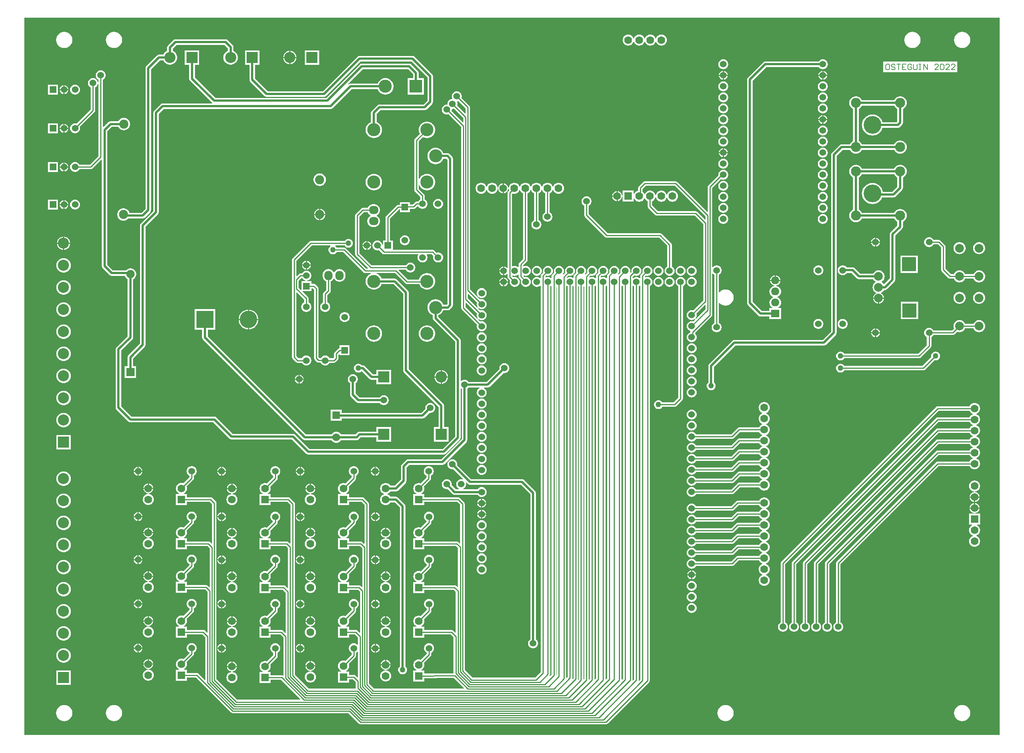
<source format=gtl>
G04*
G04 #@! TF.GenerationSoftware,Altium Limited,Altium Designer,19.0.15 (446)*
G04*
G04 Layer_Physical_Order=1*
G04 Layer_Color=255*
%FSLAX44Y44*%
%MOMM*%
G71*
G01*
G75*
%ADD10C,0.2540*%
%ADD11C,0.2032*%
%ADD32C,2.2860*%
%ADD40C,0.5080*%
%ADD41C,1.5240*%
%ADD42R,1.9050X1.7780*%
%ADD43O,1.9050X1.7780*%
%ADD44R,1.5240X1.5240*%
%ADD45R,1.7780X1.7780*%
%ADD46C,1.7780*%
%ADD47R,1.7780X1.7780*%
%ADD48C,2.0000*%
%ADD49C,4.0640*%
%ADD50R,3.2000X3.2000*%
%ADD51C,2.5400*%
%ADD52R,2.5400X2.5400*%
%ADD53R,3.0000X3.0000*%
%ADD54C,3.0000*%
%ADD55C,4.0000*%
%ADD56R,4.0000X4.0000*%
%ADD57R,1.5240X1.5240*%
%ADD58R,2.5400X2.5400*%
%ADD59C,2.0828*%
%ADD60C,1.9000*%
%ADD61R,1.9000X1.9000*%
%ADD62R,2.6000X2.6000*%
%ADD63C,2.6000*%
%ADD64O,2.1590X1.9050*%
%ADD65O,1.9050X2.1590*%
%ADD66C,1.2700*%
G36*
X4069080Y228600D02*
X1828800D01*
Y1877060D01*
X4069080D01*
Y228600D01*
D02*
G37*
%LPC*%
G36*
X3291840Y1838758D02*
X3288524Y1838322D01*
X3285435Y1837042D01*
X3282782Y1835006D01*
X3280746Y1832353D01*
X3279827Y1830134D01*
X3278453D01*
X3277533Y1832353D01*
X3275498Y1835006D01*
X3272845Y1837042D01*
X3269755Y1838322D01*
X3266440Y1838758D01*
X3263125Y1838322D01*
X3260035Y1837042D01*
X3257382Y1835006D01*
X3255347Y1832353D01*
X3254427Y1830134D01*
X3253053D01*
X3252133Y1832353D01*
X3250098Y1835006D01*
X3247445Y1837042D01*
X3244355Y1838322D01*
X3241040Y1838758D01*
X3237725Y1838322D01*
X3234635Y1837042D01*
X3231982Y1835006D01*
X3229947Y1832353D01*
X3229027Y1830134D01*
X3227653D01*
X3226733Y1832353D01*
X3224698Y1835006D01*
X3222045Y1837042D01*
X3218955Y1838322D01*
X3215640Y1838758D01*
X3212325Y1838322D01*
X3209235Y1837042D01*
X3206582Y1835006D01*
X3204547Y1832353D01*
X3203267Y1829264D01*
X3202831Y1825948D01*
X3203267Y1822633D01*
X3204547Y1819544D01*
X3206582Y1816891D01*
X3209235Y1814855D01*
X3212325Y1813575D01*
X3215640Y1813139D01*
X3218955Y1813575D01*
X3222045Y1814855D01*
X3224698Y1816891D01*
X3226733Y1819544D01*
X3227653Y1821763D01*
X3229027D01*
X3229947Y1819544D01*
X3231982Y1816891D01*
X3234635Y1814855D01*
X3237725Y1813575D01*
X3241040Y1813139D01*
X3244355Y1813575D01*
X3247445Y1814855D01*
X3250098Y1816891D01*
X3252133Y1819544D01*
X3253053Y1821763D01*
X3254427D01*
X3255347Y1819544D01*
X3257382Y1816891D01*
X3260035Y1814855D01*
X3263125Y1813575D01*
X3266440Y1813139D01*
X3269755Y1813575D01*
X3272845Y1814855D01*
X3275498Y1816891D01*
X3277533Y1819544D01*
X3278453Y1821763D01*
X3279827D01*
X3280746Y1819544D01*
X3282782Y1816891D01*
X3285435Y1814855D01*
X3288524Y1813575D01*
X3291840Y1813139D01*
X3295155Y1813575D01*
X3298245Y1814855D01*
X3300898Y1816891D01*
X3302933Y1819544D01*
X3304213Y1822633D01*
X3304650Y1825948D01*
X3304213Y1829264D01*
X3302933Y1832353D01*
X3300898Y1835006D01*
X3298245Y1837042D01*
X3295155Y1838322D01*
X3291840Y1838758D01*
D02*
G37*
G36*
X3982720Y1844930D02*
X3979078Y1844571D01*
X3975575Y1843509D01*
X3972347Y1841783D01*
X3969518Y1839462D01*
X3967196Y1836633D01*
X3965471Y1833405D01*
X3964409Y1829902D01*
X3964050Y1826260D01*
X3964409Y1822618D01*
X3965471Y1819115D01*
X3967196Y1815887D01*
X3969518Y1813058D01*
X3972347Y1810737D01*
X3975575Y1809011D01*
X3979078Y1807949D01*
X3982720Y1807590D01*
X3986362Y1807949D01*
X3989865Y1809011D01*
X3993093Y1810737D01*
X3995922Y1813058D01*
X3998243Y1815887D01*
X3999969Y1819115D01*
X4001031Y1822618D01*
X4001390Y1826260D01*
X4001031Y1829902D01*
X3999969Y1833405D01*
X3998243Y1836633D01*
X3995922Y1839462D01*
X3993093Y1841783D01*
X3989865Y1843509D01*
X3986362Y1844571D01*
X3982720Y1844930D01*
D02*
G37*
G36*
X3868420D02*
X3864778Y1844571D01*
X3861275Y1843509D01*
X3858047Y1841783D01*
X3855218Y1839462D01*
X3852896Y1836633D01*
X3851171Y1833405D01*
X3850109Y1829902D01*
X3849750Y1826260D01*
X3850109Y1822618D01*
X3851171Y1819115D01*
X3852896Y1815887D01*
X3855218Y1813058D01*
X3858047Y1810737D01*
X3861275Y1809011D01*
X3864778Y1807949D01*
X3868420Y1807590D01*
X3872062Y1807949D01*
X3875565Y1809011D01*
X3878792Y1810737D01*
X3881622Y1813058D01*
X3883943Y1815887D01*
X3885669Y1819115D01*
X3886731Y1822618D01*
X3887090Y1826260D01*
X3886731Y1829902D01*
X3885669Y1833405D01*
X3883943Y1836633D01*
X3881622Y1839462D01*
X3878792Y1841783D01*
X3875565Y1843509D01*
X3872062Y1844571D01*
X3868420Y1844930D01*
D02*
G37*
G36*
X2034540D02*
X2030898Y1844571D01*
X2027395Y1843509D01*
X2024167Y1841783D01*
X2021338Y1839462D01*
X2019017Y1836633D01*
X2017291Y1833405D01*
X2016229Y1829902D01*
X2015870Y1826260D01*
X2016229Y1822618D01*
X2017291Y1819115D01*
X2019017Y1815887D01*
X2021338Y1813058D01*
X2024167Y1810737D01*
X2027395Y1809011D01*
X2030898Y1807949D01*
X2034540Y1807590D01*
X2038182Y1807949D01*
X2041685Y1809011D01*
X2044913Y1810737D01*
X2047742Y1813058D01*
X2050063Y1815887D01*
X2051789Y1819115D01*
X2052851Y1822618D01*
X2053210Y1826260D01*
X2052851Y1829902D01*
X2051789Y1833405D01*
X2050063Y1836633D01*
X2047742Y1839462D01*
X2044913Y1841783D01*
X2041685Y1843509D01*
X2038182Y1844571D01*
X2034540Y1844930D01*
D02*
G37*
G36*
X1920240D02*
X1916598Y1844571D01*
X1913095Y1843509D01*
X1909868Y1841783D01*
X1907038Y1839462D01*
X1904716Y1836633D01*
X1902991Y1833405D01*
X1901929Y1829902D01*
X1901570Y1826260D01*
X1901929Y1822618D01*
X1902991Y1819115D01*
X1904716Y1815887D01*
X1907038Y1813058D01*
X1909868Y1810737D01*
X1913095Y1809011D01*
X1916598Y1807949D01*
X1920240Y1807590D01*
X1923882Y1807949D01*
X1927385Y1809011D01*
X1930612Y1810737D01*
X1933442Y1813058D01*
X1935764Y1815887D01*
X1937489Y1819115D01*
X1938551Y1822618D01*
X1938910Y1826260D01*
X1938551Y1829902D01*
X1937489Y1833405D01*
X1935764Y1836633D01*
X1933442Y1839462D01*
X1930612Y1841783D01*
X1927385Y1843509D01*
X1923882Y1844571D01*
X1920240Y1844930D01*
D02*
G37*
G36*
X2439820Y1801005D02*
Y1787086D01*
X2453739D01*
X2453569Y1788804D01*
X2452698Y1791677D01*
X2451283Y1794324D01*
X2449378Y1796645D01*
X2447058Y1798549D01*
X2444410Y1799964D01*
X2441537Y1800836D01*
X2439820Y1801005D01*
D02*
G37*
G36*
X2437280D02*
X2435562Y1800836D01*
X2432690Y1799964D01*
X2430042Y1798549D01*
X2427722Y1796645D01*
X2425817Y1794324D01*
X2424402Y1791677D01*
X2423530Y1788804D01*
X2423361Y1787086D01*
X2437280D01*
Y1801005D01*
D02*
G37*
G36*
X2453739Y1784547D02*
X2439820D01*
Y1770628D01*
X2441537Y1770797D01*
X2444410Y1771668D01*
X2447058Y1773083D01*
X2449378Y1774988D01*
X2451283Y1777309D01*
X2452698Y1779956D01*
X2453569Y1782829D01*
X2453739Y1784547D01*
D02*
G37*
G36*
X2437280D02*
X2423361D01*
X2423530Y1782829D01*
X2424402Y1779956D01*
X2425817Y1777309D01*
X2427722Y1774988D01*
X2430042Y1773083D01*
X2432690Y1771668D01*
X2435562Y1770797D01*
X2437280Y1770628D01*
Y1784547D01*
D02*
G37*
G36*
X2505860Y1802326D02*
X2472840D01*
Y1769306D01*
X2505860D01*
Y1802326D01*
D02*
G37*
G36*
X2291080Y1827568D02*
X2175424D01*
X2172946Y1827075D01*
X2170846Y1825672D01*
X2158509Y1813335D01*
X2157105Y1811235D01*
X2156613Y1808757D01*
Y1801076D01*
X2153870Y1799610D01*
X2151356Y1797547D01*
X2149293Y1795033D01*
X2147827Y1792291D01*
X2137756D01*
X2135279Y1791798D01*
X2133178Y1790394D01*
X2108852Y1766068D01*
X2107448Y1763968D01*
X2106956Y1761490D01*
Y1437932D01*
X2097898Y1428874D01*
X2070112D01*
X2068770Y1432113D01*
X2066491Y1435085D01*
X2063519Y1437365D01*
X2060059Y1438798D01*
X2056346Y1439287D01*
X2052633Y1438798D01*
X2049173Y1437365D01*
X2046201Y1435085D01*
X2043921Y1432113D01*
X2042488Y1428653D01*
X2041999Y1424940D01*
X2042488Y1421227D01*
X2043921Y1417767D01*
X2046201Y1414795D01*
X2049173Y1412515D01*
X2052633Y1411082D01*
X2056346Y1410593D01*
X2060059Y1411082D01*
X2063519Y1412515D01*
X2066491Y1414795D01*
X2067358Y1415926D01*
X2100580D01*
X2103058Y1416418D01*
X2105158Y1417822D01*
X2118008Y1430672D01*
X2119411Y1432772D01*
X2119904Y1435250D01*
Y1758808D01*
X2140438Y1779342D01*
X2147827D01*
X2149293Y1776600D01*
X2151356Y1774086D01*
X2153870Y1772023D01*
X2156738Y1770489D01*
X2159850Y1769545D01*
X2163087Y1769227D01*
X2166324Y1769545D01*
X2169436Y1770489D01*
X2172304Y1772023D01*
X2174818Y1774086D01*
X2176881Y1776600D01*
X2178414Y1779468D01*
X2179358Y1782580D01*
X2179677Y1785816D01*
X2179358Y1789053D01*
X2178414Y1792165D01*
X2176881Y1795033D01*
X2174818Y1797547D01*
X2172304Y1799610D01*
X2169561Y1801076D01*
Y1806075D01*
X2178105Y1814619D01*
X2288398D01*
X2295932Y1807086D01*
Y1801076D01*
X2293189Y1799610D01*
X2290675Y1797547D01*
X2288612Y1795033D01*
X2287079Y1792165D01*
X2286135Y1789053D01*
X2285816Y1785816D01*
X2286135Y1782580D01*
X2287079Y1779468D01*
X2288612Y1776600D01*
X2290675Y1774086D01*
X2293189Y1772023D01*
X2296057Y1770489D01*
X2299169Y1769545D01*
X2302406Y1769227D01*
X2305643Y1769545D01*
X2308755Y1770489D01*
X2311623Y1772023D01*
X2314137Y1774086D01*
X2316200Y1776600D01*
X2317733Y1779468D01*
X2318677Y1782580D01*
X2318996Y1785816D01*
X2318677Y1789053D01*
X2317733Y1792165D01*
X2316200Y1795033D01*
X2314137Y1797547D01*
X2311623Y1799610D01*
X2308880Y1801076D01*
Y1809768D01*
X2308387Y1812245D01*
X2306984Y1814346D01*
X2295658Y1825672D01*
X2293558Y1827075D01*
X2291080Y1827568D01*
D02*
G37*
G36*
X3662680Y1781909D02*
X3659696Y1781516D01*
X3656916Y1780364D01*
X3654528Y1778532D01*
X3653241Y1776854D01*
X3530600D01*
X3528122Y1776362D01*
X3526022Y1774958D01*
X3490462Y1739398D01*
X3489059Y1737298D01*
X3488566Y1734820D01*
X3488566Y1221740D01*
X3489059Y1219262D01*
X3490462Y1217162D01*
X3515128Y1192496D01*
X3517229Y1191092D01*
X3519706Y1190599D01*
X3540125D01*
Y1184374D01*
X3566795D01*
Y1209774D01*
X3559940D01*
X3559687Y1211044D01*
X3560500Y1211380D01*
X3563153Y1213416D01*
X3565188Y1216069D01*
X3566468Y1219158D01*
X3566905Y1222474D01*
X3566468Y1225789D01*
X3565188Y1228878D01*
X3563153Y1231532D01*
X3560500Y1233567D01*
X3558281Y1234486D01*
Y1235861D01*
X3560500Y1236780D01*
X3563153Y1238816D01*
X3565188Y1241469D01*
X3566468Y1244558D01*
X3566905Y1247874D01*
X3566468Y1251189D01*
X3565188Y1254278D01*
X3563153Y1256932D01*
X3560500Y1258967D01*
X3557410Y1260247D01*
X3554927Y1260574D01*
Y1261855D01*
X3557079Y1262138D01*
X3559859Y1263290D01*
X3562247Y1265122D01*
X3564079Y1267509D01*
X3565231Y1270290D01*
X3565457Y1272004D01*
X3553460D01*
X3541464D01*
X3541689Y1270290D01*
X3542841Y1267509D01*
X3544673Y1265122D01*
X3547061Y1263290D01*
X3549841Y1262138D01*
X3551992Y1261855D01*
Y1260574D01*
X3549510Y1260247D01*
X3546420Y1258967D01*
X3543767Y1256932D01*
X3541732Y1254278D01*
X3540452Y1251189D01*
X3540015Y1247874D01*
X3540452Y1244558D01*
X3541732Y1241469D01*
X3543767Y1238816D01*
X3546420Y1236780D01*
X3548640Y1235861D01*
Y1234486D01*
X3546420Y1233567D01*
X3543767Y1231532D01*
X3541732Y1228878D01*
X3540452Y1225789D01*
X3540015Y1222474D01*
X3540452Y1219158D01*
X3541732Y1216069D01*
X3543767Y1213416D01*
X3546420Y1211380D01*
X3547233Y1211044D01*
X3546980Y1209774D01*
X3540125D01*
Y1203548D01*
X3522388D01*
X3501514Y1224422D01*
X3501514Y1732138D01*
X3533282Y1763906D01*
X3653241D01*
X3654528Y1762228D01*
X3656916Y1760396D01*
X3659696Y1759244D01*
X3662680Y1758851D01*
X3665664Y1759244D01*
X3668444Y1760396D01*
X3670832Y1762228D01*
X3672664Y1764616D01*
X3673816Y1767396D01*
X3674209Y1770380D01*
X3673816Y1773364D01*
X3672664Y1776144D01*
X3670832Y1778532D01*
X3668444Y1780364D01*
X3665664Y1781516D01*
X3662680Y1781909D01*
D02*
G37*
G36*
X3434080D02*
X3431096Y1781516D01*
X3428316Y1780364D01*
X3425928Y1778532D01*
X3424096Y1776144D01*
X3422944Y1773364D01*
X3422551Y1770380D01*
X3422944Y1767396D01*
X3424096Y1764616D01*
X3425928Y1762228D01*
X3428316Y1760396D01*
X3431096Y1759244D01*
X3434080Y1758851D01*
X3437064Y1759244D01*
X3439844Y1760396D01*
X3442232Y1762228D01*
X3444064Y1764616D01*
X3445216Y1767396D01*
X3445609Y1770380D01*
X3445216Y1773364D01*
X3444064Y1776144D01*
X3442232Y1778532D01*
X3439844Y1780364D01*
X3437064Y1781516D01*
X3434080Y1781909D01*
D02*
G37*
G36*
X3972001Y1776218D02*
X3801618D01*
Y1751838D01*
X3972001D01*
Y1776218D01*
D02*
G37*
G36*
X3663950Y1755060D02*
Y1746250D01*
X3672761D01*
X3672578Y1747632D01*
X3671555Y1750104D01*
X3669926Y1752226D01*
X3667804Y1753855D01*
X3665332Y1754879D01*
X3663950Y1755060D01*
D02*
G37*
G36*
X3661410D02*
X3660028Y1754879D01*
X3657556Y1753855D01*
X3655434Y1752226D01*
X3653805Y1750104D01*
X3652781Y1747632D01*
X3652599Y1746250D01*
X3661410D01*
Y1755060D01*
D02*
G37*
G36*
X3435350D02*
Y1746250D01*
X3444160D01*
X3443979Y1747632D01*
X3442955Y1750104D01*
X3441326Y1752226D01*
X3439204Y1753855D01*
X3436732Y1754879D01*
X3435350Y1755060D01*
D02*
G37*
G36*
X3432810D02*
X3431428Y1754879D01*
X3428956Y1753855D01*
X3426834Y1752226D01*
X3425205Y1750104D01*
X3424182Y1747632D01*
X3424000Y1746250D01*
X3432810D01*
Y1755060D01*
D02*
G37*
G36*
X3672761Y1743710D02*
X3663950D01*
Y1734899D01*
X3665332Y1735081D01*
X3667804Y1736105D01*
X3669926Y1737734D01*
X3671555Y1739856D01*
X3672578Y1742328D01*
X3672761Y1743710D01*
D02*
G37*
G36*
X3661410D02*
X3652599D01*
X3652781Y1742328D01*
X3653805Y1739856D01*
X3655434Y1737734D01*
X3657556Y1736105D01*
X3660028Y1735081D01*
X3661410Y1734899D01*
Y1743710D01*
D02*
G37*
G36*
X3444160D02*
X3435350D01*
Y1734899D01*
X3436732Y1735081D01*
X3439204Y1736105D01*
X3441326Y1737734D01*
X3442955Y1739856D01*
X3443979Y1742328D01*
X3444160Y1743710D01*
D02*
G37*
G36*
X3432810D02*
X3424000D01*
X3424182Y1742328D01*
X3425205Y1739856D01*
X3426834Y1737734D01*
X3428956Y1736105D01*
X3431428Y1735081D01*
X3432810Y1734899D01*
Y1743710D01*
D02*
G37*
G36*
X2004060Y1756509D02*
X2001076Y1756116D01*
X1998296Y1754964D01*
X1995908Y1753132D01*
X1994076Y1750744D01*
X1992924Y1747964D01*
X1992531Y1744980D01*
X1992924Y1741996D01*
X1994076Y1739216D01*
X1995908Y1736828D01*
X1998296Y1734996D01*
X1998880Y1734754D01*
Y1728788D01*
X1997610Y1728705D01*
X1997416Y1730184D01*
X1996264Y1732964D01*
X1994432Y1735352D01*
X1992044Y1737184D01*
X1989264Y1738336D01*
X1986280Y1738729D01*
X1983296Y1738336D01*
X1980516Y1737184D01*
X1978128Y1735352D01*
X1976296Y1732964D01*
X1975144Y1730184D01*
X1974751Y1727200D01*
X1975144Y1724216D01*
X1976296Y1721436D01*
X1978128Y1719048D01*
X1980516Y1717216D01*
X1981100Y1716974D01*
Y1666390D01*
X1948664Y1633954D01*
X1948079Y1634196D01*
X1945095Y1634589D01*
X1942111Y1634196D01*
X1939331Y1633044D01*
X1936943Y1631212D01*
X1935111Y1628824D01*
X1933960Y1626044D01*
X1933567Y1623060D01*
X1933960Y1620076D01*
X1935111Y1617296D01*
X1936943Y1614908D01*
X1939331Y1613076D01*
X1942111Y1611924D01*
X1945095Y1611531D01*
X1948079Y1611924D01*
X1950860Y1613076D01*
X1953247Y1614908D01*
X1955079Y1617296D01*
X1956231Y1620076D01*
X1956624Y1623060D01*
X1956231Y1626044D01*
X1955989Y1626629D01*
X1989942Y1660582D01*
X1991065Y1662263D01*
X1991460Y1664245D01*
Y1716974D01*
X1992044Y1717216D01*
X1994432Y1719048D01*
X1996264Y1721436D01*
X1997416Y1724216D01*
X1997610Y1725695D01*
X1998880Y1725612D01*
Y1559165D01*
X1979055Y1539339D01*
X1955322D01*
X1955079Y1539924D01*
X1953247Y1542312D01*
X1950860Y1544144D01*
X1948079Y1545296D01*
X1945095Y1545689D01*
X1942111Y1545296D01*
X1939331Y1544144D01*
X1936943Y1542312D01*
X1935111Y1539924D01*
X1933960Y1537144D01*
X1933567Y1534160D01*
X1933960Y1531176D01*
X1935111Y1528396D01*
X1936943Y1526008D01*
X1939331Y1524176D01*
X1942111Y1523024D01*
X1945095Y1522631D01*
X1948079Y1523024D01*
X1950860Y1524176D01*
X1953247Y1526008D01*
X1955079Y1528396D01*
X1955322Y1528981D01*
X1981200D01*
X1983182Y1529375D01*
X1984863Y1530497D01*
X2005302Y1550937D01*
X2006476Y1550451D01*
Y1306830D01*
X2006968Y1304352D01*
X2008372Y1302252D01*
X2024882Y1285742D01*
X2026982Y1284338D01*
X2029460Y1283846D01*
X2059533D01*
X2060684Y1281068D01*
X2062817Y1278287D01*
X2065598Y1276154D01*
X2065836Y1276055D01*
Y1145352D01*
X2040122Y1119638D01*
X2038718Y1117538D01*
X2038226Y1115060D01*
Y981390D01*
X2038718Y978912D01*
X2040122Y976812D01*
X2067522Y949412D01*
X2069622Y948008D01*
X2072100Y947516D01*
X2262533D01*
X2300227Y909822D01*
X2302327Y908418D01*
X2304805Y907926D01*
X2443338D01*
X2476052Y875212D01*
X2478152Y873809D01*
X2480630Y873316D01*
X2792050D01*
X2794528Y873809D01*
X2796628Y875212D01*
X2829058Y907642D01*
X2830462Y909742D01*
X2830954Y912220D01*
Y1024498D01*
X2832224Y1025124D01*
X2833246Y1024341D01*
Y909462D01*
X2786238Y862454D01*
X2710180D01*
X2707702Y861962D01*
X2705602Y860558D01*
X2695442Y850398D01*
X2694038Y848298D01*
X2693546Y845820D01*
Y815482D01*
X2679708Y801644D01*
X2669550D01*
X2667568Y804228D01*
X2664915Y806263D01*
X2661825Y807543D01*
X2658510Y807980D01*
X2655195Y807543D01*
X2652105Y806263D01*
X2649452Y804228D01*
X2647416Y801575D01*
X2646137Y798485D01*
X2645700Y795170D01*
X2646137Y791855D01*
X2647416Y788765D01*
X2649452Y786112D01*
X2652105Y784077D01*
X2654325Y783157D01*
Y781783D01*
X2652105Y780863D01*
X2649452Y778828D01*
X2647416Y776175D01*
X2646137Y773085D01*
X2645700Y769770D01*
X2646137Y766455D01*
X2647416Y763365D01*
X2649452Y760712D01*
X2652105Y758677D01*
X2655195Y757397D01*
X2658510Y756960D01*
X2661825Y757397D01*
X2664915Y758677D01*
X2667568Y760712D01*
X2669550Y763296D01*
X2679408D01*
X2691006Y751698D01*
X2691006Y386298D01*
X2690234Y385706D01*
X2688605Y383584D01*
X2687581Y381112D01*
X2687232Y378460D01*
X2687581Y375808D01*
X2688605Y373336D01*
X2690234Y371214D01*
X2692356Y369585D01*
X2694828Y368562D01*
X2697480Y368212D01*
X2700132Y368562D01*
X2702604Y369585D01*
X2704726Y371214D01*
X2706355Y373336D01*
X2707379Y375808D01*
X2707728Y378460D01*
X2707379Y381112D01*
X2706355Y383584D01*
X2704726Y385706D01*
X2703954Y386298D01*
X2703954Y754380D01*
X2703462Y756858D01*
X2702058Y758958D01*
X2686668Y774348D01*
X2684568Y775752D01*
X2682090Y776244D01*
X2669550D01*
X2667568Y778828D01*
X2664915Y780863D01*
X2662696Y781783D01*
Y783157D01*
X2664915Y784077D01*
X2667568Y786112D01*
X2669550Y788696D01*
X2682390D01*
X2684868Y789188D01*
X2686968Y790592D01*
X2704598Y808222D01*
X2706002Y810322D01*
X2706494Y812800D01*
Y843138D01*
X2712862Y849506D01*
X2788920D01*
X2791398Y849998D01*
X2793498Y851402D01*
X2844298Y902202D01*
X2845702Y904302D01*
X2846194Y906780D01*
Y1024341D01*
X2847872Y1025628D01*
X2849159Y1027306D01*
X2873932D01*
X2874184Y1026036D01*
X2873481Y1025744D01*
X2871093Y1023912D01*
X2869261Y1021524D01*
X2868109Y1018744D01*
X2867716Y1015760D01*
X2868109Y1012776D01*
X2869261Y1009996D01*
X2871093Y1007608D01*
X2873481Y1005776D01*
X2876261Y1004624D01*
X2879245Y1004231D01*
X2882229Y1004624D01*
X2885009Y1005776D01*
X2887397Y1007608D01*
X2889229Y1009996D01*
X2890381Y1012776D01*
X2890774Y1015760D01*
X2890381Y1018744D01*
X2889229Y1021524D01*
X2887397Y1023912D01*
X2885009Y1025744D01*
X2884306Y1026036D01*
X2884558Y1027306D01*
X2893060D01*
X2895538Y1027798D01*
X2897638Y1029202D01*
X2929064Y1060627D01*
X2931160Y1060351D01*
X2934144Y1060744D01*
X2936924Y1061896D01*
X2939312Y1063728D01*
X2941144Y1066116D01*
X2942296Y1068896D01*
X2942689Y1071880D01*
X2942296Y1074864D01*
X2941144Y1077644D01*
X2939312Y1080032D01*
X2936924Y1081864D01*
X2934144Y1083016D01*
X2931160Y1083409D01*
X2928176Y1083016D01*
X2925396Y1081864D01*
X2923008Y1080032D01*
X2921176Y1077644D01*
X2920024Y1074864D01*
X2919631Y1071880D01*
X2919908Y1069784D01*
X2890378Y1040254D01*
X2849159D01*
X2847872Y1041932D01*
X2845484Y1043764D01*
X2842704Y1044916D01*
X2839720Y1045309D01*
X2836736Y1044916D01*
X2833956Y1043764D01*
X2832224Y1042436D01*
X2830954Y1043062D01*
Y1135380D01*
X2830462Y1137858D01*
X2829058Y1139958D01*
X2779880Y1189136D01*
Y1193648D01*
X2780638Y1193878D01*
X2783906Y1195624D01*
X2786770Y1197975D01*
X2789121Y1200839D01*
X2790868Y1204107D01*
X2791098Y1204866D01*
X2801380D01*
X2803858Y1205358D01*
X2805958Y1206762D01*
X2811278Y1212082D01*
X2812682Y1214182D01*
X2813174Y1216660D01*
Y1553210D01*
X2812682Y1555688D01*
X2811278Y1557788D01*
X2804928Y1564138D01*
X2802827Y1565542D01*
X2800350Y1566034D01*
X2791098D01*
X2790868Y1566793D01*
X2789121Y1570061D01*
X2786770Y1572925D01*
X2783906Y1575276D01*
X2780638Y1577022D01*
X2777093Y1578098D01*
X2773405Y1578461D01*
X2769718Y1578098D01*
X2766172Y1577022D01*
X2762905Y1575276D01*
X2760040Y1572925D01*
X2757690Y1570061D01*
X2755943Y1566793D01*
X2754868Y1563247D01*
X2754504Y1559560D01*
X2754868Y1555873D01*
X2755943Y1552327D01*
X2757690Y1549059D01*
X2760040Y1546195D01*
X2762905Y1543844D01*
X2766172Y1542098D01*
X2769718Y1541022D01*
X2773405Y1540659D01*
X2777093Y1541022D01*
X2780638Y1542098D01*
X2783906Y1543844D01*
X2786770Y1546195D01*
X2789121Y1549059D01*
X2790868Y1552327D01*
X2791098Y1553086D01*
X2797668D01*
X2800226Y1550528D01*
Y1219342D01*
X2798698Y1217814D01*
X2791098D01*
X2790868Y1218573D01*
X2789121Y1221841D01*
X2786770Y1224705D01*
X2783906Y1227056D01*
X2780638Y1228802D01*
X2777093Y1229878D01*
X2773405Y1230241D01*
X2769718Y1229878D01*
X2766172Y1228802D01*
X2762905Y1227056D01*
X2760040Y1224705D01*
X2757690Y1221841D01*
X2755943Y1218573D01*
X2754868Y1215027D01*
X2754504Y1211340D01*
X2754868Y1207653D01*
X2755943Y1204107D01*
X2757690Y1200839D01*
X2760040Y1197975D01*
X2762905Y1195624D01*
X2766172Y1193878D01*
X2766931Y1193648D01*
Y1186455D01*
X2767424Y1183977D01*
X2768827Y1181877D01*
X2818006Y1132698D01*
Y914902D01*
X2789368Y886264D01*
X2483312D01*
X2450598Y918978D01*
X2448498Y920382D01*
X2446020Y920874D01*
X2307487D01*
X2269793Y958568D01*
X2267693Y959972D01*
X2265215Y960464D01*
X2074782D01*
X2051174Y984072D01*
Y1112378D01*
X2076888Y1138092D01*
X2078291Y1140192D01*
X2078784Y1142670D01*
Y1276055D01*
X2079022Y1276154D01*
X2081803Y1278287D01*
X2083936Y1281068D01*
X2085277Y1284305D01*
X2085735Y1287780D01*
X2085277Y1291255D01*
X2083936Y1294492D01*
X2081803Y1297273D01*
X2079022Y1299406D01*
X2075784Y1300747D01*
X2072310Y1301205D01*
X2068835Y1300747D01*
X2065598Y1299406D01*
X2062817Y1297273D01*
X2062450Y1296794D01*
X2032142D01*
X2019424Y1309512D01*
Y1616568D01*
X2029322Y1626466D01*
X2044482D01*
X2044771Y1625767D01*
X2047051Y1622795D01*
X2050022Y1620515D01*
X2053483Y1619082D01*
X2057196Y1618593D01*
X2060909Y1619082D01*
X2064369Y1620515D01*
X2067341Y1622795D01*
X2069621Y1625767D01*
X2071054Y1629227D01*
X2071543Y1632940D01*
X2071054Y1636653D01*
X2069621Y1640113D01*
X2067341Y1643085D01*
X2064369Y1645365D01*
X2060909Y1646798D01*
X2057196Y1647287D01*
X2053483Y1646798D01*
X2050022Y1645365D01*
X2047051Y1643085D01*
X2044771Y1640113D01*
X2044482Y1639414D01*
X2026640D01*
X2024162Y1638922D01*
X2022062Y1637518D01*
X2010413Y1625869D01*
X2009240Y1626355D01*
Y1734754D01*
X2009824Y1734996D01*
X2012212Y1736828D01*
X2014044Y1739216D01*
X2015196Y1741996D01*
X2015589Y1744980D01*
X2015196Y1747964D01*
X2014044Y1750744D01*
X2012212Y1753132D01*
X2009824Y1754964D01*
X2007044Y1756116D01*
X2004060Y1756509D01*
D02*
G37*
G36*
X1920965Y1722041D02*
Y1713230D01*
X1929776D01*
X1929594Y1714612D01*
X1928570Y1717084D01*
X1926942Y1719206D01*
X1924819Y1720835D01*
X1922348Y1721859D01*
X1920965Y1722041D01*
D02*
G37*
G36*
X1918425Y1722041D02*
X1917043Y1721859D01*
X1914571Y1720835D01*
X1912449Y1719206D01*
X1910820Y1717084D01*
X1909797Y1714612D01*
X1909615Y1713230D01*
X1918425D01*
Y1722041D01*
D02*
G37*
G36*
X3662680Y1731109D02*
X3659696Y1730716D01*
X3656916Y1729564D01*
X3654528Y1727732D01*
X3652696Y1725344D01*
X3651544Y1722564D01*
X3651151Y1719580D01*
X3651544Y1716596D01*
X3652696Y1713816D01*
X3654528Y1711428D01*
X3656916Y1709596D01*
X3659696Y1708444D01*
X3662680Y1708051D01*
X3665664Y1708444D01*
X3668444Y1709596D01*
X3670832Y1711428D01*
X3672664Y1713816D01*
X3673816Y1716596D01*
X3674209Y1719580D01*
X3673816Y1722564D01*
X3672664Y1725344D01*
X3670832Y1727732D01*
X3668444Y1729564D01*
X3665664Y1730716D01*
X3662680Y1731109D01*
D02*
G37*
G36*
X3434080D02*
X3431096Y1730716D01*
X3428316Y1729564D01*
X3425928Y1727732D01*
X3424096Y1725344D01*
X3422944Y1722564D01*
X3422551Y1719580D01*
X3422944Y1716596D01*
X3424096Y1713816D01*
X3425928Y1711428D01*
X3428316Y1709596D01*
X3431096Y1708444D01*
X3434080Y1708051D01*
X3437064Y1708444D01*
X3439844Y1709596D01*
X3442232Y1711428D01*
X3444064Y1713816D01*
X3445216Y1716596D01*
X3445609Y1719580D01*
X3445216Y1722564D01*
X3444064Y1725344D01*
X3442232Y1727732D01*
X3439844Y1729564D01*
X3437064Y1730716D01*
X3434080Y1731109D01*
D02*
G37*
G36*
X1918425Y1710690D02*
X1909615D01*
X1909797Y1709308D01*
X1910820Y1706836D01*
X1912449Y1704714D01*
X1914571Y1703085D01*
X1917043Y1702061D01*
X1918425Y1701879D01*
Y1710690D01*
D02*
G37*
G36*
X1929776D02*
X1920965D01*
Y1701879D01*
X1922348Y1702061D01*
X1924819Y1703085D01*
X1926942Y1704714D01*
X1928570Y1706836D01*
X1929594Y1709308D01*
X1929776Y1710690D01*
D02*
G37*
G36*
X2230397Y1802326D02*
X2197377D01*
Y1769306D01*
X2207413D01*
Y1737083D01*
X2207905Y1734605D01*
X2209309Y1732505D01*
X2259832Y1681982D01*
X2260397Y1681604D01*
X2260012Y1680334D01*
X2146300D01*
X2143822Y1679842D01*
X2141722Y1678438D01*
X2126482Y1663198D01*
X2125078Y1661098D01*
X2124586Y1658620D01*
Y1432702D01*
X2096002Y1404118D01*
X2094598Y1402018D01*
X2094106Y1399540D01*
Y1127902D01*
X2067732Y1101528D01*
X2066328Y1099427D01*
X2065836Y1096950D01*
Y1076090D01*
X2059000D01*
Y1049470D01*
X2085620D01*
Y1076090D01*
X2078784D01*
Y1094268D01*
X2105158Y1120642D01*
X2106562Y1122742D01*
X2107054Y1125220D01*
Y1396858D01*
X2135638Y1425442D01*
X2137042Y1427542D01*
X2137534Y1430020D01*
Y1655938D01*
X2148982Y1667386D01*
X2532108D01*
X2534586Y1667878D01*
X2536686Y1669282D01*
X2580510Y1713106D01*
X2640268D01*
X2640498Y1712347D01*
X2642244Y1709079D01*
X2644595Y1706215D01*
X2647459Y1703864D01*
X2650727Y1702118D01*
X2654272Y1701042D01*
X2657960Y1700679D01*
X2661647Y1701042D01*
X2665193Y1702118D01*
X2668461Y1703864D01*
X2671325Y1706215D01*
X2673676Y1709079D01*
X2675422Y1712347D01*
X2676498Y1715893D01*
X2676861Y1719580D01*
X2676498Y1723267D01*
X2675422Y1726813D01*
X2673676Y1730081D01*
X2671325Y1732945D01*
X2668461Y1735296D01*
X2665193Y1737042D01*
X2661647Y1738118D01*
X2657960Y1738481D01*
X2654272Y1738118D01*
X2650727Y1737042D01*
X2647459Y1735296D01*
X2644595Y1732945D01*
X2642244Y1730081D01*
X2640498Y1726813D01*
X2640268Y1726054D01*
X2577828D01*
X2575351Y1725562D01*
X2573431Y1724279D01*
X2572622Y1725266D01*
X2606182Y1758826D01*
X2710038D01*
X2721486Y1747378D01*
Y1738390D01*
X2709150D01*
Y1700770D01*
X2746770D01*
Y1738390D01*
X2734435D01*
Y1750060D01*
X2733942Y1752538D01*
X2732538Y1754638D01*
X2717298Y1769878D01*
X2715197Y1771282D01*
X2712720Y1771774D01*
X2603500D01*
X2601022Y1771282D01*
X2598922Y1769878D01*
X2522078Y1693034D01*
X2267092D01*
X2220361Y1739765D01*
Y1769306D01*
X2230397D01*
Y1802326D01*
D02*
G37*
G36*
X1905725Y1723390D02*
X1882865D01*
Y1700530D01*
X1905725D01*
Y1723390D01*
D02*
G37*
G36*
X1945095Y1723489D02*
X1942111Y1723096D01*
X1939331Y1721944D01*
X1936943Y1720112D01*
X1935111Y1717724D01*
X1933960Y1714944D01*
X1933567Y1711960D01*
X1933960Y1708976D01*
X1935111Y1706196D01*
X1936943Y1703808D01*
X1939331Y1701976D01*
X1942111Y1700824D01*
X1945095Y1700431D01*
X1948079Y1700824D01*
X1950860Y1701976D01*
X1953247Y1703808D01*
X1955079Y1706196D01*
X1956231Y1708976D01*
X1956624Y1711960D01*
X1956231Y1714944D01*
X1955079Y1717724D01*
X1953247Y1720112D01*
X1950860Y1721944D01*
X1948079Y1723096D01*
X1945095Y1723489D01*
D02*
G37*
G36*
X3840386Y1696794D02*
X3837399Y1696499D01*
X3834526Y1695628D01*
X3831878Y1694213D01*
X3829558Y1692309D01*
X3827653Y1689988D01*
X3826566Y1687954D01*
X3752606D01*
X3751519Y1689988D01*
X3749615Y1692309D01*
X3747294Y1694213D01*
X3744647Y1695628D01*
X3741774Y1696499D01*
X3738786Y1696794D01*
X3735799Y1696499D01*
X3732926Y1695628D01*
X3730278Y1694213D01*
X3727958Y1692309D01*
X3726053Y1689988D01*
X3724638Y1687340D01*
X3723767Y1684468D01*
X3723473Y1681480D01*
X3723767Y1678492D01*
X3724638Y1675620D01*
X3726053Y1672972D01*
X3727958Y1670652D01*
X3730278Y1668747D01*
X3732312Y1667660D01*
Y1593753D01*
X3730179Y1592613D01*
X3727858Y1590708D01*
X3725953Y1588388D01*
X3724866Y1586354D01*
X3705860D01*
X3703382Y1585862D01*
X3701282Y1584458D01*
X3683502Y1566678D01*
X3682098Y1564578D01*
X3681606Y1562100D01*
X3681606Y1155842D01*
X3662538Y1136774D01*
X3459480D01*
X3457002Y1136282D01*
X3454902Y1134878D01*
X3401562Y1081538D01*
X3400158Y1079438D01*
X3399666Y1076960D01*
Y1039078D01*
X3398894Y1038486D01*
X3397265Y1036364D01*
X3396241Y1033892D01*
X3395892Y1031240D01*
X3396241Y1028588D01*
X3397265Y1026116D01*
X3398894Y1023994D01*
X3401016Y1022365D01*
X3403488Y1021341D01*
X3406140Y1020992D01*
X3408792Y1021341D01*
X3411264Y1022365D01*
X3413386Y1023994D01*
X3415015Y1026116D01*
X3416039Y1028588D01*
X3416388Y1031240D01*
X3416039Y1033892D01*
X3415015Y1036364D01*
X3413386Y1038486D01*
X3412614Y1039078D01*
Y1074278D01*
X3462162Y1123826D01*
X3665220D01*
X3667697Y1124318D01*
X3669798Y1125722D01*
X3692658Y1148582D01*
X3694062Y1150682D01*
X3694554Y1153160D01*
X3694554Y1559418D01*
X3708542Y1573406D01*
X3724866D01*
X3725953Y1571372D01*
X3727858Y1569052D01*
X3730179Y1567147D01*
X3732826Y1565732D01*
X3735699Y1564861D01*
X3738686Y1564566D01*
X3741674Y1564861D01*
X3744547Y1565732D01*
X3747194Y1567147D01*
X3749515Y1569052D01*
X3751419Y1571372D01*
X3752506Y1573406D01*
X3826466D01*
X3827553Y1571372D01*
X3829458Y1569052D01*
X3831778Y1567147D01*
X3834426Y1565732D01*
X3837299Y1564861D01*
X3840286Y1564566D01*
X3843274Y1564861D01*
X3846147Y1565732D01*
X3848794Y1567147D01*
X3851115Y1569052D01*
X3853019Y1571372D01*
X3854434Y1574020D01*
X3855306Y1576892D01*
X3855600Y1579880D01*
X3855306Y1582868D01*
X3854434Y1585740D01*
X3853019Y1588388D01*
X3851115Y1590708D01*
X3848794Y1592613D01*
X3846147Y1594028D01*
X3843274Y1594899D01*
X3840286Y1595194D01*
X3837299Y1594899D01*
X3834426Y1594028D01*
X3831778Y1592613D01*
X3829458Y1590708D01*
X3827553Y1588388D01*
X3826466Y1586354D01*
X3752506D01*
X3751419Y1588388D01*
X3749515Y1590708D01*
X3747194Y1592613D01*
X3745261Y1593646D01*
Y1667660D01*
X3747294Y1668747D01*
X3749615Y1670652D01*
X3751519Y1672972D01*
X3752606Y1675006D01*
X3826566D01*
X3827653Y1672972D01*
X3829558Y1670652D01*
X3831878Y1668747D01*
X3833912Y1667660D01*
Y1638348D01*
X3832718Y1637154D01*
X3800038D01*
X3799187Y1639959D01*
X3796947Y1644151D01*
X3793931Y1647825D01*
X3790257Y1650840D01*
X3786065Y1653081D01*
X3781517Y1654461D01*
X3776786Y1654927D01*
X3772056Y1654461D01*
X3767507Y1653081D01*
X3763315Y1650840D01*
X3759641Y1647825D01*
X3756626Y1644151D01*
X3754385Y1639959D01*
X3753005Y1635410D01*
X3752539Y1630680D01*
X3753005Y1625950D01*
X3754385Y1621401D01*
X3756626Y1617209D01*
X3759641Y1613535D01*
X3763315Y1610520D01*
X3767507Y1608279D01*
X3772056Y1606899D01*
X3776786Y1606433D01*
X3781517Y1606899D01*
X3786065Y1608279D01*
X3790257Y1610520D01*
X3793931Y1613535D01*
X3796947Y1617209D01*
X3799187Y1621401D01*
X3800038Y1624206D01*
X3835400D01*
X3837878Y1624698D01*
X3839978Y1626102D01*
X3844964Y1631088D01*
X3846368Y1633189D01*
X3846861Y1635666D01*
Y1667660D01*
X3848894Y1668747D01*
X3851215Y1670652D01*
X3853119Y1672972D01*
X3854534Y1675620D01*
X3855406Y1678492D01*
X3855700Y1681480D01*
X3855406Y1684468D01*
X3854534Y1687340D01*
X3853119Y1689988D01*
X3851215Y1692309D01*
X3848894Y1694213D01*
X3846247Y1695628D01*
X3843374Y1696499D01*
X3840386Y1696794D01*
D02*
G37*
G36*
X3662680Y1705709D02*
X3659696Y1705316D01*
X3656916Y1704164D01*
X3654528Y1702332D01*
X3652696Y1699944D01*
X3651544Y1697164D01*
X3651151Y1694180D01*
X3651544Y1691196D01*
X3652696Y1688416D01*
X3654528Y1686028D01*
X3656916Y1684196D01*
X3659696Y1683044D01*
X3662680Y1682651D01*
X3665664Y1683044D01*
X3668444Y1684196D01*
X3670832Y1686028D01*
X3672664Y1688416D01*
X3673816Y1691196D01*
X3674209Y1694180D01*
X3673816Y1697164D01*
X3672664Y1699944D01*
X3670832Y1702332D01*
X3668444Y1704164D01*
X3665664Y1705316D01*
X3662680Y1705709D01*
D02*
G37*
G36*
X3434080D02*
X3431096Y1705316D01*
X3428316Y1704164D01*
X3425928Y1702332D01*
X3424096Y1699944D01*
X3422944Y1697164D01*
X3422551Y1694180D01*
X3422944Y1691196D01*
X3424096Y1688416D01*
X3425928Y1686028D01*
X3428316Y1684196D01*
X3431096Y1683044D01*
X3434080Y1682651D01*
X3437064Y1683044D01*
X3439844Y1684196D01*
X3442232Y1686028D01*
X3444064Y1688416D01*
X3445216Y1691196D01*
X3445609Y1694180D01*
X3445216Y1697164D01*
X3444064Y1699944D01*
X3442232Y1702332D01*
X3439844Y1704164D01*
X3437064Y1705316D01*
X3434080Y1705709D01*
D02*
G37*
G36*
X2821940Y1708249D02*
X2818956Y1707856D01*
X2816176Y1706704D01*
X2813788Y1704872D01*
X2811956Y1702484D01*
X2810804Y1699704D01*
X2810411Y1696720D01*
X2810804Y1693736D01*
X2811573Y1691879D01*
X2810773Y1690493D01*
X2808977Y1690256D01*
X2806196Y1689105D01*
X2803809Y1687272D01*
X2801976Y1684885D01*
X2800825Y1682104D01*
X2800432Y1679120D01*
X2800501Y1678598D01*
X2799603Y1677700D01*
X2799080Y1677769D01*
X2796096Y1677376D01*
X2793316Y1676224D01*
X2790928Y1674392D01*
X2789096Y1672004D01*
X2787944Y1669224D01*
X2787551Y1666240D01*
X2787944Y1663256D01*
X2789096Y1660476D01*
X2790928Y1658088D01*
X2793316Y1656256D01*
X2796096Y1655104D01*
X2799080Y1654711D01*
X2802064Y1655104D01*
X2802904Y1655452D01*
X2832000Y1626356D01*
Y1210225D01*
X2832395Y1208243D01*
X2833517Y1206562D01*
X2868351Y1171729D01*
X2868109Y1171144D01*
X2867716Y1168160D01*
X2868109Y1165176D01*
X2869261Y1162396D01*
X2871093Y1160008D01*
X2873481Y1158176D01*
X2876261Y1157024D01*
X2879245Y1156631D01*
X2882229Y1157024D01*
X2885009Y1158176D01*
X2887397Y1160008D01*
X2889229Y1162396D01*
X2890381Y1165176D01*
X2890774Y1168160D01*
X2890381Y1171144D01*
X2889229Y1173924D01*
X2887397Y1176312D01*
X2885009Y1178144D01*
X2882229Y1179296D01*
X2879245Y1179689D01*
X2876261Y1179296D01*
X2875676Y1179054D01*
X2870954Y1183776D01*
X2870949Y1183918D01*
X2871399Y1184296D01*
X2872198Y1184560D01*
X2873481Y1183576D01*
X2876261Y1182424D01*
X2879245Y1182031D01*
X2882229Y1182424D01*
X2885009Y1183576D01*
X2887397Y1185408D01*
X2889229Y1187796D01*
X2890381Y1190576D01*
X2890774Y1193560D01*
X2890381Y1196544D01*
X2889229Y1199324D01*
X2887397Y1201712D01*
X2885009Y1203544D01*
X2882229Y1204696D01*
X2879245Y1205089D01*
X2876261Y1204696D01*
X2875676Y1204454D01*
X2870954Y1209176D01*
X2870949Y1209318D01*
X2871399Y1209697D01*
X2872198Y1209960D01*
X2873481Y1208976D01*
X2876261Y1207824D01*
X2879245Y1207431D01*
X2882229Y1207824D01*
X2885009Y1208976D01*
X2887397Y1210808D01*
X2889229Y1213196D01*
X2890381Y1215976D01*
X2890774Y1218960D01*
X2890381Y1221944D01*
X2889229Y1224724D01*
X2887397Y1227112D01*
X2885009Y1228944D01*
X2882229Y1230096D01*
X2879245Y1230489D01*
X2876261Y1230096D01*
X2875676Y1229854D01*
X2870361Y1235169D01*
X2871200Y1236126D01*
X2871944Y1235555D01*
X2873481Y1234376D01*
X2876261Y1233224D01*
X2879245Y1232831D01*
X2882229Y1233224D01*
X2885009Y1234376D01*
X2887397Y1236208D01*
X2889229Y1238596D01*
X2890381Y1241376D01*
X2890774Y1244360D01*
X2890381Y1247344D01*
X2889229Y1250124D01*
X2887397Y1252512D01*
X2885009Y1254344D01*
X2882229Y1255496D01*
X2879245Y1255889D01*
X2876261Y1255496D01*
X2873481Y1254344D01*
X2871093Y1252512D01*
X2869261Y1250124D01*
X2868109Y1247344D01*
X2867716Y1244360D01*
X2868109Y1241376D01*
X2869261Y1238596D01*
X2870440Y1237059D01*
X2871011Y1236315D01*
X2870054Y1235476D01*
X2852520Y1253010D01*
Y1671320D01*
X2852520Y1671320D01*
X2852125Y1673302D01*
X2851003Y1674982D01*
X2851003Y1674982D01*
X2832834Y1693151D01*
X2833076Y1693736D01*
X2833469Y1696720D01*
X2833076Y1699704D01*
X2831924Y1702484D01*
X2830092Y1704872D01*
X2827704Y1706704D01*
X2824924Y1707856D01*
X2821940Y1708249D01*
D02*
G37*
G36*
X3662680Y1680309D02*
X3659696Y1679916D01*
X3656916Y1678764D01*
X3654528Y1676932D01*
X3652696Y1674544D01*
X3651544Y1671764D01*
X3651151Y1668780D01*
X3651544Y1665796D01*
X3652696Y1663016D01*
X3654528Y1660628D01*
X3656916Y1658796D01*
X3659696Y1657644D01*
X3662680Y1657251D01*
X3665664Y1657644D01*
X3668444Y1658796D01*
X3670832Y1660628D01*
X3672664Y1663016D01*
X3673816Y1665796D01*
X3674209Y1668780D01*
X3673816Y1671764D01*
X3672664Y1674544D01*
X3670832Y1676932D01*
X3668444Y1678764D01*
X3665664Y1679916D01*
X3662680Y1680309D01*
D02*
G37*
G36*
X3434080D02*
X3431096Y1679916D01*
X3428316Y1678764D01*
X3425928Y1676932D01*
X3424096Y1674544D01*
X3422944Y1671764D01*
X3422551Y1668780D01*
X3422944Y1665796D01*
X3424096Y1663016D01*
X3425928Y1660628D01*
X3428316Y1658796D01*
X3431096Y1657644D01*
X3434080Y1657251D01*
X3437064Y1657644D01*
X3439844Y1658796D01*
X3442232Y1660628D01*
X3444064Y1663016D01*
X3445216Y1665796D01*
X3445609Y1668780D01*
X3445216Y1671764D01*
X3444064Y1674544D01*
X3442232Y1676932D01*
X3439844Y1678764D01*
X3437064Y1679916D01*
X3434080Y1680309D01*
D02*
G37*
G36*
X3663950Y1653461D02*
Y1644650D01*
X3672761D01*
X3672578Y1646032D01*
X3671555Y1648504D01*
X3669926Y1650626D01*
X3667804Y1652255D01*
X3665332Y1653279D01*
X3663950Y1653461D01*
D02*
G37*
G36*
X3661410D02*
X3660028Y1653279D01*
X3657556Y1652255D01*
X3655434Y1650626D01*
X3653805Y1648504D01*
X3652781Y1646032D01*
X3652599Y1644650D01*
X3661410D01*
Y1653461D01*
D02*
G37*
G36*
X3672761Y1642110D02*
X3663950D01*
Y1633300D01*
X3665332Y1633481D01*
X3667804Y1634505D01*
X3669926Y1636134D01*
X3671555Y1638256D01*
X3672578Y1640728D01*
X3672761Y1642110D01*
D02*
G37*
G36*
X3661410D02*
X3652599D01*
X3652781Y1640728D01*
X3653805Y1638256D01*
X3655434Y1636134D01*
X3657556Y1634505D01*
X3660028Y1633481D01*
X3661410Y1633300D01*
Y1642110D01*
D02*
G37*
G36*
X3434080Y1654909D02*
X3431096Y1654516D01*
X3428316Y1653364D01*
X3425928Y1651532D01*
X3424096Y1649144D01*
X3422944Y1646364D01*
X3422551Y1643380D01*
X3422944Y1640396D01*
X3424096Y1637616D01*
X3425928Y1635228D01*
X3428316Y1633396D01*
X3431096Y1632244D01*
X3434080Y1631851D01*
X3437064Y1632244D01*
X3439844Y1633396D01*
X3442232Y1635228D01*
X3444064Y1637616D01*
X3445216Y1640396D01*
X3445609Y1643380D01*
X3445216Y1646364D01*
X3444064Y1649144D01*
X3442232Y1651532D01*
X3439844Y1653364D01*
X3437064Y1654516D01*
X3434080Y1654909D01*
D02*
G37*
G36*
X1920965Y1633141D02*
Y1624330D01*
X1929776D01*
X1929594Y1625712D01*
X1928570Y1628184D01*
X1926942Y1630306D01*
X1924819Y1631935D01*
X1922348Y1632959D01*
X1920965Y1633141D01*
D02*
G37*
G36*
X1918425Y1633141D02*
X1917043Y1632959D01*
X1914571Y1631935D01*
X1912449Y1630306D01*
X1910820Y1628184D01*
X1909797Y1625712D01*
X1909615Y1624330D01*
X1918425D01*
Y1633141D01*
D02*
G37*
G36*
Y1621790D02*
X1909615D01*
X1909797Y1620408D01*
X1910820Y1617936D01*
X1912449Y1615814D01*
X1914571Y1614185D01*
X1917043Y1613161D01*
X1918425Y1612979D01*
Y1621790D01*
D02*
G37*
G36*
X1929776D02*
X1920965D01*
Y1612979D01*
X1922348Y1613161D01*
X1924819Y1614185D01*
X1926942Y1615814D01*
X1928570Y1617936D01*
X1929594Y1620408D01*
X1929776Y1621790D01*
D02*
G37*
G36*
X1905725Y1634490D02*
X1882865D01*
Y1611630D01*
X1905725D01*
Y1634490D01*
D02*
G37*
G36*
X3662680Y1629509D02*
X3659696Y1629116D01*
X3656916Y1627964D01*
X3654528Y1626132D01*
X3652696Y1623744D01*
X3651544Y1620964D01*
X3651151Y1617980D01*
X3651544Y1614996D01*
X3652696Y1612216D01*
X3654528Y1609828D01*
X3656916Y1607996D01*
X3659696Y1606844D01*
X3662680Y1606451D01*
X3665664Y1606844D01*
X3668444Y1607996D01*
X3670832Y1609828D01*
X3672664Y1612216D01*
X3673816Y1614996D01*
X3674209Y1617980D01*
X3673816Y1620964D01*
X3672664Y1623744D01*
X3670832Y1626132D01*
X3668444Y1627964D01*
X3665664Y1629116D01*
X3662680Y1629509D01*
D02*
G37*
G36*
X3434080D02*
X3431096Y1629116D01*
X3428316Y1627964D01*
X3425928Y1626132D01*
X3424096Y1623744D01*
X3422944Y1620964D01*
X3422551Y1617980D01*
X3422944Y1614996D01*
X3424096Y1612216D01*
X3425928Y1609828D01*
X3428316Y1607996D01*
X3431096Y1606844D01*
X3434080Y1606451D01*
X3437064Y1606844D01*
X3439844Y1607996D01*
X3442232Y1609828D01*
X3444064Y1612216D01*
X3445216Y1614996D01*
X3445609Y1617980D01*
X3445216Y1620964D01*
X3444064Y1623744D01*
X3442232Y1626132D01*
X3439844Y1627964D01*
X3437064Y1629116D01*
X3434080Y1629509D01*
D02*
G37*
G36*
X2753405Y1638461D02*
X2749718Y1638098D01*
X2746172Y1637022D01*
X2742905Y1635276D01*
X2740040Y1632925D01*
X2737690Y1630061D01*
X2735943Y1626793D01*
X2734868Y1623247D01*
X2734504Y1619560D01*
X2734868Y1615873D01*
X2735943Y1612327D01*
X2736955Y1610434D01*
X2725967Y1599447D01*
X2724845Y1597767D01*
X2724450Y1595784D01*
Y1481690D01*
X2724845Y1479708D01*
X2725967Y1478027D01*
X2738021Y1465975D01*
Y1459696D01*
X2737436Y1459454D01*
X2735048Y1457622D01*
X2733216Y1455234D01*
X2732974Y1454650D01*
X2729630D01*
X2727648Y1454255D01*
X2725967Y1453132D01*
X2720735Y1447899D01*
X2713990D01*
Y1453280D01*
X2691130D01*
Y1447030D01*
X2687320D01*
X2685338Y1446635D01*
X2683658Y1445513D01*
X2659868Y1421724D01*
X2658746Y1420043D01*
X2658352Y1418061D01*
Y1365250D01*
X2652101D01*
Y1355640D01*
X2650831Y1355557D01*
X2650667Y1356804D01*
X2649515Y1359584D01*
X2647683Y1361972D01*
X2645295Y1363804D01*
X2642515Y1364956D01*
X2639531Y1365349D01*
X2636547Y1364956D01*
X2633767Y1363804D01*
X2631379Y1361972D01*
X2629547Y1359584D01*
X2628395Y1356804D01*
X2628003Y1353820D01*
X2628395Y1350836D01*
X2629547Y1348056D01*
X2631379Y1345668D01*
X2633767Y1343836D01*
X2636547Y1342684D01*
X2639531Y1342291D01*
X2642515Y1342684D01*
X2643100Y1342926D01*
X2651109Y1334917D01*
X2652789Y1333795D01*
X2654771Y1333401D01*
X2732821D01*
X2733383Y1332261D01*
X2733216Y1332044D01*
X2732064Y1329264D01*
X2731671Y1326280D01*
X2732064Y1323296D01*
X2733216Y1320516D01*
X2735048Y1318128D01*
X2737436Y1316296D01*
X2740216Y1315144D01*
X2743200Y1314751D01*
X2746184Y1315144D01*
X2748964Y1316296D01*
X2751352Y1318128D01*
X2753184Y1320516D01*
X2754336Y1323296D01*
X2754729Y1326280D01*
X2754336Y1329264D01*
X2753184Y1332044D01*
X2753018Y1332261D01*
X2753579Y1333401D01*
X2764530D01*
X2768082Y1329849D01*
X2767840Y1329264D01*
X2767447Y1326280D01*
X2767840Y1323296D01*
X2768991Y1320516D01*
X2770823Y1318128D01*
X2773211Y1316296D01*
X2775992Y1315144D01*
X2778976Y1314751D01*
X2781959Y1315144D01*
X2784740Y1316296D01*
X2787127Y1318128D01*
X2788959Y1320516D01*
X2790111Y1323296D01*
X2790504Y1326280D01*
X2790111Y1329264D01*
X2788959Y1332044D01*
X2787127Y1334432D01*
X2784740Y1336264D01*
X2781959Y1337416D01*
X2778976Y1337809D01*
X2775992Y1337416D01*
X2775407Y1337174D01*
X2770338Y1342242D01*
X2768658Y1343365D01*
X2766675Y1343759D01*
X2674961D01*
Y1365250D01*
X2668711D01*
Y1415916D01*
X2689465Y1436671D01*
X2691130D01*
Y1430420D01*
X2713990D01*
Y1437540D01*
X2722880D01*
X2724862Y1437935D01*
X2726542Y1439057D01*
X2731776Y1444290D01*
X2732974D01*
X2733216Y1443706D01*
X2735048Y1441318D01*
X2737436Y1439486D01*
X2740216Y1438334D01*
X2743200Y1437941D01*
X2746184Y1438334D01*
X2748964Y1439486D01*
X2751352Y1441318D01*
X2753184Y1443706D01*
X2754336Y1446486D01*
X2754729Y1449470D01*
X2754336Y1452454D01*
X2753184Y1455234D01*
X2751352Y1457622D01*
X2748964Y1459454D01*
X2748380Y1459696D01*
Y1468120D01*
X2747985Y1470102D01*
X2746862Y1471783D01*
X2734810Y1483835D01*
Y1491859D01*
X2734842Y1491872D01*
X2736079Y1492072D01*
X2737690Y1489059D01*
X2740040Y1486195D01*
X2742905Y1483844D01*
X2746172Y1482098D01*
X2749718Y1481022D01*
X2753405Y1480659D01*
X2757093Y1481022D01*
X2760638Y1482098D01*
X2763906Y1483844D01*
X2766771Y1486195D01*
X2769121Y1489059D01*
X2770868Y1492327D01*
X2771943Y1495873D01*
X2772307Y1499560D01*
X2771943Y1503247D01*
X2770868Y1506793D01*
X2769121Y1510061D01*
X2766771Y1512925D01*
X2763906Y1515276D01*
X2760638Y1517022D01*
X2757093Y1518098D01*
X2753405Y1518461D01*
X2749718Y1518098D01*
X2746172Y1517022D01*
X2742905Y1515276D01*
X2740040Y1512925D01*
X2737690Y1510061D01*
X2736079Y1507048D01*
X2734842Y1507248D01*
X2734810Y1507261D01*
Y1593639D01*
X2744280Y1603109D01*
X2746172Y1602098D01*
X2749718Y1601022D01*
X2753405Y1600659D01*
X2757093Y1601022D01*
X2760638Y1602098D01*
X2763906Y1603844D01*
X2766771Y1606195D01*
X2769121Y1609059D01*
X2770868Y1612327D01*
X2771943Y1615873D01*
X2772307Y1619560D01*
X2771943Y1623247D01*
X2770868Y1626793D01*
X2769121Y1630061D01*
X2766771Y1632925D01*
X2763906Y1635276D01*
X2760638Y1637022D01*
X2757093Y1638098D01*
X2753405Y1638461D01*
D02*
G37*
G36*
X2368700Y1802326D02*
X2335680D01*
Y1769306D01*
X2345716D01*
Y1734670D01*
X2346208Y1732192D01*
X2347612Y1730092D01*
X2380482Y1697222D01*
X2382582Y1695818D01*
X2385060Y1695326D01*
X2517140D01*
X2519618Y1695818D01*
X2521718Y1697222D01*
X2601102Y1776606D01*
X2717658D01*
X2754506Y1739758D01*
Y1686702D01*
X2745598Y1677794D01*
X2644140D01*
X2641662Y1677302D01*
X2639562Y1675898D01*
X2626827Y1663163D01*
X2625424Y1661063D01*
X2624931Y1658585D01*
Y1637252D01*
X2624172Y1637022D01*
X2620905Y1635276D01*
X2618040Y1632925D01*
X2615690Y1630061D01*
X2613943Y1626793D01*
X2612868Y1623247D01*
X2612504Y1619560D01*
X2612868Y1615873D01*
X2613943Y1612327D01*
X2615690Y1609059D01*
X2618040Y1606195D01*
X2620905Y1603844D01*
X2624172Y1602098D01*
X2627718Y1601022D01*
X2631405Y1600659D01*
X2635093Y1601022D01*
X2638639Y1602098D01*
X2641906Y1603844D01*
X2644771Y1606195D01*
X2647121Y1609059D01*
X2648868Y1612327D01*
X2649943Y1615873D01*
X2650306Y1619560D01*
X2649943Y1623247D01*
X2648868Y1626793D01*
X2647121Y1630061D01*
X2644771Y1632925D01*
X2641906Y1635276D01*
X2638639Y1637022D01*
X2637880Y1637252D01*
Y1655904D01*
X2646822Y1664846D01*
X2748280D01*
X2750758Y1665338D01*
X2752858Y1666742D01*
X2765558Y1679442D01*
X2766962Y1681542D01*
X2767455Y1684020D01*
Y1742440D01*
X2766962Y1744918D01*
X2765558Y1747018D01*
X2724918Y1787658D01*
X2722818Y1789062D01*
X2720340Y1789554D01*
X2598420D01*
X2595942Y1789062D01*
X2593842Y1787658D01*
X2514458Y1708274D01*
X2387742D01*
X2358664Y1737352D01*
Y1769306D01*
X2368700D01*
Y1802326D01*
D02*
G37*
G36*
X3662680Y1604109D02*
X3659696Y1603716D01*
X3656916Y1602564D01*
X3654528Y1600732D01*
X3652696Y1598344D01*
X3651544Y1595564D01*
X3651151Y1592580D01*
X3651544Y1589596D01*
X3652696Y1586816D01*
X3654528Y1584428D01*
X3656916Y1582596D01*
X3659696Y1581444D01*
X3662680Y1581051D01*
X3665664Y1581444D01*
X3668444Y1582596D01*
X3670832Y1584428D01*
X3672664Y1586816D01*
X3673816Y1589596D01*
X3674209Y1592580D01*
X3673816Y1595564D01*
X3672664Y1598344D01*
X3670832Y1600732D01*
X3668444Y1602564D01*
X3665664Y1603716D01*
X3662680Y1604109D01*
D02*
G37*
G36*
X3434080D02*
X3431096Y1603716D01*
X3428316Y1602564D01*
X3425928Y1600732D01*
X3424096Y1598344D01*
X3422944Y1595564D01*
X3422551Y1592580D01*
X3422944Y1589596D01*
X3424096Y1586816D01*
X3425928Y1584428D01*
X3428316Y1582596D01*
X3431096Y1581444D01*
X3434080Y1581051D01*
X3437064Y1581444D01*
X3439844Y1582596D01*
X3442232Y1584428D01*
X3444064Y1586816D01*
X3445216Y1589596D01*
X3445609Y1592580D01*
X3445216Y1595564D01*
X3444064Y1598344D01*
X3442232Y1600732D01*
X3439844Y1602564D01*
X3437064Y1603716D01*
X3434080Y1604109D01*
D02*
G37*
G36*
X3435350Y1577260D02*
Y1568450D01*
X3444160D01*
X3443979Y1569832D01*
X3442955Y1572304D01*
X3441326Y1574426D01*
X3439204Y1576055D01*
X3436732Y1577079D01*
X3435350Y1577260D01*
D02*
G37*
G36*
X3432810D02*
X3431428Y1577079D01*
X3428956Y1576055D01*
X3426834Y1574426D01*
X3425205Y1572304D01*
X3424182Y1569832D01*
X3424000Y1568450D01*
X3432810D01*
Y1577260D01*
D02*
G37*
G36*
X3444160Y1565910D02*
X3435350D01*
Y1557099D01*
X3436732Y1557281D01*
X3439204Y1558305D01*
X3441326Y1559934D01*
X3442955Y1562056D01*
X3443979Y1564528D01*
X3444160Y1565910D01*
D02*
G37*
G36*
X3432810D02*
X3424000D01*
X3424182Y1564528D01*
X3425205Y1562056D01*
X3426834Y1559934D01*
X3428956Y1558305D01*
X3431428Y1557281D01*
X3432810Y1557099D01*
Y1565910D01*
D02*
G37*
G36*
X3662680Y1578709D02*
X3659696Y1578316D01*
X3656916Y1577164D01*
X3654528Y1575332D01*
X3652696Y1572944D01*
X3651544Y1570164D01*
X3651151Y1567180D01*
X3651544Y1564196D01*
X3652696Y1561416D01*
X3654528Y1559028D01*
X3656916Y1557196D01*
X3659696Y1556044D01*
X3662680Y1555651D01*
X3665664Y1556044D01*
X3668444Y1557196D01*
X3670832Y1559028D01*
X3672664Y1561416D01*
X3673816Y1564196D01*
X3674209Y1567180D01*
X3673816Y1570164D01*
X3672664Y1572944D01*
X3670832Y1575332D01*
X3668444Y1577164D01*
X3665664Y1578316D01*
X3662680Y1578709D01*
D02*
G37*
G36*
X1920965Y1544241D02*
Y1535430D01*
X1929776D01*
X1929594Y1536812D01*
X1928570Y1539284D01*
X1926942Y1541406D01*
X1924819Y1543035D01*
X1922348Y1544059D01*
X1920965Y1544241D01*
D02*
G37*
G36*
X1918425Y1544241D02*
X1917043Y1544059D01*
X1914571Y1543035D01*
X1912449Y1541406D01*
X1910820Y1539284D01*
X1909797Y1536812D01*
X1909615Y1535430D01*
X1918425D01*
Y1544241D01*
D02*
G37*
G36*
X3840386Y1539314D02*
X3837399Y1539019D01*
X3834526Y1538148D01*
X3831878Y1536733D01*
X3829558Y1534828D01*
X3827653Y1532508D01*
X3826566Y1530474D01*
X3752606D01*
X3751519Y1532508D01*
X3749615Y1534828D01*
X3747294Y1536733D01*
X3744647Y1538148D01*
X3741774Y1539019D01*
X3738786Y1539314D01*
X3735799Y1539019D01*
X3732926Y1538148D01*
X3730278Y1536733D01*
X3727958Y1534828D01*
X3726053Y1532508D01*
X3724638Y1529860D01*
X3723767Y1526988D01*
X3723473Y1524000D01*
X3723767Y1521012D01*
X3724638Y1518140D01*
X3726053Y1515492D01*
X3727958Y1513172D01*
X3730278Y1511267D01*
X3732262Y1510207D01*
Y1436246D01*
X3730179Y1435133D01*
X3727858Y1433228D01*
X3725953Y1430908D01*
X3724538Y1428260D01*
X3723667Y1425388D01*
X3723372Y1422400D01*
X3723667Y1419412D01*
X3724538Y1416540D01*
X3725953Y1413892D01*
X3727858Y1411572D01*
X3730179Y1409667D01*
X3732826Y1408252D01*
X3735699Y1407381D01*
X3738686Y1407086D01*
X3741674Y1407381D01*
X3744547Y1408252D01*
X3747194Y1409667D01*
X3749515Y1411572D01*
X3751419Y1413892D01*
X3752506Y1415926D01*
X3826466D01*
X3827553Y1413892D01*
X3829458Y1411572D01*
X3831778Y1409667D01*
X3833812Y1408580D01*
Y1399488D01*
X3818122Y1383798D01*
X3816718Y1381698D01*
X3816226Y1379220D01*
Y1277762D01*
X3810172Y1271708D01*
X3803858Y1265394D01*
X3802173Y1265505D01*
X3800649Y1267489D01*
X3798188Y1269378D01*
X3798094Y1269646D01*
Y1270634D01*
X3798188Y1270902D01*
X3800649Y1272791D01*
X3802863Y1275675D01*
X3804254Y1279035D01*
X3804729Y1282640D01*
X3804254Y1286245D01*
X3802863Y1289605D01*
X3800649Y1292489D01*
X3797765Y1294703D01*
X3794405Y1296095D01*
X3790800Y1296569D01*
X3787195Y1296095D01*
X3783835Y1294703D01*
X3780951Y1292489D01*
X3778737Y1289605D01*
X3778534Y1289114D01*
X3748502D01*
X3735838Y1301778D01*
X3733737Y1303182D01*
X3731260Y1303674D01*
X3717508D01*
X3716552Y1304921D01*
X3714164Y1306753D01*
X3711384Y1307905D01*
X3708400Y1308297D01*
X3705416Y1307905D01*
X3702636Y1306753D01*
X3700248Y1304921D01*
X3698416Y1302533D01*
X3697264Y1299753D01*
X3696871Y1296769D01*
X3697264Y1293785D01*
X3698416Y1291004D01*
X3700248Y1288617D01*
X3702636Y1286785D01*
X3705416Y1285633D01*
X3708400Y1285240D01*
X3711384Y1285633D01*
X3714164Y1286785D01*
X3716552Y1288617D01*
X3718170Y1290726D01*
X3728578D01*
X3741242Y1278062D01*
X3743342Y1276658D01*
X3745820Y1276166D01*
X3778534D01*
X3778737Y1275675D01*
X3780951Y1272791D01*
X3783412Y1270902D01*
X3783506Y1270634D01*
Y1269646D01*
X3783412Y1269378D01*
X3780951Y1267489D01*
X3778737Y1264605D01*
X3777345Y1261245D01*
X3776871Y1257640D01*
X3777345Y1254035D01*
X3778737Y1250675D01*
X3780951Y1247791D01*
X3783835Y1245577D01*
X3785017Y1245088D01*
Y1243818D01*
X3784476Y1243594D01*
X3781856Y1241584D01*
X3779846Y1238964D01*
X3778583Y1235914D01*
X3778319Y1233910D01*
X3790800D01*
X3803281D01*
X3803017Y1235914D01*
X3801754Y1238964D01*
X3799744Y1241584D01*
X3797124Y1243594D01*
X3796583Y1243818D01*
Y1245088D01*
X3797765Y1245577D01*
X3800649Y1247791D01*
X3802863Y1250675D01*
X3803066Y1251166D01*
X3805260D01*
X3807738Y1251658D01*
X3809838Y1253062D01*
X3819328Y1262552D01*
X3827278Y1270502D01*
X3828682Y1272602D01*
X3829174Y1275080D01*
Y1376538D01*
X3844864Y1392228D01*
X3846268Y1394329D01*
X3846761Y1396806D01*
Y1408580D01*
X3848794Y1409667D01*
X3851115Y1411572D01*
X3853019Y1413892D01*
X3854434Y1416540D01*
X3855306Y1419412D01*
X3855600Y1422400D01*
X3855306Y1425388D01*
X3854434Y1428260D01*
X3853019Y1430908D01*
X3851115Y1433228D01*
X3848794Y1435133D01*
X3846147Y1436548D01*
X3843274Y1437419D01*
X3840286Y1437714D01*
X3837299Y1437419D01*
X3834426Y1436548D01*
X3831778Y1435133D01*
X3829458Y1433228D01*
X3827553Y1430908D01*
X3826466Y1428874D01*
X3752506D01*
X3751419Y1430908D01*
X3749515Y1433228D01*
X3747194Y1435133D01*
X3745211Y1436193D01*
Y1510153D01*
X3747294Y1511267D01*
X3749615Y1513172D01*
X3751519Y1515492D01*
X3752606Y1517526D01*
X3826566D01*
X3827653Y1515492D01*
X3829558Y1513172D01*
X3831878Y1511267D01*
X3833912Y1510180D01*
Y1488488D01*
X3822558Y1477134D01*
X3800645D01*
X3800567Y1477930D01*
X3799187Y1482479D01*
X3796947Y1486671D01*
X3793931Y1490345D01*
X3790257Y1493360D01*
X3786065Y1495601D01*
X3781517Y1496981D01*
X3776786Y1497447D01*
X3772056Y1496981D01*
X3767507Y1495601D01*
X3763315Y1493360D01*
X3759641Y1490345D01*
X3756626Y1486671D01*
X3754385Y1482479D01*
X3753005Y1477930D01*
X3752539Y1473200D01*
X3753005Y1468470D01*
X3754385Y1463921D01*
X3756626Y1459729D01*
X3759641Y1456055D01*
X3763315Y1453040D01*
X3767507Y1450799D01*
X3772056Y1449419D01*
X3776786Y1448953D01*
X3781517Y1449419D01*
X3786065Y1450799D01*
X3790257Y1453040D01*
X3793931Y1456055D01*
X3796947Y1459729D01*
X3799187Y1463921D01*
X3799268Y1464186D01*
X3825240D01*
X3827718Y1464678D01*
X3829818Y1466082D01*
X3844964Y1481228D01*
X3846368Y1483329D01*
X3846861Y1485806D01*
Y1510180D01*
X3848894Y1511267D01*
X3851215Y1513172D01*
X3853119Y1515492D01*
X3854534Y1518140D01*
X3855406Y1521012D01*
X3855700Y1524000D01*
X3855406Y1526988D01*
X3854534Y1529860D01*
X3853119Y1532508D01*
X3851215Y1534828D01*
X3848894Y1536733D01*
X3846247Y1538148D01*
X3843374Y1539019D01*
X3840386Y1539314D01*
D02*
G37*
G36*
X3662680Y1553309D02*
X3659696Y1552916D01*
X3656916Y1551764D01*
X3654528Y1549932D01*
X3652696Y1547544D01*
X3651544Y1544764D01*
X3651151Y1541780D01*
X3651544Y1538796D01*
X3652696Y1536016D01*
X3654528Y1533628D01*
X3656916Y1531796D01*
X3659696Y1530644D01*
X3662680Y1530251D01*
X3665664Y1530644D01*
X3668444Y1531796D01*
X3670832Y1533628D01*
X3672664Y1536016D01*
X3673816Y1538796D01*
X3674209Y1541780D01*
X3673816Y1544764D01*
X3672664Y1547544D01*
X3670832Y1549932D01*
X3668444Y1551764D01*
X3665664Y1552916D01*
X3662680Y1553309D01*
D02*
G37*
G36*
X3434080D02*
X3431096Y1552916D01*
X3428316Y1551764D01*
X3425928Y1549932D01*
X3424096Y1547544D01*
X3422944Y1544764D01*
X3422551Y1541780D01*
X3422944Y1538796D01*
X3424096Y1536016D01*
X3425928Y1533628D01*
X3428316Y1531796D01*
X3431096Y1530644D01*
X3434080Y1530251D01*
X3437064Y1530644D01*
X3439844Y1531796D01*
X3442232Y1533628D01*
X3444064Y1536016D01*
X3445216Y1538796D01*
X3445609Y1541780D01*
X3445216Y1544764D01*
X3444064Y1547544D01*
X3442232Y1549932D01*
X3439844Y1551764D01*
X3437064Y1552916D01*
X3434080Y1553309D01*
D02*
G37*
G36*
X1918425Y1532890D02*
X1909615D01*
X1909797Y1531508D01*
X1910820Y1529036D01*
X1912449Y1526914D01*
X1914571Y1525285D01*
X1917043Y1524261D01*
X1918425Y1524079D01*
Y1532890D01*
D02*
G37*
G36*
X1929776D02*
X1920965D01*
Y1524079D01*
X1922348Y1524261D01*
X1924819Y1525285D01*
X1926942Y1526914D01*
X1928570Y1529036D01*
X1929594Y1531508D01*
X1929776Y1532890D01*
D02*
G37*
G36*
X1905725Y1545590D02*
X1882865D01*
Y1522730D01*
X1905725D01*
Y1545590D01*
D02*
G37*
G36*
X3662680Y1527909D02*
X3659696Y1527516D01*
X3656916Y1526364D01*
X3654528Y1524532D01*
X3652696Y1522144D01*
X3651544Y1519364D01*
X3651151Y1516380D01*
X3651544Y1513396D01*
X3652696Y1510616D01*
X3654528Y1508228D01*
X3656916Y1506396D01*
X3659696Y1505244D01*
X3662680Y1504851D01*
X3665664Y1505244D01*
X3668444Y1506396D01*
X3670832Y1508228D01*
X3672664Y1510616D01*
X3673816Y1513396D01*
X3674209Y1516380D01*
X3673816Y1519364D01*
X3672664Y1522144D01*
X3670832Y1524532D01*
X3668444Y1526364D01*
X3665664Y1527516D01*
X3662680Y1527909D01*
D02*
G37*
G36*
X3434080D02*
X3431096Y1527516D01*
X3428316Y1526364D01*
X3425928Y1524532D01*
X3424096Y1522144D01*
X3422944Y1519364D01*
X3422551Y1516380D01*
X3422745Y1514910D01*
X3399937Y1492103D01*
X3398815Y1490422D01*
X3398420Y1488440D01*
Y1431484D01*
X3397247Y1430998D01*
X3328523Y1499722D01*
X3326842Y1500845D01*
X3324860Y1501239D01*
X3253740D01*
X3251758Y1500845D01*
X3250078Y1499722D01*
X3239918Y1489563D01*
X3238795Y1487882D01*
X3238401Y1485900D01*
Y1479590D01*
X3237725Y1479502D01*
X3234635Y1478222D01*
X3231982Y1476186D01*
X3229947Y1473533D01*
X3229610Y1472721D01*
X3228340Y1472973D01*
Y1479828D01*
X3202940D01*
Y1467961D01*
X3201670Y1467878D01*
X3201376Y1470112D01*
X3200224Y1472893D01*
X3198392Y1475280D01*
X3196004Y1477112D01*
X3193224Y1478264D01*
X3191510Y1478490D01*
Y1467128D01*
X3190240D01*
D01*
X3191510D01*
Y1455767D01*
X3193224Y1455993D01*
X3196004Y1457144D01*
X3198392Y1458976D01*
X3200224Y1461364D01*
X3201376Y1464145D01*
X3201670Y1466379D01*
X3202940Y1466296D01*
Y1454429D01*
X3228340D01*
Y1461284D01*
X3229610Y1461536D01*
X3229947Y1460724D01*
X3231982Y1458071D01*
X3234635Y1456035D01*
X3237725Y1454755D01*
X3241040Y1454319D01*
X3244355Y1454755D01*
X3247445Y1456035D01*
X3250098Y1458071D01*
X3252133Y1460724D01*
X3252710Y1462116D01*
X3253980D01*
X3254557Y1460724D01*
X3256592Y1458071D01*
X3259245Y1456035D01*
X3260471Y1455527D01*
Y1443510D01*
X3260865Y1441528D01*
X3261988Y1439848D01*
X3278018Y1423817D01*
X3279698Y1422695D01*
X3281680Y1422301D01*
X3368434D01*
X3388260Y1402475D01*
Y1227850D01*
X3365103Y1204694D01*
X3364519Y1204936D01*
X3361535Y1205329D01*
X3358551Y1204936D01*
X3355771Y1203784D01*
X3353383Y1201952D01*
X3351551Y1199564D01*
X3350399Y1196784D01*
X3350006Y1193800D01*
X3350399Y1190816D01*
X3351551Y1188036D01*
X3353383Y1185648D01*
X3355771Y1183816D01*
X3358551Y1182664D01*
X3361535Y1182271D01*
X3364519Y1182664D01*
X3367299Y1183816D01*
X3368582Y1184800D01*
X3369381Y1184537D01*
X3369831Y1184158D01*
X3369826Y1184016D01*
X3365103Y1179294D01*
X3364519Y1179536D01*
X3361535Y1179929D01*
X3358551Y1179536D01*
X3355771Y1178384D01*
X3353383Y1176552D01*
X3351551Y1174164D01*
X3350399Y1171384D01*
X3350006Y1168400D01*
X3350399Y1165416D01*
X3351551Y1162636D01*
X3353383Y1160248D01*
X3355771Y1158416D01*
X3358109Y1157448D01*
X3358666Y1156756D01*
X3358851Y1155944D01*
X3358550Y1154430D01*
Y1154135D01*
X3355771Y1152984D01*
X3353383Y1151152D01*
X3351551Y1148764D01*
X3350399Y1145984D01*
X3350006Y1143000D01*
X3350399Y1140016D01*
X3351551Y1137236D01*
X3353383Y1134848D01*
X3355771Y1133016D01*
X3358551Y1131864D01*
X3361535Y1131471D01*
X3364519Y1131864D01*
X3367299Y1133016D01*
X3369687Y1134848D01*
X3371519Y1137236D01*
X3372671Y1140016D01*
X3373064Y1143000D01*
X3372671Y1145984D01*
X3371519Y1148764D01*
X3369687Y1151152D01*
X3369531Y1151272D01*
X3369445Y1152820D01*
X3407263Y1190638D01*
X3408385Y1192318D01*
X3408780Y1194301D01*
Y1289018D01*
X3410049Y1289449D01*
X3410688Y1288617D01*
X3413076Y1286785D01*
X3413661Y1286542D01*
Y1176086D01*
X3413076Y1175844D01*
X3410688Y1174012D01*
X3408856Y1171624D01*
X3407704Y1168844D01*
X3407311Y1165860D01*
X3407704Y1162876D01*
X3408856Y1160096D01*
X3410688Y1157708D01*
X3413076Y1155876D01*
X3415856Y1154724D01*
X3418840Y1154331D01*
X3421824Y1154724D01*
X3424604Y1155876D01*
X3426992Y1157708D01*
X3428824Y1160096D01*
X3429976Y1162876D01*
X3430369Y1165860D01*
X3429976Y1168844D01*
X3428824Y1171624D01*
X3426992Y1174012D01*
X3424604Y1175844D01*
X3424019Y1176086D01*
Y1221516D01*
X3425215Y1221944D01*
X3425958Y1221038D01*
X3428788Y1218717D01*
X3432015Y1216991D01*
X3435518Y1215929D01*
X3439160Y1215570D01*
X3442802Y1215929D01*
X3446305Y1216991D01*
X3449532Y1218717D01*
X3452362Y1221038D01*
X3454684Y1223867D01*
X3456409Y1227095D01*
X3457471Y1230598D01*
X3457830Y1234240D01*
X3457471Y1237882D01*
X3456409Y1241385D01*
X3454684Y1244613D01*
X3452362Y1247442D01*
X3449532Y1249763D01*
X3446305Y1251489D01*
X3442802Y1252551D01*
X3439160Y1252910D01*
X3435518Y1252551D01*
X3432015Y1251489D01*
X3428788Y1249763D01*
X3425958Y1247442D01*
X3425215Y1246536D01*
X3424019Y1246964D01*
Y1286542D01*
X3424604Y1286785D01*
X3426992Y1288617D01*
X3428824Y1291004D01*
X3429976Y1293785D01*
X3430369Y1296769D01*
X3429976Y1299753D01*
X3428824Y1302533D01*
X3426992Y1304921D01*
X3424604Y1306753D01*
X3421824Y1307905D01*
X3418840Y1308297D01*
X3415856Y1307905D01*
X3413076Y1306753D01*
X3410688Y1304921D01*
X3410049Y1304089D01*
X3408780Y1304520D01*
Y1486295D01*
X3428715Y1506230D01*
X3431096Y1505244D01*
X3434080Y1504851D01*
X3437064Y1505244D01*
X3439844Y1506396D01*
X3442232Y1508228D01*
X3444064Y1510616D01*
X3445216Y1513396D01*
X3445609Y1516380D01*
X3445216Y1519364D01*
X3444064Y1522144D01*
X3442232Y1524532D01*
X3439844Y1526364D01*
X3437064Y1527516D01*
X3434080Y1527909D01*
D02*
G37*
G36*
X2507196Y1519287D02*
X2503483Y1518798D01*
X2500022Y1517365D01*
X2497051Y1515085D01*
X2494771Y1512113D01*
X2493338Y1508653D01*
X2492849Y1504940D01*
X2493338Y1501227D01*
X2494771Y1497767D01*
X2497051Y1494795D01*
X2500022Y1492515D01*
X2503483Y1491082D01*
X2507196Y1490593D01*
X2510909Y1491082D01*
X2514369Y1492515D01*
X2517341Y1494795D01*
X2519621Y1497767D01*
X2521054Y1501227D01*
X2521543Y1504940D01*
X2521054Y1508653D01*
X2519621Y1512113D01*
X2517341Y1515085D01*
X2514369Y1517365D01*
X2510909Y1518798D01*
X2507196Y1519287D01*
D02*
G37*
G36*
X3055620Y1497970D02*
X3052305Y1497534D01*
X3049215Y1496254D01*
X3046562Y1494218D01*
X3044527Y1491565D01*
X3043607Y1489346D01*
X3042233D01*
X3041313Y1491565D01*
X3039278Y1494218D01*
X3036625Y1496254D01*
X3033535Y1497534D01*
X3030220Y1497970D01*
X3026905Y1497534D01*
X3023815Y1496254D01*
X3021162Y1494218D01*
X3019127Y1491565D01*
X3018207Y1489346D01*
X3016833D01*
X3015913Y1491565D01*
X3013878Y1494218D01*
X3011225Y1496254D01*
X3008135Y1497534D01*
X3004820Y1497970D01*
X3001505Y1497534D01*
X2998415Y1496254D01*
X2995762Y1494218D01*
X2993727Y1491565D01*
X2992807Y1489346D01*
X2991433D01*
X2990513Y1491565D01*
X2988478Y1494218D01*
X2985825Y1496254D01*
X2982735Y1497534D01*
X2979420Y1497970D01*
X2976105Y1497534D01*
X2973015Y1496254D01*
X2970362Y1494218D01*
X2968327Y1491565D01*
X2967407Y1489346D01*
X2966033D01*
X2965114Y1491565D01*
X2963078Y1494218D01*
X2960425Y1496254D01*
X2957336Y1497534D01*
X2954020Y1497970D01*
X2950705Y1497534D01*
X2947615Y1496254D01*
X2944962Y1494218D01*
X2942927Y1491565D01*
X2941647Y1488476D01*
X2941320Y1485993D01*
X2940039D01*
X2939756Y1488144D01*
X2938604Y1490925D01*
X2936772Y1493313D01*
X2934384Y1495145D01*
X2931604Y1496296D01*
X2929890Y1496522D01*
Y1485161D01*
Y1473799D01*
X2931604Y1474025D01*
X2934384Y1475176D01*
X2936772Y1477009D01*
X2938604Y1479396D01*
X2939756Y1482177D01*
X2940039Y1484328D01*
X2941320D01*
X2941647Y1481845D01*
X2942155Y1480620D01*
X2940042Y1478508D01*
X2938920Y1476828D01*
X2938525Y1474845D01*
Y1302609D01*
X2937323Y1302201D01*
X2936981Y1302646D01*
X2934859Y1304275D01*
X2932387Y1305298D01*
X2931005Y1305480D01*
Y1295400D01*
Y1285320D01*
X2932387Y1285502D01*
X2934859Y1286525D01*
X2936981Y1288154D01*
X2937323Y1288599D01*
X2938525Y1288191D01*
Y1281585D01*
X2938920Y1279603D01*
X2940042Y1277923D01*
X2944287Y1273678D01*
X2943999Y1272984D01*
X2943606Y1270000D01*
X2943999Y1267016D01*
X2945151Y1264236D01*
X2946983Y1261848D01*
X2949371Y1260016D01*
X2952151Y1258864D01*
X2955135Y1258471D01*
X2958119Y1258864D01*
X2960899Y1260016D01*
X2963287Y1261848D01*
X2965119Y1264236D01*
X2966271Y1267016D01*
X2966664Y1270000D01*
X2966271Y1272984D01*
X2965119Y1275764D01*
X2963287Y1278152D01*
X2960899Y1279984D01*
X2958119Y1281136D01*
X2955135Y1281529D01*
X2952151Y1281136D01*
X2951676Y1280939D01*
X2949455Y1283160D01*
X2949530Y1284057D01*
X2950777Y1284833D01*
X2952151Y1284264D01*
X2955135Y1283871D01*
X2958119Y1284264D01*
X2960899Y1285416D01*
X2962656Y1286763D01*
X2963925Y1286137D01*
Y1282620D01*
X2964320Y1280638D01*
X2965443Y1278958D01*
X2969990Y1274410D01*
X2969399Y1272984D01*
X2969006Y1270000D01*
X2969399Y1267016D01*
X2970551Y1264236D01*
X2972383Y1261848D01*
X2974771Y1260016D01*
X2977551Y1258864D01*
X2980535Y1258471D01*
X2983519Y1258864D01*
X2986299Y1260016D01*
X2988687Y1261848D01*
X2990519Y1264236D01*
X2991671Y1267016D01*
X2992064Y1270000D01*
X2991671Y1272984D01*
X2990519Y1275764D01*
X2988687Y1278152D01*
X2986299Y1279984D01*
X2983519Y1281136D01*
X2980535Y1281529D01*
X2977872Y1281178D01*
X2975177Y1283873D01*
X2975896Y1284950D01*
X2977551Y1284264D01*
X2980535Y1283871D01*
X2983519Y1284264D01*
X2986299Y1285416D01*
X2988687Y1287248D01*
X2990519Y1289636D01*
X2991671Y1292416D01*
X2992064Y1295400D01*
X2991671Y1298384D01*
X2990519Y1301164D01*
X2988687Y1303552D01*
X2986299Y1305384D01*
X2983519Y1306536D01*
X2980535Y1306929D01*
X2977551Y1306536D01*
X2975555Y1305709D01*
X2974284Y1306557D01*
Y1308340D01*
X2983083Y1317137D01*
X2984205Y1318818D01*
X2984600Y1320800D01*
Y1473560D01*
X2985825Y1474067D01*
X2988478Y1476103D01*
X2990513Y1478756D01*
X2991433Y1480975D01*
X2992807D01*
X2993727Y1478756D01*
X2995762Y1476103D01*
X2998415Y1474067D01*
X2999641Y1473560D01*
Y1412306D01*
X2999056Y1412064D01*
X2996668Y1410232D01*
X2994836Y1407844D01*
X2993684Y1405064D01*
X2993291Y1402080D01*
X2993684Y1399096D01*
X2994836Y1396316D01*
X2996668Y1393928D01*
X2999056Y1392096D01*
X3001836Y1390944D01*
X3004820Y1390551D01*
X3007804Y1390944D01*
X3010584Y1392096D01*
X3012972Y1393928D01*
X3014804Y1396316D01*
X3015956Y1399096D01*
X3016349Y1402080D01*
X3015956Y1405064D01*
X3014804Y1407844D01*
X3012972Y1410232D01*
X3010584Y1412064D01*
X3009999Y1412306D01*
Y1473560D01*
X3011225Y1474067D01*
X3013878Y1476103D01*
X3015913Y1478756D01*
X3016833Y1480975D01*
X3018207D01*
X3019127Y1478756D01*
X3021162Y1476103D01*
X3023815Y1474067D01*
X3025041Y1473560D01*
Y1430086D01*
X3024456Y1429844D01*
X3022068Y1428012D01*
X3020236Y1425624D01*
X3019084Y1422844D01*
X3018691Y1419860D01*
X3019084Y1416876D01*
X3020236Y1414096D01*
X3022068Y1411708D01*
X3024456Y1409876D01*
X3027236Y1408724D01*
X3030220Y1408331D01*
X3033204Y1408724D01*
X3035984Y1409876D01*
X3038372Y1411708D01*
X3040204Y1414096D01*
X3041356Y1416876D01*
X3041749Y1419860D01*
X3041356Y1422844D01*
X3040204Y1425624D01*
X3038372Y1428012D01*
X3035984Y1429844D01*
X3035399Y1430086D01*
Y1473560D01*
X3036625Y1474067D01*
X3039278Y1476103D01*
X3041313Y1478756D01*
X3042233Y1480975D01*
X3043607D01*
X3044527Y1478756D01*
X3046562Y1476103D01*
X3049215Y1474067D01*
X3052305Y1472787D01*
X3055620Y1472351D01*
X3058936Y1472787D01*
X3062025Y1474067D01*
X3064678Y1476103D01*
X3066713Y1478756D01*
X3067993Y1481845D01*
X3068430Y1485161D01*
X3067993Y1488476D01*
X3066713Y1491565D01*
X3064678Y1494218D01*
X3062025Y1496254D01*
X3058936Y1497534D01*
X3055620Y1497970D01*
D02*
G37*
G36*
X2903220D02*
X2899904Y1497534D01*
X2896815Y1496254D01*
X2894162Y1494218D01*
X2892126Y1491565D01*
X2891207Y1489346D01*
X2889833D01*
X2888913Y1491565D01*
X2886878Y1494218D01*
X2884225Y1496254D01*
X2881135Y1497534D01*
X2877820Y1497970D01*
X2874505Y1497534D01*
X2871415Y1496254D01*
X2868762Y1494218D01*
X2866727Y1491565D01*
X2865447Y1488476D01*
X2865010Y1485161D01*
X2865447Y1481845D01*
X2866727Y1478756D01*
X2868762Y1476103D01*
X2871415Y1474067D01*
X2874505Y1472787D01*
X2877820Y1472351D01*
X2881135Y1472787D01*
X2884225Y1474067D01*
X2886878Y1476103D01*
X2888913Y1478756D01*
X2889833Y1480975D01*
X2891207D01*
X2892126Y1478756D01*
X2894162Y1476103D01*
X2896815Y1474067D01*
X2899904Y1472787D01*
X2903220Y1472351D01*
X2906535Y1472787D01*
X2909625Y1474067D01*
X2912278Y1476103D01*
X2914313Y1478756D01*
X2915593Y1481845D01*
X2915920Y1484328D01*
X2917201D01*
X2917484Y1482177D01*
X2918636Y1479396D01*
X2920468Y1477009D01*
X2922856Y1475176D01*
X2925636Y1474025D01*
X2927350Y1473799D01*
Y1485161D01*
Y1496522D01*
X2925636Y1496296D01*
X2922856Y1495145D01*
X2920468Y1493313D01*
X2918636Y1490925D01*
X2917484Y1488144D01*
X2917201Y1485993D01*
X2915920D01*
X2915593Y1488476D01*
X2914313Y1491565D01*
X2912278Y1494218D01*
X2909625Y1496254D01*
X2906535Y1497534D01*
X2903220Y1497970D01*
D02*
G37*
G36*
X2631405Y1518461D02*
X2627718Y1518098D01*
X2624172Y1517022D01*
X2620905Y1515276D01*
X2618040Y1512925D01*
X2615690Y1510061D01*
X2613943Y1506793D01*
X2612868Y1503247D01*
X2612504Y1499560D01*
X2612868Y1495873D01*
X2613943Y1492327D01*
X2615690Y1489059D01*
X2618040Y1486195D01*
X2620905Y1483844D01*
X2624172Y1482098D01*
X2627718Y1481022D01*
X2631405Y1480659D01*
X2635093Y1481022D01*
X2638639Y1482098D01*
X2641906Y1483844D01*
X2644771Y1486195D01*
X2647121Y1489059D01*
X2648868Y1492327D01*
X2649943Y1495873D01*
X2650306Y1499560D01*
X2649943Y1503247D01*
X2648868Y1506793D01*
X2647121Y1510061D01*
X2644771Y1512925D01*
X2641906Y1515276D01*
X2638639Y1517022D01*
X2635093Y1518098D01*
X2631405Y1518461D01*
D02*
G37*
G36*
X3662680Y1502509D02*
X3659696Y1502116D01*
X3656916Y1500964D01*
X3654528Y1499132D01*
X3652696Y1496744D01*
X3651544Y1493964D01*
X3651151Y1490980D01*
X3651544Y1487996D01*
X3652696Y1485216D01*
X3654528Y1482828D01*
X3656916Y1480996D01*
X3659696Y1479844D01*
X3662680Y1479451D01*
X3665664Y1479844D01*
X3668444Y1480996D01*
X3670832Y1482828D01*
X3672664Y1485216D01*
X3673816Y1487996D01*
X3674209Y1490980D01*
X3673816Y1493964D01*
X3672664Y1496744D01*
X3670832Y1499132D01*
X3668444Y1500964D01*
X3665664Y1502116D01*
X3662680Y1502509D01*
D02*
G37*
G36*
X3434080D02*
X3431096Y1502116D01*
X3428316Y1500964D01*
X3425928Y1499132D01*
X3424096Y1496744D01*
X3422944Y1493964D01*
X3422551Y1490980D01*
X3422944Y1487996D01*
X3424096Y1485216D01*
X3425928Y1482828D01*
X3428316Y1480996D01*
X3431096Y1479844D01*
X3434080Y1479451D01*
X3437064Y1479844D01*
X3439844Y1480996D01*
X3442232Y1482828D01*
X3444064Y1485216D01*
X3445216Y1487996D01*
X3445609Y1490980D01*
X3445216Y1493964D01*
X3444064Y1496744D01*
X3442232Y1499132D01*
X3439844Y1500964D01*
X3437064Y1502116D01*
X3434080Y1502509D01*
D02*
G37*
G36*
X3188970Y1478490D02*
X3187256Y1478264D01*
X3184476Y1477112D01*
X3182088Y1475280D01*
X3180256Y1472893D01*
X3179104Y1470112D01*
X3178878Y1468398D01*
X3188970D01*
Y1478490D01*
D02*
G37*
G36*
Y1465858D02*
X3178878D01*
X3179104Y1464145D01*
X3180256Y1461364D01*
X3182088Y1458976D01*
X3184476Y1457144D01*
X3187256Y1455993D01*
X3188970Y1455767D01*
Y1465858D01*
D02*
G37*
G36*
X3662680Y1477109D02*
X3659696Y1476716D01*
X3656916Y1475564D01*
X3654528Y1473732D01*
X3652696Y1471344D01*
X3651544Y1468564D01*
X3651151Y1465580D01*
X3651544Y1462596D01*
X3652696Y1459816D01*
X3654528Y1457428D01*
X3656916Y1455596D01*
X3659696Y1454444D01*
X3662680Y1454051D01*
X3665664Y1454444D01*
X3668444Y1455596D01*
X3670832Y1457428D01*
X3672664Y1459816D01*
X3673816Y1462596D01*
X3674209Y1465580D01*
X3673816Y1468564D01*
X3672664Y1471344D01*
X3670832Y1473732D01*
X3668444Y1475564D01*
X3665664Y1476716D01*
X3662680Y1477109D01*
D02*
G37*
G36*
X3434080D02*
X3431096Y1476716D01*
X3428316Y1475564D01*
X3425928Y1473732D01*
X3424096Y1471344D01*
X3422944Y1468564D01*
X3422551Y1465580D01*
X3422944Y1462596D01*
X3424096Y1459816D01*
X3425928Y1457428D01*
X3428316Y1455596D01*
X3431096Y1454444D01*
X3434080Y1454051D01*
X3437064Y1454444D01*
X3439844Y1455596D01*
X3442232Y1457428D01*
X3444064Y1459816D01*
X3445216Y1462596D01*
X3445609Y1465580D01*
X3445216Y1468564D01*
X3444064Y1471344D01*
X3442232Y1473732D01*
X3439844Y1475564D01*
X3437064Y1476716D01*
X3434080Y1477109D01*
D02*
G37*
G36*
X1920965Y1457881D02*
Y1449070D01*
X1929776D01*
X1929594Y1450452D01*
X1928570Y1452924D01*
X1926942Y1455046D01*
X1924819Y1456675D01*
X1922348Y1457699D01*
X1920965Y1457881D01*
D02*
G37*
G36*
X1918425Y1457881D02*
X1917043Y1457699D01*
X1914571Y1456675D01*
X1912449Y1455046D01*
X1910820Y1452924D01*
X1909797Y1450452D01*
X1909615Y1449070D01*
X1918425D01*
Y1457881D01*
D02*
G37*
G36*
X2778976Y1460999D02*
X2775992Y1460606D01*
X2773211Y1459454D01*
X2770823Y1457622D01*
X2768991Y1455234D01*
X2767840Y1452454D01*
X2767447Y1449470D01*
X2767840Y1446486D01*
X2768991Y1443706D01*
X2770823Y1441318D01*
X2773211Y1439486D01*
X2775992Y1438334D01*
X2778976Y1437941D01*
X2781959Y1438334D01*
X2784740Y1439486D01*
X2787127Y1441318D01*
X2788959Y1443706D01*
X2790111Y1446486D01*
X2790504Y1449470D01*
X2790111Y1452454D01*
X2788959Y1455234D01*
X2787127Y1457622D01*
X2784740Y1459454D01*
X2781959Y1460606D01*
X2778976Y1460999D01*
D02*
G37*
G36*
X1918425Y1446530D02*
X1909615D01*
X1909797Y1445148D01*
X1910820Y1442676D01*
X1912449Y1440554D01*
X1914571Y1438925D01*
X1917043Y1437901D01*
X1918425Y1437720D01*
Y1446530D01*
D02*
G37*
G36*
X1929776D02*
X1920965D01*
Y1437720D01*
X1922348Y1437901D01*
X1924819Y1438925D01*
X1926942Y1440554D01*
X1928570Y1442676D01*
X1929594Y1445148D01*
X1929776Y1446530D01*
D02*
G37*
G36*
X1905725Y1459230D02*
X1882865D01*
Y1436370D01*
X1905725D01*
Y1459230D01*
D02*
G37*
G36*
X1945095Y1459329D02*
X1942111Y1458936D01*
X1939331Y1457784D01*
X1936943Y1455952D01*
X1935111Y1453564D01*
X1933960Y1450784D01*
X1933567Y1447800D01*
X1933960Y1444816D01*
X1935111Y1442036D01*
X1936943Y1439648D01*
X1939331Y1437816D01*
X1942111Y1436664D01*
X1945095Y1436271D01*
X1948079Y1436664D01*
X1950860Y1437816D01*
X1953247Y1439648D01*
X1955079Y1442036D01*
X1956231Y1444816D01*
X1956624Y1447800D01*
X1956231Y1450784D01*
X1955079Y1453564D01*
X1953247Y1455952D01*
X1950860Y1457784D01*
X1948079Y1458936D01*
X1945095Y1459329D01*
D02*
G37*
G36*
X3662680Y1451709D02*
X3659696Y1451316D01*
X3656916Y1450164D01*
X3654528Y1448332D01*
X3652696Y1445944D01*
X3651544Y1443164D01*
X3651151Y1440180D01*
X3651544Y1437196D01*
X3652696Y1434416D01*
X3654528Y1432028D01*
X3656916Y1430196D01*
X3659696Y1429044D01*
X3662680Y1428651D01*
X3665664Y1429044D01*
X3668444Y1430196D01*
X3670832Y1432028D01*
X3672664Y1434416D01*
X3673816Y1437196D01*
X3674209Y1440180D01*
X3673816Y1443164D01*
X3672664Y1445944D01*
X3670832Y1448332D01*
X3668444Y1450164D01*
X3665664Y1451316D01*
X3662680Y1451709D01*
D02*
G37*
G36*
X3434080D02*
X3431096Y1451316D01*
X3428316Y1450164D01*
X3425928Y1448332D01*
X3424096Y1445944D01*
X3422944Y1443164D01*
X3422551Y1440180D01*
X3422944Y1437196D01*
X3424096Y1434416D01*
X3425928Y1432028D01*
X3428316Y1430196D01*
X3431096Y1429044D01*
X3434080Y1428651D01*
X3437064Y1429044D01*
X3439844Y1430196D01*
X3442232Y1432028D01*
X3444064Y1434416D01*
X3445216Y1437196D01*
X3445609Y1440180D01*
X3445216Y1443164D01*
X3444064Y1445944D01*
X3442232Y1448332D01*
X3439844Y1450164D01*
X3437064Y1451316D01*
X3434080Y1451709D01*
D02*
G37*
G36*
X2508466Y1437839D02*
Y1426210D01*
X2520094D01*
X2519816Y1428322D01*
X2518511Y1431473D01*
X2516435Y1434179D01*
X2513729Y1436255D01*
X2510578Y1437561D01*
X2508466Y1437839D01*
D02*
G37*
G36*
X2505926Y1437839D02*
X2503814Y1437561D01*
X2500663Y1436255D01*
X2497957Y1434179D01*
X2495881Y1431473D01*
X2494575Y1428322D01*
X2494297Y1426210D01*
X2505926D01*
Y1437839D01*
D02*
G37*
G36*
Y1423670D02*
X2494297D01*
X2494575Y1421558D01*
X2495881Y1418407D01*
X2497957Y1415701D01*
X2500663Y1413625D01*
X2503814Y1412319D01*
X2505926Y1412041D01*
Y1423670D01*
D02*
G37*
G36*
X2520094D02*
X2508466D01*
Y1412041D01*
X2510578Y1412319D01*
X2513729Y1413625D01*
X2516435Y1415701D01*
X2518511Y1418407D01*
X2519816Y1421558D01*
X2520094Y1423670D01*
D02*
G37*
G36*
X3662680Y1426309D02*
X3659696Y1425916D01*
X3656916Y1424764D01*
X3654528Y1422932D01*
X3652696Y1420544D01*
X3651544Y1417764D01*
X3651151Y1414780D01*
X3651544Y1411796D01*
X3652696Y1409016D01*
X3654528Y1406628D01*
X3656916Y1404796D01*
X3659696Y1403644D01*
X3662680Y1403251D01*
X3665664Y1403644D01*
X3668444Y1404796D01*
X3670832Y1406628D01*
X3672664Y1409016D01*
X3673816Y1411796D01*
X3674209Y1414780D01*
X3673816Y1417764D01*
X3672664Y1420544D01*
X3670832Y1422932D01*
X3668444Y1424764D01*
X3665664Y1425916D01*
X3662680Y1426309D01*
D02*
G37*
G36*
X3434080D02*
X3431096Y1425916D01*
X3428316Y1424764D01*
X3425928Y1422932D01*
X3424096Y1420544D01*
X3422944Y1417764D01*
X3422551Y1414780D01*
X3422944Y1411796D01*
X3424096Y1409016D01*
X3425928Y1406628D01*
X3428316Y1404796D01*
X3431096Y1403644D01*
X3434080Y1403251D01*
X3437064Y1403644D01*
X3439844Y1404796D01*
X3442232Y1406628D01*
X3444064Y1409016D01*
X3445216Y1411796D01*
X3445609Y1414780D01*
X3445216Y1417764D01*
X3444064Y1420544D01*
X3442232Y1422932D01*
X3439844Y1424764D01*
X3437064Y1425916D01*
X3434080Y1426309D01*
D02*
G37*
G36*
X2632265Y1448550D02*
X2629725D01*
X2626244Y1448092D01*
X2623000Y1446748D01*
X2620215Y1444611D01*
X2618077Y1441825D01*
X2617437Y1440280D01*
X2606040D01*
X2604058Y1439885D01*
X2602378Y1438763D01*
X2589677Y1426062D01*
X2588555Y1424382D01*
X2588160Y1422400D01*
Y1333900D01*
X2588555Y1331918D01*
X2589677Y1330237D01*
X2618162Y1301753D01*
X2617676Y1300580D01*
X2613665D01*
X2566923Y1347323D01*
X2565242Y1348445D01*
X2563260Y1348840D01*
X2546292D01*
X2544706Y1350906D01*
X2543599Y1351756D01*
X2543393Y1353478D01*
X2543585Y1353721D01*
X2564188D01*
X2565774Y1351654D01*
X2567896Y1350025D01*
X2570368Y1349001D01*
X2573020Y1348652D01*
X2575672Y1349001D01*
X2578144Y1350025D01*
X2580266Y1351654D01*
X2581895Y1353776D01*
X2582918Y1356248D01*
X2583268Y1358900D01*
X2582918Y1361552D01*
X2581895Y1364024D01*
X2580266Y1366146D01*
X2578144Y1367775D01*
X2575672Y1368799D01*
X2573020Y1369148D01*
X2570368Y1368799D01*
X2567896Y1367775D01*
X2565774Y1366146D01*
X2564188Y1364079D01*
X2486810D01*
X2484828Y1363685D01*
X2483147Y1362563D01*
X2444897Y1324312D01*
X2443775Y1322632D01*
X2443380Y1320650D01*
Y1097280D01*
X2443775Y1095298D01*
X2444897Y1093617D01*
X2452758Y1085758D01*
X2452758Y1085758D01*
X2454438Y1084635D01*
X2456420Y1084240D01*
X2456420Y1084240D01*
X2466108D01*
X2466350Y1083656D01*
X2468182Y1081268D01*
X2470570Y1079436D01*
X2473350Y1078284D01*
X2476334Y1077891D01*
X2479318Y1078284D01*
X2482098Y1079436D01*
X2484486Y1081268D01*
X2486318Y1083656D01*
X2487470Y1086436D01*
X2487863Y1089420D01*
X2487470Y1092404D01*
X2486318Y1095184D01*
X2484486Y1097572D01*
X2482098Y1099404D01*
X2479318Y1100556D01*
X2476334Y1100949D01*
X2473350Y1100556D01*
X2470570Y1099404D01*
X2468182Y1097572D01*
X2466350Y1095184D01*
X2466108Y1094600D01*
X2458565D01*
X2453739Y1099425D01*
Y1245510D01*
X2454913Y1245996D01*
X2471154Y1229755D01*
Y1222836D01*
X2470570Y1222594D01*
X2468182Y1220762D01*
X2466350Y1218374D01*
X2465198Y1215594D01*
X2464805Y1212610D01*
X2465198Y1209626D01*
X2466350Y1206846D01*
X2468182Y1204458D01*
X2470570Y1202626D01*
X2473350Y1201474D01*
X2476334Y1201081D01*
X2479318Y1201474D01*
X2482098Y1202626D01*
X2484486Y1204458D01*
X2486318Y1206846D01*
X2487470Y1209626D01*
X2487863Y1212610D01*
X2487470Y1215594D01*
X2486318Y1218374D01*
X2484486Y1220762D01*
X2482098Y1222594D01*
X2481514Y1222836D01*
Y1231900D01*
X2481119Y1233882D01*
X2479996Y1235563D01*
X2479996Y1235563D01*
X2467662Y1247897D01*
X2468148Y1249070D01*
X2488080D01*
Y1255321D01*
X2491474D01*
X2494180Y1252615D01*
Y1094740D01*
X2494575Y1092758D01*
X2495697Y1091077D01*
X2500777Y1085997D01*
X2502458Y1084875D01*
X2504440Y1084481D01*
X2509354D01*
X2509696Y1083656D01*
X2511528Y1081268D01*
X2513916Y1079436D01*
X2516696Y1078284D01*
X2519680Y1077891D01*
X2522664Y1078284D01*
X2525444Y1079436D01*
X2527832Y1081268D01*
X2529664Y1083656D01*
X2529906Y1084240D01*
X2540000D01*
X2541982Y1084635D01*
X2543663Y1085758D01*
X2548743Y1090837D01*
X2549865Y1092518D01*
X2550260Y1094500D01*
Y1102755D01*
X2551765Y1104260D01*
X2552938Y1103774D01*
Y1101617D01*
X2575798D01*
Y1124477D01*
X2552938D01*
Y1117700D01*
X2552700D01*
X2550718Y1117305D01*
X2549037Y1116182D01*
X2541418Y1108562D01*
X2540295Y1106882D01*
X2539901Y1104900D01*
Y1096646D01*
X2537855Y1094600D01*
X2529906D01*
X2529664Y1095184D01*
X2527832Y1097572D01*
X2525444Y1099404D01*
X2522664Y1100556D01*
X2519680Y1100949D01*
X2516696Y1100556D01*
X2513916Y1099404D01*
X2511528Y1097572D01*
X2509696Y1095184D01*
X2509553Y1094839D01*
X2506585D01*
X2504539Y1096885D01*
Y1254760D01*
X2504145Y1256742D01*
X2503022Y1258422D01*
X2497283Y1264163D01*
X2495602Y1265285D01*
X2493620Y1265679D01*
X2488080D01*
Y1271930D01*
X2478470D01*
X2478387Y1273200D01*
X2479634Y1273364D01*
X2482414Y1274516D01*
X2484802Y1276348D01*
X2486634Y1278736D01*
X2487786Y1281516D01*
X2488179Y1284500D01*
X2487786Y1287484D01*
X2486634Y1290264D01*
X2484802Y1292652D01*
X2482414Y1294484D01*
X2479634Y1295636D01*
X2476650Y1296029D01*
X2473666Y1295636D01*
X2470886Y1294484D01*
X2468498Y1292652D01*
X2466666Y1290264D01*
X2466424Y1289680D01*
X2463060D01*
X2461078Y1289285D01*
X2459397Y1288163D01*
X2454913Y1283678D01*
X2453739Y1284164D01*
Y1318505D01*
X2488955Y1353721D01*
X2531335D01*
X2531527Y1353478D01*
X2531321Y1351756D01*
X2530214Y1350906D01*
X2528585Y1348784D01*
X2527561Y1346312D01*
X2527212Y1343660D01*
X2527561Y1341008D01*
X2528585Y1338536D01*
X2530214Y1336414D01*
X2532336Y1334785D01*
X2534808Y1333761D01*
X2537460Y1333412D01*
X2540112Y1333761D01*
X2542584Y1334785D01*
X2544706Y1336414D01*
X2546292Y1338481D01*
X2561115D01*
X2607857Y1291738D01*
X2609538Y1290615D01*
X2611520Y1290220D01*
X2624472D01*
X2624661Y1288951D01*
X2624172Y1288802D01*
X2620905Y1287056D01*
X2618040Y1284705D01*
X2615690Y1281841D01*
X2613943Y1278573D01*
X2612868Y1275027D01*
X2612504Y1271340D01*
X2612868Y1267653D01*
X2613943Y1264107D01*
X2615690Y1260839D01*
X2618040Y1257975D01*
X2620905Y1255624D01*
X2624172Y1253878D01*
X2627718Y1252802D01*
X2631405Y1252439D01*
X2635093Y1252802D01*
X2638639Y1253878D01*
X2641906Y1255624D01*
X2644771Y1257975D01*
X2647121Y1260839D01*
X2648868Y1264107D01*
X2649098Y1264866D01*
X2676550D01*
X2698625Y1242790D01*
Y1066740D01*
X2699118Y1064263D01*
X2700522Y1062162D01*
X2779906Y982779D01*
Y936290D01*
X2769570D01*
Y902670D01*
X2803190D01*
Y936290D01*
X2792854D01*
Y985461D01*
X2792361Y987938D01*
X2790958Y990039D01*
X2711574Y1069422D01*
Y1245472D01*
X2711082Y1247949D01*
X2709678Y1250050D01*
X2683810Y1275918D01*
X2681709Y1277322D01*
X2679232Y1277814D01*
X2649098D01*
X2648868Y1278573D01*
X2647121Y1281841D01*
X2644771Y1284705D01*
X2641906Y1287056D01*
X2638639Y1288802D01*
X2638150Y1288951D01*
X2638338Y1290220D01*
X2680250D01*
X2703977Y1266493D01*
X2705658Y1265370D01*
X2707640Y1264976D01*
X2735680D01*
X2735943Y1264107D01*
X2737690Y1260839D01*
X2740040Y1257975D01*
X2742905Y1255624D01*
X2746172Y1253878D01*
X2749718Y1252802D01*
X2753405Y1252439D01*
X2757093Y1252802D01*
X2760638Y1253878D01*
X2763906Y1255624D01*
X2766771Y1257975D01*
X2769121Y1260839D01*
X2770868Y1264107D01*
X2771943Y1267653D01*
X2772307Y1271340D01*
X2771943Y1275027D01*
X2770868Y1278573D01*
X2769121Y1281841D01*
X2766771Y1284705D01*
X2763906Y1287056D01*
X2760638Y1288802D01*
X2757093Y1289878D01*
X2753405Y1290241D01*
X2749718Y1289878D01*
X2746172Y1288802D01*
X2742905Y1287056D01*
X2740040Y1284705D01*
X2737690Y1281841D01*
X2735943Y1278573D01*
X2734961Y1275335D01*
X2709785D01*
X2688453Y1296667D01*
X2688939Y1297841D01*
X2705034D01*
X2705276Y1297256D01*
X2707108Y1294868D01*
X2709496Y1293036D01*
X2712276Y1291884D01*
X2715260Y1291491D01*
X2718244Y1291884D01*
X2721024Y1293036D01*
X2723412Y1294868D01*
X2725244Y1297256D01*
X2726396Y1300036D01*
X2726789Y1303020D01*
X2726396Y1306004D01*
X2725244Y1308784D01*
X2723412Y1311172D01*
X2721024Y1313004D01*
X2718244Y1314156D01*
X2715260Y1314549D01*
X2712276Y1314156D01*
X2709496Y1313004D01*
X2707108Y1311172D01*
X2705276Y1308784D01*
X2705034Y1308199D01*
X2626365D01*
X2598520Y1336046D01*
Y1420255D01*
X2608185Y1429921D01*
X2617437D01*
X2618077Y1428375D01*
X2620215Y1425589D01*
X2623000Y1423452D01*
X2624007Y1423035D01*
Y1421765D01*
X2623000Y1421348D01*
X2620215Y1419211D01*
X2618077Y1416425D01*
X2616733Y1413181D01*
X2616275Y1409700D01*
X2616733Y1406219D01*
X2618077Y1402975D01*
X2620215Y1400189D01*
X2623000Y1398052D01*
X2626244Y1396708D01*
X2629725Y1396250D01*
X2632265D01*
X2635746Y1396708D01*
X2638990Y1398052D01*
X2641776Y1400189D01*
X2643913Y1402975D01*
X2645257Y1406219D01*
X2645715Y1409700D01*
X2645257Y1413181D01*
X2643913Y1416425D01*
X2641776Y1419211D01*
X2638990Y1421348D01*
X2637984Y1421765D01*
Y1423035D01*
X2638990Y1423452D01*
X2641776Y1425589D01*
X2643913Y1428375D01*
X2645257Y1431619D01*
X2645715Y1435100D01*
X2645257Y1438581D01*
X2643913Y1441825D01*
X2641776Y1444611D01*
X2638990Y1446748D01*
X2635746Y1448092D01*
X2632265Y1448550D01*
D02*
G37*
G36*
X3784975Y1371520D02*
Y1362710D01*
X3793785D01*
X3793604Y1364092D01*
X3792580Y1366564D01*
X3790951Y1368686D01*
X3788829Y1370315D01*
X3786357Y1371339D01*
X3784975Y1371520D01*
D02*
G37*
G36*
X3782435Y1371521D02*
X3781053Y1371339D01*
X3778581Y1370315D01*
X3776459Y1368686D01*
X3774830Y1366564D01*
X3773806Y1364092D01*
X3773625Y1362710D01*
X3782435D01*
Y1371521D01*
D02*
G37*
G36*
X1920076Y1374089D02*
Y1360170D01*
X1933995D01*
X1933826Y1361888D01*
X1932954Y1364760D01*
X1931539Y1367408D01*
X1929635Y1369729D01*
X1927314Y1371633D01*
X1924667Y1373048D01*
X1921794Y1373920D01*
X1920076Y1374089D01*
D02*
G37*
G36*
X1917536D02*
X1915819Y1373920D01*
X1912946Y1373048D01*
X1910298Y1371633D01*
X1907978Y1369729D01*
X1906073Y1367408D01*
X1904658Y1364760D01*
X1903787Y1361888D01*
X1903618Y1360170D01*
X1917536D01*
Y1374089D01*
D02*
G37*
G36*
X2616801Y1363900D02*
Y1355090D01*
X2625612D01*
X2625430Y1356472D01*
X2624406Y1358944D01*
X2622777Y1361066D01*
X2620655Y1362695D01*
X2618183Y1363719D01*
X2616801Y1363900D01*
D02*
G37*
G36*
X2614261Y1363900D02*
X2612879Y1363719D01*
X2610407Y1362695D01*
X2608285Y1361066D01*
X2606656Y1358944D01*
X2605633Y1356472D01*
X2605451Y1355090D01*
X2614261D01*
Y1363900D01*
D02*
G37*
G36*
X2702560Y1377179D02*
X2699576Y1376786D01*
X2696796Y1375634D01*
X2694408Y1373802D01*
X2692576Y1371414D01*
X2691424Y1368634D01*
X2691031Y1365650D01*
X2691424Y1362666D01*
X2692576Y1359886D01*
X2694408Y1357498D01*
X2696796Y1355666D01*
X2699576Y1354514D01*
X2702560Y1354121D01*
X2705544Y1354514D01*
X2708324Y1355666D01*
X2710712Y1357498D01*
X2712544Y1359886D01*
X2713696Y1362666D01*
X2714089Y1365650D01*
X2713696Y1368634D01*
X2712544Y1371414D01*
X2710712Y1373802D01*
X2708324Y1375634D01*
X2705544Y1376786D01*
X2702560Y1377179D01*
D02*
G37*
G36*
X3793785Y1360170D02*
X3784975D01*
Y1351360D01*
X3786357Y1351541D01*
X3788829Y1352565D01*
X3790951Y1354194D01*
X3792580Y1356316D01*
X3793604Y1358788D01*
X3793785Y1360170D01*
D02*
G37*
G36*
X3782435D02*
X3773625D01*
X3773806Y1358788D01*
X3774830Y1356316D01*
X3776459Y1354194D01*
X3778581Y1352565D01*
X3781053Y1351541D01*
X3782435Y1351360D01*
Y1360170D01*
D02*
G37*
G36*
X2614261Y1352550D02*
X2605451D01*
X2605633Y1351168D01*
X2606656Y1348696D01*
X2608285Y1346574D01*
X2610407Y1344945D01*
X2612879Y1343922D01*
X2614261Y1343739D01*
Y1352550D01*
D02*
G37*
G36*
X2625612D02*
X2616801D01*
Y1343739D01*
X2618183Y1343922D01*
X2620655Y1344945D01*
X2622777Y1346574D01*
X2624406Y1348696D01*
X2625430Y1351168D01*
X2625612Y1352550D01*
D02*
G37*
G36*
X1917536Y1357630D02*
X1903618D01*
X1903787Y1355912D01*
X1904658Y1353040D01*
X1906073Y1350392D01*
X1907978Y1348071D01*
X1910298Y1346167D01*
X1912946Y1344752D01*
X1915819Y1343880D01*
X1917536Y1343711D01*
Y1357630D01*
D02*
G37*
G36*
X1933995D02*
X1920076D01*
Y1343711D01*
X1921794Y1343880D01*
X1924667Y1344752D01*
X1927314Y1346167D01*
X1929635Y1348071D01*
X1931539Y1350392D01*
X1932954Y1353040D01*
X1933826Y1355912D01*
X1933995Y1357630D01*
D02*
G37*
G36*
X4021735Y1361629D02*
X4018130Y1361155D01*
X4014771Y1359763D01*
X4011886Y1357549D01*
X4009672Y1354665D01*
X4008281Y1351305D01*
X4007806Y1347700D01*
X4008281Y1344095D01*
X4009672Y1340735D01*
X4011886Y1337851D01*
X4014771Y1335637D01*
X4018130Y1334245D01*
X4021735Y1333771D01*
X4025340Y1334245D01*
X4028700Y1335637D01*
X4031584Y1337851D01*
X4033798Y1340735D01*
X4035190Y1344095D01*
X4035664Y1347700D01*
X4035190Y1351305D01*
X4033798Y1354665D01*
X4031584Y1357549D01*
X4028700Y1359763D01*
X4025340Y1361155D01*
X4021735Y1361629D01*
D02*
G37*
G36*
X3976735D02*
X3973130Y1361155D01*
X3969771Y1359763D01*
X3966886Y1357549D01*
X3964672Y1354665D01*
X3963281Y1351305D01*
X3962806Y1347700D01*
X3963281Y1344095D01*
X3964672Y1340735D01*
X3966886Y1337851D01*
X3969771Y1335637D01*
X3973130Y1334245D01*
X3976735Y1333771D01*
X3980340Y1334245D01*
X3983700Y1335637D01*
X3986584Y1337851D01*
X3988798Y1340735D01*
X3990190Y1344095D01*
X3990664Y1347700D01*
X3990190Y1351305D01*
X3988798Y1354665D01*
X3986584Y1357549D01*
X3983700Y1359763D01*
X3980340Y1361155D01*
X3976735Y1361629D01*
D02*
G37*
G36*
X2477920Y1318580D02*
Y1309770D01*
X2486730D01*
X2486548Y1311152D01*
X2485525Y1313624D01*
X2483896Y1315746D01*
X2481774Y1317375D01*
X2479302Y1318398D01*
X2477920Y1318580D01*
D02*
G37*
G36*
X2475380Y1318580D02*
X2473998Y1318398D01*
X2471526Y1317375D01*
X2469404Y1315746D01*
X2467775Y1313624D01*
X2466752Y1311152D01*
X2466570Y1309770D01*
X2475380D01*
Y1318580D01*
D02*
G37*
G36*
Y1307230D02*
X2466570D01*
X2466752Y1305848D01*
X2467775Y1303376D01*
X2469404Y1301254D01*
X2471526Y1299625D01*
X2473998Y1298602D01*
X2475380Y1298420D01*
Y1307230D01*
D02*
G37*
G36*
X2486730D02*
X2477920D01*
Y1298419D01*
X2479302Y1298602D01*
X2481774Y1299625D01*
X2483896Y1301254D01*
X2485525Y1303376D01*
X2486548Y1305848D01*
X2486730Y1307230D01*
D02*
G37*
G36*
X2928465Y1305480D02*
X2927083Y1305298D01*
X2924611Y1304275D01*
X2922489Y1302646D01*
X2920860Y1300524D01*
X2919836Y1298052D01*
X2919655Y1296670D01*
X2928465D01*
Y1305480D01*
D02*
G37*
G36*
X2552700Y1299720D02*
X2549219Y1299262D01*
X2545975Y1297918D01*
X2543189Y1295781D01*
X2541052Y1292995D01*
X2540635Y1291989D01*
X2539365D01*
X2538948Y1292995D01*
X2536811Y1295781D01*
X2534025Y1297918D01*
X2530781Y1299262D01*
X2527300Y1299720D01*
X2523819Y1299262D01*
X2520575Y1297918D01*
X2517789Y1295781D01*
X2515652Y1292995D01*
X2514308Y1289751D01*
X2513850Y1286270D01*
Y1283730D01*
X2514308Y1280249D01*
X2515652Y1277005D01*
X2517789Y1274219D01*
X2520575Y1272082D01*
X2522121Y1271442D01*
Y1251825D01*
X2516017Y1245723D01*
X2514895Y1244042D01*
X2514500Y1242060D01*
Y1222836D01*
X2513916Y1222594D01*
X2511528Y1220762D01*
X2509696Y1218374D01*
X2508544Y1215594D01*
X2508151Y1212610D01*
X2508544Y1209626D01*
X2509696Y1206846D01*
X2511528Y1204458D01*
X2513916Y1202626D01*
X2516696Y1201474D01*
X2519680Y1201081D01*
X2522664Y1201474D01*
X2525444Y1202626D01*
X2527832Y1204458D01*
X2529664Y1206846D01*
X2530816Y1209626D01*
X2531209Y1212610D01*
X2530816Y1215594D01*
X2529664Y1218374D01*
X2527832Y1220762D01*
X2525444Y1222594D01*
X2524859Y1222836D01*
Y1239915D01*
X2530963Y1246018D01*
X2532085Y1247698D01*
X2532480Y1249680D01*
Y1271442D01*
X2534025Y1272082D01*
X2536811Y1274219D01*
X2538948Y1277005D01*
X2539365Y1278011D01*
X2540635D01*
X2541052Y1277005D01*
X2543189Y1274219D01*
X2545975Y1272082D01*
X2549219Y1270738D01*
X2552700Y1270280D01*
X2556181Y1270738D01*
X2559425Y1272082D01*
X2562211Y1274219D01*
X2564348Y1277005D01*
X2565692Y1280249D01*
X2566150Y1283730D01*
Y1286270D01*
X2565692Y1289751D01*
X2564348Y1292995D01*
X2562211Y1295781D01*
X2559425Y1297918D01*
X2556181Y1299262D01*
X2552700Y1299720D01*
D02*
G37*
G36*
X1918806Y1324690D02*
X1915570Y1324371D01*
X1912458Y1323427D01*
X1909589Y1321894D01*
X1907075Y1319831D01*
X1905012Y1317317D01*
X1903479Y1314449D01*
X1902535Y1311337D01*
X1902216Y1308100D01*
X1902535Y1304863D01*
X1903479Y1301751D01*
X1905012Y1298883D01*
X1907075Y1296369D01*
X1909589Y1294306D01*
X1912458Y1292773D01*
X1915570Y1291829D01*
X1918806Y1291510D01*
X1922043Y1291829D01*
X1925155Y1292773D01*
X1928023Y1294306D01*
X1930537Y1296369D01*
X1932600Y1298883D01*
X1934133Y1301751D01*
X1935077Y1304863D01*
X1935396Y1308100D01*
X1935077Y1311337D01*
X1934133Y1314449D01*
X1932600Y1317317D01*
X1930537Y1319831D01*
X1928023Y1321894D01*
X1925155Y1323427D01*
X1922043Y1324371D01*
X1918806Y1324690D01*
D02*
G37*
G36*
X3880610Y1330450D02*
X3840990D01*
Y1290830D01*
X3880610D01*
Y1330450D01*
D02*
G37*
G36*
X2928465Y1294130D02*
X2919655D01*
X2919836Y1292748D01*
X2920860Y1290276D01*
X2922489Y1288154D01*
X2924611Y1286525D01*
X2927083Y1285502D01*
X2928465Y1285320D01*
Y1294130D01*
D02*
G37*
G36*
X3652520Y1308297D02*
X3649536Y1307905D01*
X3646756Y1306753D01*
X3644368Y1304921D01*
X3642536Y1302533D01*
X3641384Y1299753D01*
X3640992Y1296769D01*
X3641384Y1293785D01*
X3642536Y1291004D01*
X3644368Y1288617D01*
X3646756Y1286785D01*
X3649536Y1285633D01*
X3652520Y1285240D01*
X3655504Y1285633D01*
X3658284Y1286785D01*
X3660672Y1288617D01*
X3662504Y1291004D01*
X3663656Y1293785D01*
X3664048Y1296769D01*
X3663656Y1299753D01*
X3662504Y1302533D01*
X3660672Y1304921D01*
X3658284Y1306753D01*
X3655504Y1307905D01*
X3652520Y1308297D01*
D02*
G37*
G36*
X3361535Y1306929D02*
X3358551Y1306536D01*
X3355771Y1305384D01*
X3353383Y1303552D01*
X3351551Y1301164D01*
X3350399Y1298384D01*
X3350006Y1295400D01*
X3350399Y1292416D01*
X3351551Y1289636D01*
X3353383Y1287248D01*
X3355771Y1285416D01*
X3358551Y1284264D01*
X3361535Y1283871D01*
X3364519Y1284264D01*
X3367299Y1285416D01*
X3369687Y1287248D01*
X3371519Y1289636D01*
X3372671Y1292416D01*
X3373064Y1295400D01*
X3372671Y1298384D01*
X3371519Y1301164D01*
X3369687Y1303552D01*
X3367299Y1305384D01*
X3364519Y1306536D01*
X3361535Y1306929D01*
D02*
G37*
G36*
X3336135D02*
X3333151Y1306536D01*
X3330371Y1305384D01*
X3327983Y1303552D01*
X3326151Y1301164D01*
X3324999Y1298384D01*
X3324606Y1295400D01*
X3324999Y1292416D01*
X3326151Y1289636D01*
X3327983Y1287248D01*
X3330371Y1285416D01*
X3333151Y1284264D01*
X3336135Y1283871D01*
X3339119Y1284264D01*
X3341899Y1285416D01*
X3344287Y1287248D01*
X3346119Y1289636D01*
X3347271Y1292416D01*
X3347664Y1295400D01*
X3347271Y1298384D01*
X3346119Y1301164D01*
X3344287Y1303552D01*
X3341899Y1305384D01*
X3339119Y1306536D01*
X3336135Y1306929D01*
D02*
G37*
G36*
X3120000Y1466949D02*
X3117016Y1466556D01*
X3114236Y1465404D01*
X3111848Y1463572D01*
X3110016Y1461184D01*
X3108864Y1458404D01*
X3108471Y1455420D01*
X3108864Y1452436D01*
X3110016Y1449656D01*
X3111848Y1447268D01*
X3114236Y1445436D01*
X3114821Y1445194D01*
Y1423280D01*
X3115215Y1421298D01*
X3116338Y1419617D01*
X3162938Y1373017D01*
X3164618Y1371895D01*
X3166600Y1371501D01*
X3287155D01*
X3305555Y1353100D01*
Y1305626D01*
X3304971Y1305384D01*
X3302583Y1303552D01*
X3300751Y1301164D01*
X3299599Y1298384D01*
X3299207Y1295400D01*
X3299599Y1292416D01*
X3300751Y1289636D01*
X3302583Y1287248D01*
X3304971Y1285416D01*
X3307751Y1284264D01*
X3310735Y1283871D01*
X3313719Y1284264D01*
X3316499Y1285416D01*
X3318887Y1287248D01*
X3320719Y1289636D01*
X3321871Y1292416D01*
X3322263Y1295400D01*
X3321871Y1298384D01*
X3320719Y1301164D01*
X3318887Y1303552D01*
X3316499Y1305384D01*
X3315915Y1305626D01*
Y1355245D01*
X3315915Y1355245D01*
X3315520Y1357227D01*
X3314398Y1358907D01*
X3292963Y1380343D01*
X3291282Y1381465D01*
X3289300Y1381859D01*
X3168745D01*
X3125179Y1425425D01*
Y1445194D01*
X3125764Y1445436D01*
X3128152Y1447268D01*
X3129984Y1449656D01*
X3131136Y1452436D01*
X3131529Y1455420D01*
X3131136Y1458404D01*
X3129984Y1461184D01*
X3128152Y1463572D01*
X3125764Y1465404D01*
X3122984Y1466556D01*
X3120000Y1466949D01*
D02*
G37*
G36*
X3285335Y1306929D02*
X3282351Y1306536D01*
X3279571Y1305384D01*
X3277183Y1303552D01*
X3275351Y1301164D01*
X3274199Y1298384D01*
X3273806Y1295400D01*
X3274199Y1292416D01*
X3275351Y1289636D01*
X3277183Y1287248D01*
X3279571Y1285416D01*
X3282351Y1284264D01*
X3285335Y1283871D01*
X3288319Y1284264D01*
X3291099Y1285416D01*
X3293487Y1287248D01*
X3295319Y1289636D01*
X3296471Y1292416D01*
X3296864Y1295400D01*
X3296471Y1298384D01*
X3295319Y1301164D01*
X3293487Y1303552D01*
X3291099Y1305384D01*
X3288319Y1306536D01*
X3285335Y1306929D01*
D02*
G37*
G36*
X3259935D02*
X3256951Y1306536D01*
X3254171Y1305384D01*
X3251783Y1303552D01*
X3249951Y1301164D01*
X3248799Y1298384D01*
X3248406Y1295400D01*
X3248799Y1292416D01*
X3249041Y1291831D01*
X3244843Y1287632D01*
X3243720Y1285952D01*
X3243326Y1283970D01*
Y1279263D01*
X3242055Y1278637D01*
X3240299Y1279984D01*
X3237519Y1281136D01*
X3234535Y1281529D01*
X3231551Y1281136D01*
X3228771Y1279984D01*
X3227014Y1278637D01*
X3225745Y1279263D01*
Y1281260D01*
X3229570Y1285085D01*
X3231551Y1284264D01*
X3234535Y1283871D01*
X3237519Y1284264D01*
X3240299Y1285416D01*
X3242687Y1287248D01*
X3244519Y1289636D01*
X3245671Y1292416D01*
X3246064Y1295400D01*
X3245671Y1298384D01*
X3244519Y1301164D01*
X3242687Y1303552D01*
X3240299Y1305384D01*
X3237519Y1306536D01*
X3234535Y1306929D01*
X3231551Y1306536D01*
X3228771Y1305384D01*
X3226383Y1303552D01*
X3224551Y1301164D01*
X3223399Y1298384D01*
X3223006Y1295400D01*
X3223266Y1293431D01*
X3221217Y1291382D01*
X3220140Y1292101D01*
X3220271Y1292416D01*
X3220663Y1295400D01*
X3220271Y1298384D01*
X3219119Y1301164D01*
X3217287Y1303552D01*
X3214899Y1305384D01*
X3212119Y1306536D01*
X3209135Y1306929D01*
X3206151Y1306536D01*
X3203371Y1305384D01*
X3200983Y1303552D01*
X3199151Y1301164D01*
X3197999Y1298384D01*
X3197607Y1295400D01*
X3197999Y1292416D01*
X3198241Y1291831D01*
X3193519Y1287109D01*
X3193377Y1287104D01*
X3193114Y1287377D01*
X3192735Y1288353D01*
X3193719Y1289636D01*
X3194871Y1292416D01*
X3195264Y1295400D01*
X3194871Y1298384D01*
X3193719Y1301164D01*
X3191887Y1303552D01*
X3189499Y1305384D01*
X3186719Y1306536D01*
X3183735Y1306929D01*
X3180751Y1306536D01*
X3177971Y1305384D01*
X3175583Y1303552D01*
X3173751Y1301164D01*
X3172599Y1298384D01*
X3172206Y1295400D01*
X3172599Y1292416D01*
X3172841Y1291831D01*
X3168643Y1287632D01*
X3167520Y1285952D01*
X3167126Y1283970D01*
Y1279263D01*
X3165855Y1278637D01*
X3164099Y1279984D01*
X3161319Y1281136D01*
X3158335Y1281529D01*
X3155351Y1281136D01*
X3153777Y1280484D01*
X3152607Y1281221D01*
X3152526Y1282266D01*
X3154767Y1284506D01*
X3155351Y1284264D01*
X3158335Y1283871D01*
X3161319Y1284264D01*
X3164099Y1285416D01*
X3166487Y1287248D01*
X3168319Y1289636D01*
X3169471Y1292416D01*
X3169864Y1295400D01*
X3169471Y1298384D01*
X3168319Y1301164D01*
X3166487Y1303552D01*
X3164099Y1305384D01*
X3161319Y1306536D01*
X3158335Y1306929D01*
X3155351Y1306536D01*
X3152571Y1305384D01*
X3150183Y1303552D01*
X3148351Y1301164D01*
X3147199Y1298384D01*
X3146806Y1295400D01*
X3147199Y1292416D01*
X3147441Y1291831D01*
X3143242Y1287632D01*
X3142120Y1285952D01*
X3141725Y1283970D01*
Y1279263D01*
X3140456Y1278637D01*
X3138699Y1279984D01*
X3135919Y1281136D01*
X3132935Y1281529D01*
X3129951Y1281136D01*
X3127285Y1280032D01*
X3127073Y1280033D01*
X3125902Y1280612D01*
X3125841Y1280982D01*
X3129366Y1284506D01*
X3129951Y1284264D01*
X3132935Y1283871D01*
X3135919Y1284264D01*
X3138699Y1285416D01*
X3141087Y1287248D01*
X3142919Y1289636D01*
X3144071Y1292416D01*
X3144464Y1295400D01*
X3144071Y1298384D01*
X3142919Y1301164D01*
X3141087Y1303552D01*
X3138699Y1305384D01*
X3135919Y1306536D01*
X3132935Y1306929D01*
X3129951Y1306536D01*
X3127171Y1305384D01*
X3124783Y1303552D01*
X3122951Y1301164D01*
X3121799Y1298384D01*
X3121406Y1295400D01*
X3121799Y1292416D01*
X3122041Y1291831D01*
X3117319Y1287109D01*
X3117177Y1287104D01*
X3116798Y1287554D01*
X3116535Y1288353D01*
X3117519Y1289636D01*
X3118671Y1292416D01*
X3119064Y1295400D01*
X3118671Y1298384D01*
X3117519Y1301164D01*
X3115687Y1303552D01*
X3113299Y1305384D01*
X3110519Y1306536D01*
X3107535Y1306929D01*
X3104551Y1306536D01*
X3101771Y1305384D01*
X3099383Y1303552D01*
X3097551Y1301164D01*
X3096399Y1298384D01*
X3096006Y1295400D01*
X3096399Y1292416D01*
X3096642Y1291831D01*
X3091338Y1286528D01*
X3090215Y1284847D01*
X3089821Y1282865D01*
Y1279946D01*
X3088682Y1279384D01*
X3087899Y1279984D01*
X3085119Y1281136D01*
X3082135Y1281529D01*
X3079151Y1281136D01*
X3076371Y1279984D01*
X3075690Y1279462D01*
X3074313Y1280006D01*
X3074278Y1280218D01*
X3078566Y1284506D01*
X3079151Y1284264D01*
X3082135Y1283871D01*
X3085119Y1284264D01*
X3087899Y1285416D01*
X3090287Y1287248D01*
X3092119Y1289636D01*
X3093271Y1292416D01*
X3093664Y1295400D01*
X3093271Y1298384D01*
X3092119Y1301164D01*
X3090287Y1303552D01*
X3087899Y1305384D01*
X3085119Y1306536D01*
X3082135Y1306929D01*
X3079151Y1306536D01*
X3076371Y1305384D01*
X3073983Y1303552D01*
X3072151Y1301164D01*
X3070999Y1298384D01*
X3070606Y1295400D01*
X3070999Y1292416D01*
X3071241Y1291831D01*
X3066519Y1287109D01*
X3066377Y1287104D01*
X3066114Y1287377D01*
X3065735Y1288353D01*
X3066719Y1289636D01*
X3067871Y1292416D01*
X3068264Y1295400D01*
X3067871Y1298384D01*
X3066719Y1301164D01*
X3064887Y1303552D01*
X3062499Y1305384D01*
X3059719Y1306536D01*
X3056735Y1306929D01*
X3053751Y1306536D01*
X3050971Y1305384D01*
X3048583Y1303552D01*
X3046751Y1301164D01*
X3045599Y1298384D01*
X3045206Y1295400D01*
X3045599Y1292416D01*
X3045841Y1291831D01*
X3041338Y1287328D01*
X3040215Y1285647D01*
X3039821Y1283665D01*
Y1279497D01*
X3038550Y1278871D01*
X3037099Y1279984D01*
X3034319Y1281136D01*
X3031335Y1281529D01*
X3028351Y1281136D01*
X3026777Y1280484D01*
X3025607Y1281221D01*
X3025526Y1282266D01*
X3027766Y1284506D01*
X3028351Y1284264D01*
X3031335Y1283871D01*
X3034319Y1284264D01*
X3037099Y1285416D01*
X3039487Y1287248D01*
X3041319Y1289636D01*
X3042471Y1292416D01*
X3042863Y1295400D01*
X3042471Y1298384D01*
X3041319Y1301164D01*
X3039487Y1303552D01*
X3037099Y1305384D01*
X3034319Y1306536D01*
X3031335Y1306929D01*
X3028351Y1306536D01*
X3025571Y1305384D01*
X3023183Y1303552D01*
X3021351Y1301164D01*
X3020199Y1298384D01*
X3019807Y1295400D01*
X3020199Y1292416D01*
X3020441Y1291831D01*
X3016242Y1287632D01*
X3015120Y1285952D01*
X3014726Y1283970D01*
Y1279263D01*
X3013456Y1278637D01*
X3011699Y1279984D01*
X3008919Y1281136D01*
X3005935Y1281529D01*
X3002951Y1281136D01*
X3000171Y1279984D01*
X2997783Y1278152D01*
X2995951Y1275764D01*
X2994799Y1272984D01*
X2994406Y1270000D01*
X2994799Y1267016D01*
X2995951Y1264236D01*
X2997783Y1261848D01*
X3000171Y1260016D01*
X3002951Y1258864D01*
X3005935Y1258471D01*
X3008919Y1258864D01*
X3011699Y1260016D01*
X3013456Y1261364D01*
X3014726Y1260737D01*
Y373350D01*
X3001955Y360579D01*
X2857950D01*
X2840179Y378350D01*
Y760000D01*
X2839785Y761982D01*
X2838662Y763662D01*
X2828893Y773432D01*
X2827212Y774555D01*
X2825230Y774949D01*
X2747410D01*
Y782470D01*
X2740555D01*
X2740302Y783740D01*
X2741115Y784077D01*
X2743768Y786112D01*
X2745804Y788765D01*
X2747083Y791855D01*
X2747520Y795170D01*
X2747083Y798485D01*
X2746576Y799711D01*
X2761233Y814368D01*
X2762355Y816048D01*
X2762750Y818030D01*
Y824774D01*
X2763334Y825016D01*
X2765722Y826848D01*
X2767554Y829236D01*
X2768706Y832016D01*
X2769099Y835000D01*
X2768706Y837984D01*
X2767554Y840764D01*
X2765722Y843152D01*
X2763334Y844984D01*
X2760554Y846136D01*
X2757570Y846529D01*
X2754586Y846136D01*
X2751806Y844984D01*
X2749418Y843152D01*
X2747586Y840764D01*
X2746434Y837984D01*
X2746041Y835000D01*
X2746434Y832016D01*
X2747586Y829236D01*
X2749418Y826848D01*
X2751806Y825016D01*
X2752390Y824774D01*
Y820175D01*
X2739250Y807036D01*
X2738025Y807543D01*
X2734710Y807980D01*
X2731395Y807543D01*
X2728305Y806263D01*
X2725652Y804228D01*
X2723617Y801575D01*
X2722337Y798485D01*
X2721900Y795170D01*
X2722337Y791855D01*
X2723617Y788765D01*
X2725652Y786112D01*
X2728305Y784077D01*
X2729118Y783740D01*
X2728865Y782470D01*
X2722010D01*
Y757070D01*
X2747410D01*
Y764591D01*
X2823085D01*
X2829821Y757855D01*
Y669394D01*
X2828647Y668908D01*
X2825722Y671833D01*
X2824042Y672955D01*
X2822060Y673350D01*
X2747410D01*
Y680870D01*
X2740555D01*
X2740302Y682140D01*
X2741115Y682477D01*
X2743768Y684512D01*
X2745804Y687165D01*
X2747083Y690255D01*
X2747520Y693570D01*
X2747083Y696885D01*
X2746576Y698111D01*
X2761867Y713402D01*
X2761867Y713402D01*
X2762990Y715083D01*
X2763384Y717065D01*
X2763384Y717065D01*
Y720174D01*
X2763969Y720416D01*
X2766357Y722248D01*
X2768189Y724636D01*
X2769341Y727416D01*
X2769734Y730400D01*
X2769341Y733384D01*
X2768189Y736164D01*
X2766357Y738552D01*
X2763969Y740384D01*
X2761189Y741536D01*
X2758205Y741929D01*
X2755221Y741536D01*
X2752441Y740384D01*
X2750053Y738552D01*
X2748221Y736164D01*
X2747069Y733384D01*
X2746676Y730400D01*
X2747069Y727416D01*
X2748221Y724636D01*
X2750053Y722248D01*
X2752441Y720416D01*
X2752655Y720327D01*
X2752816Y719000D01*
X2739250Y705436D01*
X2738025Y705943D01*
X2734710Y706380D01*
X2731395Y705943D01*
X2728305Y704663D01*
X2725652Y702628D01*
X2723617Y699975D01*
X2722337Y696885D01*
X2721900Y693570D01*
X2722337Y690255D01*
X2723617Y687165D01*
X2725652Y684512D01*
X2728305Y682477D01*
X2729118Y682140D01*
X2728865Y680870D01*
X2722010D01*
Y655470D01*
X2747410D01*
Y662990D01*
X2819915D01*
X2824741Y658165D01*
Y569004D01*
X2823567Y568518D01*
X2820583Y571502D01*
X2818902Y572625D01*
X2816920Y573019D01*
X2747410D01*
Y580540D01*
X2740555D01*
X2740302Y581810D01*
X2741115Y582147D01*
X2743768Y584182D01*
X2745804Y586835D01*
X2747083Y589925D01*
X2747520Y593240D01*
X2747083Y596555D01*
X2746576Y597781D01*
X2761867Y613073D01*
X2761867Y613073D01*
X2762990Y614753D01*
X2763384Y616735D01*
X2763384Y616735D01*
Y621114D01*
X2763969Y621356D01*
X2766357Y623188D01*
X2768189Y625576D01*
X2769341Y628356D01*
X2769734Y631340D01*
X2769341Y634324D01*
X2768189Y637104D01*
X2766357Y639492D01*
X2763969Y641324D01*
X2761189Y642476D01*
X2758205Y642869D01*
X2755221Y642476D01*
X2752441Y641324D01*
X2750053Y639492D01*
X2748221Y637104D01*
X2747069Y634324D01*
X2746676Y631340D01*
X2747069Y628356D01*
X2748221Y625576D01*
X2750053Y623188D01*
X2752441Y621356D01*
X2753026Y621114D01*
Y618880D01*
X2739250Y605106D01*
X2738025Y605613D01*
X2734710Y606050D01*
X2731395Y605613D01*
X2728305Y604333D01*
X2725652Y602298D01*
X2723617Y599645D01*
X2722337Y596555D01*
X2721900Y593240D01*
X2722337Y589925D01*
X2723617Y586835D01*
X2725652Y584182D01*
X2728305Y582147D01*
X2729118Y581810D01*
X2728865Y580540D01*
X2722010D01*
Y555140D01*
X2747410D01*
Y562660D01*
X2814774D01*
X2819661Y557775D01*
Y464324D01*
X2818487Y463838D01*
X2813693Y468633D01*
X2812012Y469755D01*
X2810030Y470149D01*
X2747410D01*
Y477670D01*
X2740555D01*
X2740302Y478940D01*
X2741115Y479277D01*
X2743768Y481312D01*
X2745804Y483965D01*
X2747083Y487055D01*
X2747520Y490370D01*
X2747083Y493685D01*
X2746576Y494911D01*
X2761867Y510202D01*
X2761867Y510202D01*
X2762990Y511883D01*
X2763384Y513865D01*
X2763384Y513865D01*
Y519514D01*
X2763969Y519756D01*
X2766357Y521588D01*
X2768189Y523976D01*
X2769341Y526756D01*
X2769734Y529740D01*
X2769341Y532724D01*
X2768189Y535504D01*
X2766357Y537892D01*
X2763969Y539724D01*
X2761189Y540876D01*
X2758205Y541269D01*
X2755221Y540876D01*
X2752441Y539724D01*
X2750053Y537892D01*
X2748221Y535504D01*
X2747069Y532724D01*
X2746676Y529740D01*
X2747069Y526756D01*
X2748221Y523976D01*
X2750053Y521588D01*
X2752441Y519756D01*
X2753026Y519514D01*
Y516010D01*
X2739250Y502236D01*
X2738025Y502743D01*
X2734710Y503180D01*
X2731395Y502743D01*
X2728305Y501463D01*
X2725652Y499428D01*
X2723617Y496775D01*
X2722337Y493685D01*
X2721900Y490370D01*
X2722337Y487055D01*
X2723617Y483965D01*
X2725652Y481312D01*
X2728305Y479277D01*
X2729118Y478940D01*
X2728865Y477670D01*
X2722010D01*
Y452270D01*
X2747410D01*
Y459790D01*
X2807885D01*
X2814580Y453095D01*
Y370128D01*
X2805000D01*
X2804989Y370126D01*
X2804977Y370128D01*
X2748310Y369879D01*
X2747410Y370775D01*
Y377340D01*
X2740555D01*
X2740302Y378610D01*
X2741115Y378947D01*
X2743768Y380982D01*
X2745804Y383635D01*
X2747083Y386725D01*
X2747520Y390040D01*
X2747083Y393355D01*
X2746576Y394581D01*
X2761867Y409873D01*
X2761867Y409873D01*
X2762990Y411553D01*
X2763384Y413535D01*
X2763384Y413535D01*
Y417914D01*
X2763969Y418156D01*
X2766357Y419988D01*
X2768189Y422376D01*
X2769341Y425156D01*
X2769734Y428140D01*
X2769341Y431124D01*
X2768189Y433904D01*
X2766357Y436292D01*
X2763969Y438124D01*
X2761189Y439276D01*
X2758205Y439669D01*
X2755221Y439276D01*
X2752441Y438124D01*
X2750053Y436292D01*
X2748221Y433904D01*
X2747069Y431124D01*
X2746676Y428140D01*
X2747069Y425156D01*
X2748221Y422376D01*
X2750053Y419988D01*
X2752441Y418156D01*
X2753026Y417914D01*
Y415680D01*
X2739250Y401906D01*
X2738025Y402413D01*
X2734710Y402850D01*
X2731395Y402413D01*
X2728305Y401133D01*
X2725652Y399098D01*
X2723617Y396445D01*
X2722337Y393355D01*
X2721900Y390040D01*
X2722337Y386725D01*
X2723617Y383635D01*
X2725652Y380982D01*
X2728305Y378947D01*
X2729118Y378610D01*
X2728865Y377340D01*
X2722010D01*
Y351940D01*
X2747410D01*
Y359516D01*
X2805011Y359769D01*
X2815374D01*
X2838790Y336353D01*
X2838304Y335179D01*
X2632145D01*
X2620179Y347145D01*
Y760000D01*
X2619785Y761982D01*
X2618662Y763662D01*
X2608893Y773432D01*
X2607212Y774555D01*
X2605230Y774949D01*
X2574535D01*
Y782470D01*
X2567680D01*
X2567427Y783740D01*
X2568240Y784077D01*
X2570893Y786112D01*
X2572928Y788765D01*
X2574208Y791855D01*
X2574644Y795170D01*
X2574208Y798485D01*
X2573701Y799711D01*
X2588992Y815003D01*
X2588992Y815003D01*
X2590115Y816683D01*
X2590510Y818665D01*
X2590510Y818665D01*
Y824774D01*
X2591094Y825016D01*
X2593482Y826848D01*
X2595314Y829236D01*
X2596466Y832016D01*
X2596859Y835000D01*
X2596466Y837984D01*
X2595314Y840764D01*
X2593482Y843152D01*
X2591094Y844984D01*
X2588314Y846136D01*
X2585330Y846529D01*
X2582346Y846136D01*
X2579566Y844984D01*
X2577178Y843152D01*
X2575346Y840764D01*
X2574194Y837984D01*
X2573801Y835000D01*
X2574194Y832016D01*
X2575346Y829236D01*
X2577178Y826848D01*
X2579566Y825016D01*
X2580150Y824774D01*
Y820810D01*
X2566376Y807036D01*
X2565150Y807543D01*
X2561835Y807980D01*
X2558520Y807543D01*
X2555430Y806263D01*
X2552777Y804228D01*
X2550741Y801575D01*
X2549462Y798485D01*
X2549025Y795170D01*
X2549462Y791855D01*
X2550741Y788765D01*
X2552777Y786112D01*
X2555430Y784077D01*
X2556243Y783740D01*
X2555990Y782470D01*
X2549135D01*
Y757070D01*
X2574535D01*
Y764591D01*
X2603085D01*
X2609821Y757855D01*
Y669004D01*
X2608647Y668518D01*
X2605333Y671833D01*
X2603652Y672955D01*
X2601670Y673350D01*
X2574535D01*
Y680870D01*
X2567680D01*
X2567427Y682140D01*
X2568240Y682477D01*
X2570893Y684512D01*
X2572928Y687165D01*
X2574208Y690255D01*
X2574644Y693570D01*
X2574208Y696885D01*
X2573701Y698111D01*
X2588992Y713402D01*
X2588992Y713402D01*
X2590115Y715083D01*
X2590510Y717065D01*
X2590510Y717065D01*
Y720174D01*
X2591094Y720416D01*
X2593482Y722248D01*
X2595314Y724636D01*
X2596466Y727416D01*
X2596859Y730400D01*
X2596466Y733384D01*
X2595314Y736164D01*
X2593482Y738552D01*
X2591094Y740384D01*
X2588314Y741536D01*
X2585330Y741929D01*
X2582346Y741536D01*
X2579566Y740384D01*
X2577178Y738552D01*
X2575346Y736164D01*
X2574194Y733384D01*
X2573801Y730400D01*
X2574194Y727416D01*
X2575346Y724636D01*
X2577178Y722248D01*
X2579566Y720416D01*
X2579780Y720327D01*
X2579940Y719000D01*
X2566376Y705436D01*
X2565150Y705943D01*
X2561835Y706380D01*
X2558520Y705943D01*
X2555430Y704663D01*
X2552777Y702628D01*
X2550741Y699975D01*
X2549462Y696885D01*
X2549025Y693570D01*
X2549462Y690255D01*
X2550741Y687165D01*
X2552777Y684512D01*
X2555430Y682477D01*
X2556243Y682140D01*
X2555990Y680870D01*
X2549135D01*
Y655470D01*
X2574535D01*
Y662990D01*
X2599525D01*
X2604741Y657775D01*
Y569244D01*
X2603567Y568758D01*
X2600822Y571502D01*
X2599142Y572625D01*
X2597160Y573019D01*
X2574535D01*
Y580540D01*
X2567680D01*
X2567427Y581810D01*
X2568240Y582147D01*
X2570893Y584182D01*
X2572928Y586835D01*
X2574208Y589925D01*
X2574644Y593240D01*
X2574208Y596555D01*
X2573701Y597781D01*
X2588992Y613073D01*
X2588992Y613073D01*
X2590115Y614753D01*
X2590510Y616735D01*
X2590510Y616735D01*
Y621114D01*
X2591094Y621356D01*
X2593482Y623188D01*
X2595314Y625576D01*
X2596466Y628356D01*
X2596859Y631340D01*
X2596466Y634324D01*
X2595314Y637104D01*
X2593482Y639492D01*
X2591094Y641324D01*
X2588314Y642476D01*
X2585330Y642869D01*
X2582346Y642476D01*
X2579566Y641324D01*
X2577178Y639492D01*
X2575346Y637104D01*
X2574194Y634324D01*
X2573801Y631340D01*
X2574194Y628356D01*
X2575346Y625576D01*
X2577178Y623188D01*
X2579566Y621356D01*
X2580150Y621114D01*
Y618880D01*
X2566376Y605106D01*
X2565150Y605613D01*
X2561835Y606050D01*
X2558520Y605613D01*
X2555430Y604333D01*
X2552777Y602298D01*
X2550741Y599645D01*
X2549462Y596555D01*
X2549025Y593240D01*
X2549462Y589925D01*
X2550741Y586835D01*
X2552777Y584182D01*
X2555430Y582147D01*
X2556243Y581810D01*
X2555990Y580540D01*
X2549135D01*
Y555140D01*
X2574535D01*
Y562660D01*
X2595015D01*
X2599661Y558015D01*
Y464324D01*
X2598487Y463838D01*
X2593693Y468633D01*
X2592012Y469755D01*
X2590030Y470149D01*
X2574535D01*
Y477670D01*
X2567680D01*
X2567427Y478940D01*
X2568240Y479277D01*
X2570893Y481312D01*
X2572928Y483965D01*
X2574208Y487055D01*
X2574644Y490370D01*
X2574208Y493685D01*
X2573701Y494911D01*
X2588992Y510202D01*
X2588992Y510202D01*
X2590115Y511883D01*
X2590510Y513865D01*
X2590510Y513865D01*
Y519514D01*
X2591094Y519756D01*
X2593482Y521588D01*
X2595314Y523976D01*
X2596466Y526756D01*
X2596859Y529740D01*
X2596466Y532724D01*
X2595314Y535504D01*
X2593482Y537892D01*
X2591094Y539724D01*
X2588314Y540876D01*
X2585330Y541269D01*
X2582346Y540876D01*
X2579566Y539724D01*
X2577178Y537892D01*
X2575346Y535504D01*
X2574194Y532724D01*
X2573801Y529740D01*
X2574194Y526756D01*
X2575346Y523976D01*
X2577178Y521588D01*
X2579566Y519756D01*
X2580150Y519514D01*
Y516010D01*
X2566376Y502236D01*
X2565150Y502743D01*
X2561835Y503180D01*
X2558520Y502743D01*
X2555430Y501463D01*
X2552777Y499428D01*
X2550741Y496775D01*
X2549462Y493685D01*
X2549025Y490370D01*
X2549462Y487055D01*
X2550741Y483965D01*
X2552777Y481312D01*
X2555430Y479277D01*
X2556243Y478940D01*
X2555990Y477670D01*
X2549135D01*
Y452270D01*
X2574535D01*
Y459790D01*
X2587885D01*
X2594580Y453094D01*
Y436736D01*
X2593311Y436423D01*
X2591094Y438124D01*
X2588314Y439276D01*
X2585330Y439669D01*
X2582346Y439276D01*
X2579566Y438124D01*
X2577178Y436292D01*
X2575346Y433904D01*
X2574194Y431124D01*
X2573801Y428140D01*
X2574194Y425156D01*
X2575346Y422376D01*
X2577178Y419988D01*
X2579566Y418156D01*
X2580150Y417914D01*
Y413140D01*
X2566376Y399366D01*
X2565150Y399873D01*
X2561835Y400310D01*
X2558520Y399873D01*
X2555430Y398593D01*
X2552777Y396558D01*
X2550741Y393905D01*
X2549462Y390815D01*
X2549025Y387500D01*
X2549462Y384185D01*
X2550741Y381095D01*
X2552777Y378442D01*
X2555430Y376407D01*
X2556243Y376070D01*
X2555990Y374800D01*
X2549135D01*
Y349400D01*
X2574535D01*
Y356921D01*
X2583185D01*
X2589500Y350605D01*
Y336583D01*
X2589584Y336161D01*
X2588779Y335179D01*
X2482145D01*
X2450179Y367145D01*
Y760000D01*
X2450180Y760000D01*
X2449785Y761982D01*
X2448663Y763662D01*
X2438893Y773432D01*
X2437212Y774555D01*
X2435230Y774949D01*
X2394340D01*
Y782470D01*
X2387485D01*
X2387232Y783740D01*
X2388045Y784077D01*
X2390698Y786112D01*
X2392733Y788765D01*
X2394013Y791855D01*
X2394449Y795170D01*
X2394013Y798485D01*
X2393506Y799711D01*
X2408797Y815003D01*
X2408797Y815003D01*
X2409920Y816683D01*
X2410314Y818665D01*
X2410314Y818665D01*
Y824774D01*
X2410899Y825016D01*
X2413287Y826848D01*
X2415119Y829236D01*
X2416271Y832016D01*
X2416664Y835000D01*
X2416271Y837984D01*
X2415119Y840764D01*
X2413287Y843152D01*
X2410899Y844984D01*
X2408119Y846136D01*
X2405135Y846529D01*
X2402151Y846136D01*
X2399371Y844984D01*
X2396983Y843152D01*
X2395151Y840764D01*
X2393999Y837984D01*
X2393606Y835000D01*
X2393999Y832016D01*
X2395151Y829236D01*
X2396983Y826848D01*
X2399371Y825016D01*
X2399955Y824774D01*
Y820810D01*
X2386181Y807036D01*
X2384955Y807543D01*
X2381640Y807980D01*
X2378325Y807543D01*
X2375235Y806263D01*
X2372582Y804228D01*
X2370547Y801575D01*
X2369267Y798485D01*
X2368830Y795170D01*
X2369267Y791855D01*
X2370547Y788765D01*
X2372582Y786112D01*
X2375235Y784077D01*
X2376048Y783740D01*
X2375795Y782470D01*
X2368940D01*
Y757070D01*
X2394340D01*
Y764591D01*
X2433085D01*
X2439821Y757855D01*
Y669164D01*
X2438647Y668678D01*
X2435493Y671833D01*
X2433812Y672955D01*
X2431830Y673350D01*
X2394340D01*
Y680870D01*
X2387485D01*
X2387232Y682140D01*
X2388045Y682477D01*
X2390698Y684512D01*
X2392733Y687165D01*
X2394013Y690255D01*
X2394449Y693570D01*
X2394013Y696885D01*
X2393506Y698111D01*
X2408797Y713402D01*
X2408797Y713402D01*
X2409920Y715083D01*
X2410314Y717065D01*
X2410314Y717065D01*
Y720174D01*
X2410899Y720416D01*
X2413287Y722248D01*
X2415119Y724636D01*
X2416271Y727416D01*
X2416664Y730400D01*
X2416271Y733384D01*
X2415119Y736164D01*
X2413287Y738552D01*
X2410899Y740384D01*
X2408119Y741536D01*
X2405135Y741929D01*
X2402151Y741536D01*
X2399371Y740384D01*
X2396983Y738552D01*
X2395151Y736164D01*
X2393999Y733384D01*
X2393606Y730400D01*
X2393999Y727416D01*
X2395151Y724636D01*
X2396983Y722248D01*
X2399371Y720416D01*
X2399585Y720327D01*
X2399745Y719000D01*
X2386181Y705436D01*
X2384955Y705943D01*
X2381640Y706380D01*
X2378325Y705943D01*
X2375235Y704663D01*
X2372582Y702628D01*
X2370547Y699975D01*
X2369267Y696885D01*
X2368830Y693570D01*
X2369267Y690255D01*
X2370547Y687165D01*
X2372582Y684512D01*
X2375235Y682477D01*
X2376048Y682140D01*
X2375795Y680870D01*
X2368940D01*
Y655470D01*
X2394340D01*
Y662990D01*
X2429685D01*
X2433954Y658721D01*
Y567020D01*
X2432781Y566534D01*
X2427812Y571502D01*
X2426132Y572625D01*
X2424150Y573019D01*
X2394340D01*
Y580540D01*
X2387485D01*
X2387232Y581810D01*
X2388045Y582147D01*
X2390698Y584182D01*
X2392733Y586835D01*
X2394013Y589925D01*
X2394449Y593240D01*
X2394013Y596555D01*
X2393506Y597781D01*
X2408797Y613073D01*
X2408797Y613073D01*
X2409920Y614753D01*
X2410314Y616735D01*
X2410314Y616735D01*
Y621114D01*
X2410899Y621356D01*
X2413287Y623188D01*
X2415119Y625576D01*
X2416271Y628356D01*
X2416664Y631340D01*
X2416271Y634324D01*
X2415119Y637104D01*
X2413287Y639492D01*
X2410899Y641324D01*
X2408119Y642476D01*
X2405135Y642869D01*
X2402151Y642476D01*
X2399371Y641324D01*
X2396983Y639492D01*
X2395151Y637104D01*
X2393999Y634324D01*
X2393606Y631340D01*
X2393999Y628356D01*
X2395151Y625576D01*
X2396983Y623188D01*
X2399371Y621356D01*
X2399955Y621114D01*
Y618880D01*
X2386181Y605106D01*
X2384955Y605613D01*
X2381640Y606050D01*
X2378325Y605613D01*
X2375235Y604333D01*
X2372582Y602298D01*
X2370547Y599645D01*
X2369267Y596555D01*
X2368830Y593240D01*
X2369267Y589925D01*
X2370547Y586835D01*
X2372582Y584182D01*
X2375235Y582147D01*
X2376048Y581810D01*
X2375795Y580540D01*
X2368940D01*
Y555140D01*
X2394340D01*
Y562660D01*
X2422005D01*
X2428874Y555791D01*
Y464260D01*
X2427701Y463774D01*
X2422843Y468633D01*
X2421162Y469755D01*
X2419180Y470149D01*
X2394340D01*
Y477670D01*
X2387485D01*
X2387232Y478940D01*
X2388045Y479277D01*
X2390698Y481312D01*
X2392733Y483965D01*
X2394013Y487055D01*
X2394449Y490370D01*
X2394013Y493685D01*
X2393506Y494911D01*
X2408797Y510202D01*
X2408797Y510202D01*
X2409920Y511883D01*
X2410314Y513865D01*
X2410314Y513865D01*
Y519514D01*
X2410899Y519756D01*
X2413287Y521588D01*
X2415119Y523976D01*
X2416271Y526756D01*
X2416664Y529740D01*
X2416271Y532724D01*
X2415119Y535504D01*
X2413287Y537892D01*
X2410899Y539724D01*
X2408119Y540876D01*
X2405135Y541269D01*
X2402151Y540876D01*
X2399371Y539724D01*
X2396983Y537892D01*
X2395151Y535504D01*
X2393999Y532724D01*
X2393606Y529740D01*
X2393999Y526756D01*
X2395151Y523976D01*
X2396983Y521588D01*
X2399371Y519756D01*
X2399955Y519514D01*
Y516010D01*
X2386181Y502236D01*
X2384955Y502743D01*
X2381640Y503180D01*
X2378325Y502743D01*
X2375235Y501463D01*
X2372582Y499428D01*
X2370547Y496775D01*
X2369267Y493685D01*
X2368830Y490370D01*
X2369267Y487055D01*
X2370547Y483965D01*
X2372582Y481312D01*
X2375235Y479277D01*
X2376048Y478940D01*
X2375795Y477670D01*
X2368940D01*
Y452270D01*
X2394340D01*
Y459790D01*
X2417035D01*
X2423794Y453031D01*
Y366041D01*
X2422674Y365443D01*
X2422415Y365615D01*
X2420433Y366009D01*
X2394340D01*
Y373530D01*
X2387485D01*
X2387232Y374800D01*
X2388045Y375137D01*
X2390698Y377172D01*
X2392733Y379825D01*
X2394013Y382915D01*
X2394449Y386230D01*
X2394013Y389545D01*
X2393506Y390771D01*
X2408797Y406063D01*
X2408797Y406063D01*
X2409920Y407743D01*
X2410314Y409725D01*
X2410314Y409725D01*
Y417914D01*
X2410899Y418156D01*
X2413287Y419988D01*
X2415119Y422376D01*
X2416271Y425156D01*
X2416664Y428140D01*
X2416271Y431124D01*
X2415119Y433904D01*
X2413287Y436292D01*
X2410899Y438124D01*
X2408119Y439276D01*
X2405135Y439669D01*
X2402151Y439276D01*
X2399371Y438124D01*
X2396983Y436292D01*
X2395151Y433904D01*
X2393999Y431124D01*
X2393606Y428140D01*
X2393999Y425156D01*
X2395151Y422376D01*
X2396983Y419988D01*
X2399371Y418156D01*
X2399955Y417914D01*
Y411870D01*
X2386181Y398096D01*
X2384955Y398603D01*
X2381640Y399040D01*
X2378325Y398603D01*
X2375235Y397323D01*
X2372582Y395288D01*
X2370547Y392635D01*
X2369267Y389545D01*
X2368830Y386230D01*
X2369267Y382915D01*
X2370547Y379825D01*
X2372582Y377172D01*
X2375235Y375137D01*
X2376048Y374800D01*
X2375795Y373530D01*
X2368940D01*
Y348130D01*
X2394340D01*
Y355650D01*
X2418288D01*
X2462985Y310953D01*
X2462499Y309779D01*
X2317545D01*
X2270179Y357145D01*
Y761760D01*
X2269785Y763742D01*
X2268663Y765423D01*
X2260262Y773822D01*
X2258582Y774945D01*
X2256600Y775340D01*
X2202330D01*
Y782860D01*
X2195475D01*
X2195222Y784130D01*
X2196035Y784466D01*
X2198688Y786502D01*
X2200723Y789155D01*
X2202003Y792245D01*
X2202440Y795560D01*
X2202003Y798875D01*
X2201496Y800101D01*
X2216787Y815392D01*
X2216787Y815393D01*
X2217910Y817073D01*
X2218304Y819055D01*
X2218304Y819055D01*
Y824774D01*
X2218889Y825016D01*
X2221277Y826848D01*
X2223109Y829236D01*
X2224261Y832016D01*
X2224654Y835000D01*
X2224261Y837984D01*
X2223109Y840764D01*
X2221277Y843152D01*
X2218889Y844984D01*
X2216109Y846136D01*
X2213125Y846529D01*
X2210141Y846136D01*
X2207361Y844984D01*
X2204973Y843152D01*
X2203141Y840764D01*
X2201989Y837984D01*
X2201596Y835000D01*
X2201989Y832016D01*
X2203141Y829236D01*
X2204973Y826848D01*
X2207361Y825016D01*
X2207945Y824774D01*
Y821200D01*
X2194171Y807426D01*
X2192945Y807933D01*
X2189630Y808370D01*
X2186315Y807933D01*
X2183225Y806653D01*
X2180572Y804618D01*
X2178537Y801965D01*
X2177257Y798875D01*
X2176820Y795560D01*
X2177257Y792245D01*
X2178537Y789155D01*
X2180572Y786502D01*
X2183225Y784466D01*
X2184038Y784130D01*
X2183785Y782860D01*
X2176930D01*
Y757460D01*
X2202330D01*
Y764980D01*
X2254455D01*
X2259821Y759615D01*
Y669164D01*
X2258647Y668678D01*
X2255103Y672222D01*
X2253422Y673345D01*
X2251440Y673739D01*
X2202330D01*
Y681260D01*
X2195475D01*
X2195222Y682530D01*
X2196035Y682867D01*
X2198688Y684902D01*
X2200723Y687555D01*
X2202003Y690645D01*
X2202440Y693960D01*
X2202003Y697275D01*
X2201496Y698501D01*
X2216787Y713792D01*
X2216787Y713792D01*
X2217910Y715473D01*
X2218304Y717455D01*
X2218304Y717455D01*
Y720564D01*
X2218889Y720806D01*
X2221277Y722638D01*
X2223109Y725026D01*
X2224261Y727806D01*
X2224654Y730790D01*
X2224261Y733774D01*
X2223109Y736554D01*
X2221277Y738942D01*
X2218889Y740774D01*
X2216109Y741926D01*
X2213125Y742319D01*
X2210141Y741926D01*
X2207361Y740774D01*
X2204973Y738942D01*
X2203141Y736554D01*
X2201989Y733774D01*
X2201596Y730790D01*
X2201989Y727806D01*
X2203141Y725026D01*
X2204973Y722638D01*
X2207361Y720806D01*
X2207575Y720717D01*
X2207735Y719390D01*
X2194171Y705826D01*
X2192945Y706333D01*
X2189630Y706769D01*
X2186315Y706333D01*
X2183225Y705053D01*
X2180572Y703018D01*
X2178537Y700365D01*
X2177257Y697275D01*
X2176820Y693960D01*
X2177257Y690645D01*
X2178537Y687555D01*
X2180572Y684902D01*
X2183225Y682867D01*
X2184038Y682530D01*
X2183785Y681260D01*
X2176930D01*
Y655860D01*
X2202330D01*
Y663380D01*
X2249295D01*
X2254740Y657935D01*
Y568781D01*
X2253567Y568294D01*
X2249969Y571892D01*
X2248289Y573015D01*
X2246307Y573410D01*
X2202330D01*
Y580930D01*
X2195475D01*
X2195222Y582200D01*
X2196035Y582537D01*
X2198688Y584572D01*
X2200723Y587225D01*
X2202003Y590315D01*
X2202440Y593630D01*
X2202003Y596945D01*
X2201496Y598171D01*
X2216787Y613462D01*
X2216787Y613462D01*
X2217910Y615143D01*
X2218304Y617125D01*
X2218304Y617125D01*
Y621504D01*
X2218889Y621746D01*
X2221277Y623578D01*
X2223109Y625966D01*
X2224261Y628746D01*
X2224654Y631730D01*
X2224261Y634714D01*
X2223109Y637494D01*
X2221277Y639882D01*
X2218889Y641714D01*
X2216109Y642866D01*
X2213125Y643259D01*
X2210141Y642866D01*
X2207361Y641714D01*
X2204973Y639882D01*
X2203141Y637494D01*
X2201989Y634714D01*
X2201596Y631730D01*
X2201989Y628746D01*
X2203141Y625966D01*
X2204973Y623578D01*
X2207361Y621746D01*
X2207945Y621504D01*
Y619270D01*
X2194171Y605495D01*
X2192945Y606003D01*
X2189630Y606440D01*
X2186315Y606003D01*
X2183225Y604723D01*
X2180572Y602688D01*
X2178537Y600035D01*
X2177257Y596945D01*
X2176820Y593630D01*
X2177257Y590315D01*
X2178537Y587225D01*
X2180572Y584572D01*
X2183225Y582537D01*
X2184038Y582200D01*
X2183785Y580930D01*
X2176930D01*
Y555530D01*
X2202330D01*
Y563050D01*
X2244161D01*
X2249660Y557551D01*
Y464294D01*
X2248487Y463808D01*
X2243273Y469022D01*
X2241592Y470145D01*
X2239610Y470540D01*
X2202330D01*
Y478060D01*
X2195475D01*
X2195222Y479330D01*
X2196035Y479666D01*
X2198688Y481702D01*
X2200723Y484355D01*
X2202003Y487445D01*
X2202440Y490760D01*
X2202003Y494075D01*
X2201496Y495301D01*
X2216787Y510592D01*
X2216787Y510592D01*
X2217910Y512273D01*
X2218304Y514255D01*
X2218304Y514255D01*
Y519904D01*
X2218889Y520146D01*
X2221277Y521978D01*
X2223109Y524366D01*
X2224261Y527146D01*
X2224654Y530130D01*
X2224261Y533114D01*
X2223109Y535894D01*
X2221277Y538282D01*
X2218889Y540114D01*
X2216109Y541266D01*
X2213125Y541659D01*
X2210141Y541266D01*
X2207361Y540114D01*
X2204973Y538282D01*
X2203141Y535894D01*
X2201989Y533114D01*
X2201596Y530130D01*
X2201989Y527146D01*
X2203141Y524366D01*
X2204973Y521978D01*
X2207361Y520146D01*
X2207945Y519904D01*
Y516400D01*
X2194171Y502626D01*
X2192945Y503133D01*
X2189630Y503569D01*
X2186315Y503133D01*
X2183225Y501853D01*
X2180572Y499818D01*
X2178537Y497165D01*
X2177257Y494075D01*
X2176820Y490760D01*
X2177257Y487445D01*
X2178537Y484355D01*
X2180572Y481702D01*
X2183225Y479666D01*
X2184038Y479330D01*
X2183785Y478060D01*
X2176930D01*
Y452660D01*
X2202330D01*
Y460180D01*
X2237465D01*
X2244581Y453064D01*
Y355667D01*
X2243407Y355181D01*
X2228626Y369962D01*
X2226945Y371085D01*
X2224963Y371479D01*
X2202330D01*
Y379000D01*
X2195475D01*
X2195222Y380270D01*
X2196035Y380606D01*
X2198688Y382642D01*
X2200723Y385295D01*
X2202003Y388385D01*
X2202440Y391700D01*
X2202003Y395015D01*
X2201496Y396241D01*
X2216787Y411532D01*
X2216787Y411533D01*
X2217910Y413213D01*
X2218304Y415195D01*
X2218304Y415195D01*
Y418304D01*
X2218889Y418546D01*
X2221277Y420378D01*
X2223109Y422766D01*
X2224261Y425546D01*
X2224654Y428530D01*
X2224261Y431514D01*
X2223109Y434294D01*
X2221277Y436682D01*
X2218889Y438514D01*
X2216109Y439666D01*
X2213125Y440059D01*
X2210141Y439666D01*
X2207361Y438514D01*
X2204973Y436682D01*
X2203141Y434294D01*
X2201989Y431514D01*
X2201596Y428530D01*
X2201989Y425546D01*
X2203141Y422766D01*
X2204973Y420378D01*
X2207361Y418546D01*
X2207575Y418457D01*
X2207735Y417130D01*
X2194171Y403565D01*
X2192945Y404073D01*
X2189630Y404510D01*
X2186315Y404073D01*
X2183225Y402793D01*
X2180572Y400758D01*
X2178537Y398105D01*
X2177257Y395015D01*
X2176820Y391700D01*
X2177257Y388385D01*
X2178537Y385295D01*
X2180572Y382642D01*
X2183225Y380606D01*
X2184038Y380270D01*
X2183785Y379000D01*
X2176930D01*
Y353600D01*
X2202330D01*
Y361120D01*
X2222818D01*
X2303321Y280618D01*
X2305001Y279495D01*
X2306983Y279100D01*
X2572996D01*
X2596879Y255218D01*
X2596879Y255217D01*
X2598559Y254095D01*
X2600541Y253701D01*
X2600541Y253701D01*
X3165055D01*
X3167037Y254095D01*
X3168718Y255217D01*
X3263662Y350162D01*
X3263662Y350163D01*
X3264785Y351843D01*
X3265180Y353825D01*
X3265179Y353825D01*
Y1259801D01*
X3265699Y1260016D01*
X3268087Y1261848D01*
X3269919Y1264236D01*
X3271071Y1267016D01*
X3271464Y1270000D01*
X3271071Y1272984D01*
X3269919Y1275764D01*
X3268087Y1278152D01*
X3265699Y1279984D01*
X3262919Y1281136D01*
X3259935Y1281529D01*
X3256951Y1281136D01*
X3255377Y1280484D01*
X3254207Y1281221D01*
X3254126Y1282266D01*
X3256366Y1284506D01*
X3256951Y1284264D01*
X3259935Y1283871D01*
X3262919Y1284264D01*
X3265699Y1285416D01*
X3268087Y1287248D01*
X3269919Y1289636D01*
X3271071Y1292416D01*
X3271464Y1295400D01*
X3271071Y1298384D01*
X3269919Y1301164D01*
X3268087Y1303552D01*
X3265699Y1305384D01*
X3262919Y1306536D01*
X3259935Y1306929D01*
D02*
G37*
G36*
X3005935D02*
X3002951Y1306536D01*
X3000171Y1305384D01*
X2997783Y1303552D01*
X2995951Y1301164D01*
X2994799Y1298384D01*
X2994406Y1295400D01*
X2994799Y1292416D01*
X2995951Y1289636D01*
X2997783Y1287248D01*
X3000171Y1285416D01*
X3002951Y1284264D01*
X3005935Y1283871D01*
X3008919Y1284264D01*
X3011699Y1285416D01*
X3014087Y1287248D01*
X3015919Y1289636D01*
X3017071Y1292416D01*
X3017464Y1295400D01*
X3017071Y1298384D01*
X3015919Y1301164D01*
X3014087Y1303552D01*
X3011699Y1305384D01*
X3008919Y1306536D01*
X3005935Y1306929D01*
D02*
G37*
G36*
X3554730Y1284719D02*
Y1274544D01*
X3565457D01*
X3565231Y1276258D01*
X3564079Y1279038D01*
X3562247Y1281426D01*
X3559859Y1283258D01*
X3557079Y1284409D01*
X3554730Y1284719D01*
D02*
G37*
G36*
X3552190D02*
X3549841Y1284409D01*
X3547061Y1283258D01*
X3544673Y1281426D01*
X3542841Y1279038D01*
X3541689Y1276258D01*
X3541464Y1274544D01*
X3552190D01*
Y1284719D01*
D02*
G37*
G36*
X2931005Y1280081D02*
Y1271270D01*
X2939815D01*
X2939633Y1272652D01*
X2938610Y1275124D01*
X2936981Y1277246D01*
X2934859Y1278875D01*
X2932387Y1279899D01*
X2931005Y1280081D01*
D02*
G37*
G36*
X2928465Y1280081D02*
X2927083Y1279899D01*
X2924611Y1278875D01*
X2922489Y1277246D01*
X2920860Y1275124D01*
X2919836Y1272652D01*
X2919655Y1271270D01*
X2928465D01*
Y1280081D01*
D02*
G37*
G36*
X3906895Y1372969D02*
X3903911Y1372576D01*
X3901131Y1371424D01*
X3898743Y1369592D01*
X3896911Y1367204D01*
X3895759Y1364424D01*
X3895367Y1361440D01*
X3895759Y1358456D01*
X3896911Y1355676D01*
X3898743Y1353288D01*
X3901131Y1351456D01*
X3903911Y1350304D01*
X3906895Y1349911D01*
X3909879Y1350304D01*
X3912659Y1351456D01*
X3915047Y1353288D01*
X3916879Y1355676D01*
X3917121Y1356261D01*
X3927234D01*
X3934360Y1349135D01*
Y1297940D01*
X3934755Y1295958D01*
X3935877Y1294277D01*
X3951118Y1279037D01*
X3952798Y1277915D01*
X3954780Y1277521D01*
X3963933D01*
X3964672Y1275735D01*
X3966886Y1272851D01*
X3969771Y1270637D01*
X3973130Y1269245D01*
X3976735Y1268771D01*
X3980340Y1269245D01*
X3983700Y1270637D01*
X3986584Y1272851D01*
X3988798Y1275735D01*
X3989538Y1277521D01*
X4008933D01*
X4009672Y1275735D01*
X4011886Y1272851D01*
X4014771Y1270637D01*
X4018130Y1269245D01*
X4021735Y1268771D01*
X4025340Y1269245D01*
X4028700Y1270637D01*
X4031584Y1272851D01*
X4033798Y1275735D01*
X4035190Y1279095D01*
X4035664Y1282700D01*
X4035190Y1286305D01*
X4033798Y1289665D01*
X4031584Y1292549D01*
X4028700Y1294763D01*
X4025340Y1296155D01*
X4021735Y1296629D01*
X4018130Y1296155D01*
X4014771Y1294763D01*
X4011886Y1292549D01*
X4009672Y1289665D01*
X4008933Y1287879D01*
X3989538D01*
X3988798Y1289665D01*
X3986584Y1292549D01*
X3983700Y1294763D01*
X3980340Y1296155D01*
X3976735Y1296629D01*
X3973130Y1296155D01*
X3969771Y1294763D01*
X3966886Y1292549D01*
X3964672Y1289665D01*
X3963933Y1287879D01*
X3956925D01*
X3944720Y1300085D01*
Y1351280D01*
X3944325Y1353262D01*
X3943203Y1354942D01*
X3933043Y1365103D01*
X3931362Y1366225D01*
X3929380Y1366620D01*
X3917121D01*
X3916879Y1367204D01*
X3915047Y1369592D01*
X3912659Y1371424D01*
X3909879Y1372576D01*
X3906895Y1372969D01*
D02*
G37*
G36*
X2928465Y1268730D02*
X2919655D01*
X2919836Y1267348D01*
X2920860Y1264876D01*
X2922489Y1262754D01*
X2924611Y1261125D01*
X2927083Y1260101D01*
X2928465Y1259920D01*
Y1268730D01*
D02*
G37*
G36*
X2939815D02*
X2931005D01*
Y1259920D01*
X2932387Y1260101D01*
X2934859Y1261125D01*
X2936981Y1262754D01*
X2938610Y1264876D01*
X2939633Y1267348D01*
X2939815Y1268730D01*
D02*
G37*
G36*
X3361535Y1281529D02*
X3358551Y1281136D01*
X3355771Y1279984D01*
X3353383Y1278152D01*
X3351551Y1275764D01*
X3350399Y1272984D01*
X3350006Y1270000D01*
X3350399Y1267016D01*
X3351551Y1264236D01*
X3353383Y1261848D01*
X3355771Y1260016D01*
X3358551Y1258864D01*
X3361535Y1258471D01*
X3364519Y1258864D01*
X3367299Y1260016D01*
X3369687Y1261848D01*
X3371519Y1264236D01*
X3372671Y1267016D01*
X3373064Y1270000D01*
X3372671Y1272984D01*
X3371519Y1275764D01*
X3369687Y1278152D01*
X3367299Y1279984D01*
X3364519Y1281136D01*
X3361535Y1281529D01*
D02*
G37*
G36*
X3310735D02*
X3307751Y1281136D01*
X3304971Y1279984D01*
X3302583Y1278152D01*
X3300751Y1275764D01*
X3299599Y1272984D01*
X3299207Y1270000D01*
X3299599Y1267016D01*
X3300751Y1264236D01*
X3302583Y1261848D01*
X3304971Y1260016D01*
X3307751Y1258864D01*
X3310735Y1258471D01*
X3313719Y1258864D01*
X3316499Y1260016D01*
X3318887Y1261848D01*
X3320719Y1264236D01*
X3321871Y1267016D01*
X3322263Y1270000D01*
X3321871Y1272984D01*
X3320719Y1275764D01*
X3318887Y1278152D01*
X3316499Y1279984D01*
X3313719Y1281136D01*
X3310735Y1281529D01*
D02*
G37*
G36*
X3285335D02*
X3282351Y1281136D01*
X3279571Y1279984D01*
X3277183Y1278152D01*
X3275351Y1275764D01*
X3274199Y1272984D01*
X3273806Y1270000D01*
X3274199Y1267016D01*
X3275351Y1264236D01*
X3277183Y1261848D01*
X3279571Y1260016D01*
X3282351Y1258864D01*
X3285335Y1258471D01*
X3288319Y1258864D01*
X3291099Y1260016D01*
X3293487Y1261848D01*
X3295319Y1264236D01*
X3296471Y1267016D01*
X3296864Y1270000D01*
X3296471Y1272984D01*
X3295319Y1275764D01*
X3293487Y1278152D01*
X3291099Y1279984D01*
X3288319Y1281136D01*
X3285335Y1281529D01*
D02*
G37*
G36*
X1918806Y1273890D02*
X1915570Y1273571D01*
X1912458Y1272627D01*
X1909589Y1271094D01*
X1907075Y1269031D01*
X1905012Y1266517D01*
X1903479Y1263649D01*
X1902535Y1260536D01*
X1902216Y1257300D01*
X1902535Y1254063D01*
X1903479Y1250951D01*
X1905012Y1248083D01*
X1907075Y1245569D01*
X1909589Y1243506D01*
X1912458Y1241973D01*
X1915570Y1241029D01*
X1918806Y1240710D01*
X1922043Y1241029D01*
X1925155Y1241973D01*
X1928023Y1243506D01*
X1930537Y1245569D01*
X1932600Y1248083D01*
X1934133Y1250951D01*
X1935077Y1254063D01*
X1935396Y1257300D01*
X1935077Y1260536D01*
X1934133Y1263649D01*
X1932600Y1266517D01*
X1930537Y1269031D01*
X1928023Y1271094D01*
X1925155Y1272627D01*
X1922043Y1273571D01*
X1918806Y1273890D01*
D02*
G37*
G36*
X3803281Y1231370D02*
X3792070D01*
Y1220159D01*
X3794073Y1220423D01*
X3797124Y1221686D01*
X3799744Y1223696D01*
X3801754Y1226316D01*
X3803017Y1229366D01*
X3803281Y1231370D01*
D02*
G37*
G36*
X3789530D02*
X3778319D01*
X3778583Y1229366D01*
X3779846Y1226316D01*
X3781856Y1223696D01*
X3784476Y1221686D01*
X3787527Y1220423D01*
X3789530Y1220159D01*
Y1231370D01*
D02*
G37*
G36*
X4021735Y1247329D02*
X4018130Y1246855D01*
X4014771Y1245463D01*
X4011886Y1243249D01*
X4009672Y1240365D01*
X4008281Y1237005D01*
X4007806Y1233400D01*
X4008281Y1229795D01*
X4009672Y1226435D01*
X4011886Y1223551D01*
X4014771Y1221337D01*
X4018130Y1219946D01*
X4021735Y1219471D01*
X4025340Y1219946D01*
X4028700Y1221337D01*
X4031584Y1223551D01*
X4033798Y1226435D01*
X4035190Y1229795D01*
X4035664Y1233400D01*
X4035190Y1237005D01*
X4033798Y1240365D01*
X4031584Y1243249D01*
X4028700Y1245463D01*
X4025340Y1246855D01*
X4021735Y1247329D01*
D02*
G37*
G36*
X3976735D02*
X3973130Y1246855D01*
X3969771Y1245463D01*
X3966886Y1243249D01*
X3964672Y1240365D01*
X3963281Y1237005D01*
X3962806Y1233400D01*
X3963281Y1229795D01*
X3964672Y1226435D01*
X3966886Y1223551D01*
X3969771Y1221337D01*
X3973130Y1219946D01*
X3976735Y1219471D01*
X3980340Y1219946D01*
X3983700Y1221337D01*
X3986584Y1223551D01*
X3988798Y1226435D01*
X3990190Y1229795D01*
X3990664Y1233400D01*
X3990190Y1237005D01*
X3988798Y1240365D01*
X3986584Y1243249D01*
X3983700Y1245463D01*
X3980340Y1246855D01*
X3976735Y1247329D01*
D02*
G37*
G36*
X1918806Y1223090D02*
X1915570Y1222771D01*
X1912458Y1221827D01*
X1909589Y1220294D01*
X1907075Y1218231D01*
X1905012Y1215717D01*
X1903479Y1212849D01*
X1902535Y1209736D01*
X1902216Y1206500D01*
X1902535Y1203263D01*
X1903479Y1200151D01*
X1905012Y1197283D01*
X1907075Y1194769D01*
X1909589Y1192706D01*
X1912458Y1191173D01*
X1915570Y1190229D01*
X1918806Y1189910D01*
X1922043Y1190229D01*
X1925155Y1191173D01*
X1928023Y1192706D01*
X1930537Y1194769D01*
X1932600Y1197283D01*
X1934133Y1200151D01*
X1935077Y1203263D01*
X1935396Y1206500D01*
X1935077Y1209736D01*
X1934133Y1212849D01*
X1932600Y1215717D01*
X1930537Y1218231D01*
X1928023Y1220294D01*
X1925155Y1221827D01*
X1922043Y1222771D01*
X1918806Y1223090D01*
D02*
G37*
G36*
X2344890Y1206164D02*
Y1184910D01*
X2366144D01*
X2365834Y1188059D01*
X2364545Y1192307D01*
X2362452Y1196223D01*
X2359635Y1199655D01*
X2356203Y1202472D01*
X2352287Y1204565D01*
X2348039Y1205854D01*
X2344890Y1206164D01*
D02*
G37*
G36*
X2342350D02*
X2339201Y1205854D01*
X2334953Y1204565D01*
X2331037Y1202472D01*
X2327605Y1199655D01*
X2324788Y1196223D01*
X2322695Y1192307D01*
X2321406Y1188059D01*
X2321096Y1184910D01*
X2342350D01*
Y1206164D01*
D02*
G37*
G36*
X3881610Y1224450D02*
X3841990D01*
Y1184830D01*
X3881610D01*
Y1224450D01*
D02*
G37*
G36*
X2564368Y1200775D02*
X2561384Y1200383D01*
X2558604Y1199231D01*
X2556216Y1197399D01*
X2554384Y1195011D01*
X2553232Y1192231D01*
X2552839Y1189247D01*
X2553232Y1186263D01*
X2554384Y1183482D01*
X2556216Y1181095D01*
X2558604Y1179263D01*
X2561384Y1178111D01*
X2564368Y1177718D01*
X2567352Y1178111D01*
X2570132Y1179263D01*
X2572520Y1181095D01*
X2574352Y1183482D01*
X2575504Y1186263D01*
X2575897Y1189247D01*
X2575504Y1192231D01*
X2574352Y1195011D01*
X2572520Y1197399D01*
X2570132Y1199231D01*
X2567352Y1200383D01*
X2564368Y1200775D01*
D02*
G37*
G36*
X4021735Y1182329D02*
X4018130Y1181855D01*
X4014771Y1180463D01*
X4011886Y1178249D01*
X4009672Y1175365D01*
X4008933Y1173579D01*
X3989538D01*
X3988798Y1175365D01*
X3986584Y1178249D01*
X3983700Y1180463D01*
X3980340Y1181855D01*
X3976735Y1182329D01*
X3973130Y1181855D01*
X3969771Y1180463D01*
X3966886Y1178249D01*
X3964672Y1175365D01*
X3963281Y1172005D01*
X3962806Y1168400D01*
X3963281Y1164795D01*
X3964020Y1163010D01*
X3959350Y1158339D01*
X3917121D01*
X3916879Y1158924D01*
X3915047Y1161312D01*
X3912659Y1163144D01*
X3909879Y1164296D01*
X3906895Y1164689D01*
X3903911Y1164296D01*
X3901131Y1163144D01*
X3898743Y1161312D01*
X3896911Y1158924D01*
X3895759Y1156144D01*
X3895367Y1153160D01*
X3895759Y1150176D01*
X3896911Y1147396D01*
X3898743Y1145008D01*
X3901131Y1143176D01*
X3901715Y1142934D01*
Y1124960D01*
X3881754Y1104999D01*
X3712152D01*
X3710566Y1107066D01*
X3708444Y1108695D01*
X3705972Y1109718D01*
X3703320Y1110068D01*
X3700668Y1109718D01*
X3698196Y1108695D01*
X3696074Y1107066D01*
X3694445Y1104944D01*
X3693422Y1102472D01*
X3693072Y1099820D01*
X3693422Y1097168D01*
X3694445Y1094696D01*
X3696074Y1092574D01*
X3698196Y1090945D01*
X3700668Y1089921D01*
X3703320Y1089572D01*
X3705972Y1089921D01*
X3708444Y1090945D01*
X3710566Y1092574D01*
X3712152Y1094641D01*
X3883900D01*
X3885882Y1095035D01*
X3887563Y1096158D01*
X3910558Y1119153D01*
X3911680Y1120833D01*
X3912075Y1122815D01*
Y1142934D01*
X3912659Y1143176D01*
X3915047Y1145008D01*
X3916879Y1147396D01*
X3917121Y1147980D01*
X3961495D01*
X3963477Y1148375D01*
X3965157Y1149498D01*
X3971345Y1155685D01*
X3973130Y1154946D01*
X3976735Y1154471D01*
X3980340Y1154946D01*
X3983700Y1156337D01*
X3986584Y1158551D01*
X3988798Y1161435D01*
X3989538Y1163221D01*
X4008933D01*
X4009672Y1161435D01*
X4011886Y1158551D01*
X4014771Y1156337D01*
X4018130Y1154946D01*
X4021735Y1154471D01*
X4025340Y1154946D01*
X4028700Y1156337D01*
X4031584Y1158551D01*
X4033798Y1161435D01*
X4035190Y1164795D01*
X4035664Y1168400D01*
X4035190Y1172005D01*
X4033798Y1175365D01*
X4031584Y1178249D01*
X4028700Y1180463D01*
X4025340Y1181855D01*
X4021735Y1182329D01*
D02*
G37*
G36*
X3708400Y1185107D02*
X3705416Y1184715D01*
X3702636Y1183563D01*
X3700248Y1181731D01*
X3698416Y1179343D01*
X3697264Y1176563D01*
X3696871Y1173579D01*
X3697264Y1170595D01*
X3698416Y1167814D01*
X3700248Y1165427D01*
X3702636Y1163595D01*
X3705416Y1162443D01*
X3708400Y1162050D01*
X3711384Y1162443D01*
X3714164Y1163595D01*
X3716552Y1165427D01*
X3718384Y1167814D01*
X3719536Y1170595D01*
X3719929Y1173579D01*
X3719536Y1176563D01*
X3718384Y1179343D01*
X3716552Y1181731D01*
X3714164Y1183563D01*
X3711384Y1184715D01*
X3708400Y1185107D01*
D02*
G37*
G36*
X3652520D02*
X3649536Y1184715D01*
X3646756Y1183563D01*
X3644368Y1181731D01*
X3642536Y1179343D01*
X3641384Y1176563D01*
X3640992Y1173579D01*
X3641384Y1170595D01*
X3642536Y1167814D01*
X3644368Y1165427D01*
X3646756Y1163595D01*
X3649536Y1162443D01*
X3652520Y1162050D01*
X3655504Y1162443D01*
X3658284Y1163595D01*
X3660672Y1165427D01*
X3662504Y1167814D01*
X3663656Y1170595D01*
X3664048Y1173579D01*
X3663656Y1176563D01*
X3662504Y1179343D01*
X3660672Y1181731D01*
X3658284Y1183563D01*
X3655504Y1184715D01*
X3652520Y1185107D01*
D02*
G37*
G36*
X2366144Y1182370D02*
X2344890D01*
Y1161116D01*
X2348039Y1161426D01*
X2352287Y1162715D01*
X2356203Y1164808D01*
X2359635Y1167625D01*
X2362452Y1171057D01*
X2364545Y1174973D01*
X2365834Y1179221D01*
X2366144Y1182370D01*
D02*
G37*
G36*
X2342350D02*
X2321096D01*
X2321406Y1179221D01*
X2322695Y1174973D01*
X2324788Y1171057D01*
X2327605Y1167625D01*
X2331037Y1164808D01*
X2334953Y1162715D01*
X2339201Y1161426D01*
X2342350Y1161116D01*
Y1182370D01*
D02*
G37*
G36*
X3784975Y1163240D02*
Y1154430D01*
X3793785D01*
X3793604Y1155812D01*
X3792580Y1158284D01*
X3790951Y1160406D01*
X3788829Y1162035D01*
X3786357Y1163058D01*
X3784975Y1163240D01*
D02*
G37*
G36*
X3782435Y1163241D02*
X3781053Y1163058D01*
X3778581Y1162035D01*
X3776459Y1160406D01*
X3774830Y1158284D01*
X3773806Y1155812D01*
X3773625Y1154430D01*
X3782435D01*
Y1163241D01*
D02*
G37*
G36*
X3793785Y1151890D02*
X3784975D01*
Y1143080D01*
X3786357Y1143261D01*
X3788829Y1144285D01*
X3790951Y1145914D01*
X3792580Y1148036D01*
X3793604Y1150508D01*
X3793785Y1151890D01*
D02*
G37*
G36*
X3782435D02*
X3773625D01*
X3773806Y1150508D01*
X3774830Y1148036D01*
X3776459Y1145914D01*
X3778581Y1144285D01*
X3781053Y1143261D01*
X3782435Y1143080D01*
Y1151890D01*
D02*
G37*
G36*
X1918806Y1172290D02*
X1915570Y1171971D01*
X1912458Y1171027D01*
X1909589Y1169494D01*
X1907075Y1167431D01*
X1905012Y1164917D01*
X1903479Y1162049D01*
X1902535Y1158936D01*
X1902216Y1155700D01*
X1902535Y1152464D01*
X1903479Y1149351D01*
X1905012Y1146483D01*
X1907075Y1143969D01*
X1909589Y1141906D01*
X1912458Y1140373D01*
X1915570Y1139429D01*
X1918806Y1139110D01*
X1922043Y1139429D01*
X1925155Y1140373D01*
X1928023Y1141906D01*
X1930537Y1143969D01*
X1932600Y1146483D01*
X1934133Y1149351D01*
X1935077Y1152464D01*
X1935396Y1155700D01*
X1935077Y1158936D01*
X1934133Y1162049D01*
X1932600Y1164917D01*
X1930537Y1167431D01*
X1928023Y1169494D01*
X1925155Y1171027D01*
X1922043Y1171971D01*
X1918806Y1172290D01*
D02*
G37*
G36*
X2753405Y1170241D02*
X2749718Y1169878D01*
X2746172Y1168802D01*
X2742905Y1167056D01*
X2740040Y1164705D01*
X2737690Y1161841D01*
X2735943Y1158573D01*
X2734868Y1155027D01*
X2734504Y1151340D01*
X2734868Y1147653D01*
X2735943Y1144107D01*
X2737690Y1140839D01*
X2740040Y1137975D01*
X2742905Y1135624D01*
X2746172Y1133878D01*
X2749718Y1132802D01*
X2753405Y1132439D01*
X2757093Y1132802D01*
X2760638Y1133878D01*
X2763906Y1135624D01*
X2766771Y1137975D01*
X2769121Y1140839D01*
X2770868Y1144107D01*
X2771943Y1147653D01*
X2772307Y1151340D01*
X2771943Y1155027D01*
X2770868Y1158573D01*
X2769121Y1161841D01*
X2766771Y1164705D01*
X2763906Y1167056D01*
X2760638Y1168802D01*
X2757093Y1169878D01*
X2753405Y1170241D01*
D02*
G37*
G36*
X2631405D02*
X2627718Y1169878D01*
X2624172Y1168802D01*
X2620905Y1167056D01*
X2618040Y1164705D01*
X2615690Y1161841D01*
X2613943Y1158573D01*
X2612868Y1155027D01*
X2612504Y1151340D01*
X2612868Y1147653D01*
X2613943Y1144107D01*
X2615690Y1140839D01*
X2618040Y1137975D01*
X2620905Y1135624D01*
X2624172Y1133878D01*
X2627718Y1132802D01*
X2631405Y1132439D01*
X2635093Y1132802D01*
X2638639Y1133878D01*
X2641906Y1135624D01*
X2644771Y1137975D01*
X2647121Y1140839D01*
X2648868Y1144107D01*
X2649943Y1147653D01*
X2650306Y1151340D01*
X2649943Y1155027D01*
X2648868Y1158573D01*
X2647121Y1161841D01*
X2644771Y1164705D01*
X2641906Y1167056D01*
X2638639Y1168802D01*
X2635093Y1169878D01*
X2631405Y1170241D01*
D02*
G37*
G36*
X2879245Y1154289D02*
X2876261Y1153896D01*
X2873481Y1152744D01*
X2871093Y1150912D01*
X2869261Y1148524D01*
X2868109Y1145744D01*
X2867716Y1142760D01*
X2868109Y1139776D01*
X2869261Y1136996D01*
X2871093Y1134608D01*
X2873481Y1132776D01*
X2876261Y1131624D01*
X2879245Y1131231D01*
X2882229Y1131624D01*
X2885009Y1132776D01*
X2887397Y1134608D01*
X2889229Y1136996D01*
X2890381Y1139776D01*
X2890774Y1142760D01*
X2890381Y1145744D01*
X2889229Y1148524D01*
X2887397Y1150912D01*
X2885009Y1152744D01*
X2882229Y1153896D01*
X2879245Y1154289D01*
D02*
G37*
G36*
X3361535Y1129129D02*
X3358551Y1128736D01*
X3355771Y1127584D01*
X3353383Y1125752D01*
X3351551Y1123364D01*
X3350399Y1120584D01*
X3350006Y1117600D01*
X3350399Y1114616D01*
X3351551Y1111836D01*
X3353383Y1109448D01*
X3355771Y1107616D01*
X3358551Y1106464D01*
X3361535Y1106071D01*
X3364519Y1106464D01*
X3367299Y1107616D01*
X3369687Y1109448D01*
X3371519Y1111836D01*
X3372671Y1114616D01*
X3373064Y1117600D01*
X3372671Y1120584D01*
X3371519Y1123364D01*
X3369687Y1125752D01*
X3367299Y1127584D01*
X3364519Y1128736D01*
X3361535Y1129129D01*
D02*
G37*
G36*
X2879245Y1128889D02*
X2876261Y1128496D01*
X2873481Y1127344D01*
X2871093Y1125512D01*
X2869261Y1123124D01*
X2868109Y1120344D01*
X2867716Y1117360D01*
X2868109Y1114376D01*
X2869261Y1111596D01*
X2871093Y1109208D01*
X2873481Y1107376D01*
X2876261Y1106224D01*
X2879245Y1105831D01*
X2882229Y1106224D01*
X2885009Y1107376D01*
X2887397Y1109208D01*
X2889229Y1111596D01*
X2890381Y1114376D01*
X2890774Y1117360D01*
X2890381Y1120344D01*
X2889229Y1123124D01*
X2887397Y1125512D01*
X2885009Y1127344D01*
X2882229Y1128496D01*
X2879245Y1128889D01*
D02*
G37*
G36*
X3921760Y1110068D02*
X3919108Y1109718D01*
X3916636Y1108695D01*
X3914514Y1107066D01*
X3912885Y1104944D01*
X3911862Y1102472D01*
X3911512Y1099820D01*
X3911852Y1097237D01*
X3891674Y1077059D01*
X3712152D01*
X3710566Y1079126D01*
X3708444Y1080755D01*
X3705972Y1081778D01*
X3703320Y1082128D01*
X3700668Y1081778D01*
X3698196Y1080755D01*
X3696074Y1079126D01*
X3694445Y1077004D01*
X3693422Y1074532D01*
X3693072Y1071880D01*
X3693422Y1069228D01*
X3694445Y1066756D01*
X3696074Y1064634D01*
X3698196Y1063005D01*
X3700668Y1061982D01*
X3703320Y1061632D01*
X3705972Y1061982D01*
X3708444Y1063005D01*
X3710566Y1064634D01*
X3712152Y1066701D01*
X3893820D01*
X3895802Y1067095D01*
X3897483Y1068217D01*
X3919177Y1089912D01*
X3921760Y1089572D01*
X3924412Y1089921D01*
X3926884Y1090945D01*
X3929006Y1092574D01*
X3930635Y1094696D01*
X3931659Y1097168D01*
X3932008Y1099820D01*
X3931659Y1102472D01*
X3930635Y1104944D01*
X3929006Y1107066D01*
X3926884Y1108695D01*
X3924412Y1109718D01*
X3921760Y1110068D01*
D02*
G37*
G36*
X1918806Y1121490D02*
X1915570Y1121171D01*
X1912458Y1120227D01*
X1909589Y1118694D01*
X1907075Y1116631D01*
X1905012Y1114117D01*
X1903479Y1111249D01*
X1902535Y1108137D01*
X1902216Y1104900D01*
X1902535Y1101664D01*
X1903479Y1098551D01*
X1905012Y1095683D01*
X1907075Y1093169D01*
X1909589Y1091106D01*
X1912458Y1089573D01*
X1915570Y1088629D01*
X1918806Y1088310D01*
X1922043Y1088629D01*
X1925155Y1089573D01*
X1928023Y1091106D01*
X1930537Y1093169D01*
X1932600Y1095683D01*
X1934133Y1098551D01*
X1935077Y1101664D01*
X1935396Y1104900D01*
X1935077Y1108137D01*
X1934133Y1111249D01*
X1932600Y1114117D01*
X1930537Y1116631D01*
X1928023Y1118694D01*
X1925155Y1120227D01*
X1922043Y1121171D01*
X1918806Y1121490D01*
D02*
G37*
G36*
X3361535Y1103729D02*
X3358551Y1103336D01*
X3355771Y1102184D01*
X3353383Y1100352D01*
X3351551Y1097964D01*
X3350399Y1095184D01*
X3350006Y1092200D01*
X3350399Y1089216D01*
X3351551Y1086436D01*
X3353383Y1084048D01*
X3355771Y1082216D01*
X3358551Y1081064D01*
X3361535Y1080671D01*
X3364519Y1081064D01*
X3367299Y1082216D01*
X3369687Y1084048D01*
X3371519Y1086436D01*
X3372671Y1089216D01*
X3373064Y1092200D01*
X3372671Y1095184D01*
X3371519Y1097964D01*
X3369687Y1100352D01*
X3367299Y1102184D01*
X3364519Y1103336D01*
X3361535Y1103729D01*
D02*
G37*
G36*
X2879245Y1103489D02*
X2876261Y1103096D01*
X2873481Y1101944D01*
X2871093Y1100112D01*
X2869261Y1097724D01*
X2868109Y1094944D01*
X2867716Y1091960D01*
X2868109Y1088976D01*
X2869261Y1086196D01*
X2871093Y1083808D01*
X2873481Y1081976D01*
X2876261Y1080824D01*
X2879245Y1080431D01*
X2882229Y1080824D01*
X2885009Y1081976D01*
X2887397Y1083808D01*
X2889229Y1086196D01*
X2890381Y1088976D01*
X2890774Y1091960D01*
X2890381Y1094944D01*
X2889229Y1097724D01*
X2887397Y1100112D01*
X2885009Y1101944D01*
X2882229Y1103096D01*
X2879245Y1103489D01*
D02*
G37*
G36*
X3361535Y1078329D02*
X3358551Y1077936D01*
X3355771Y1076784D01*
X3353383Y1074952D01*
X3351551Y1072564D01*
X3350399Y1069784D01*
X3350006Y1066800D01*
X3350399Y1063816D01*
X3351551Y1061036D01*
X3353383Y1058648D01*
X3355771Y1056816D01*
X3358551Y1055664D01*
X3361535Y1055271D01*
X3364519Y1055664D01*
X3367299Y1056816D01*
X3369687Y1058648D01*
X3371519Y1061036D01*
X3372671Y1063816D01*
X3373064Y1066800D01*
X3372671Y1069784D01*
X3371519Y1072564D01*
X3369687Y1074952D01*
X3367299Y1076784D01*
X3364519Y1077936D01*
X3361535Y1078329D01*
D02*
G37*
G36*
X2879245Y1078089D02*
X2876261Y1077696D01*
X2873481Y1076544D01*
X2871093Y1074712D01*
X2869261Y1072324D01*
X2868109Y1069544D01*
X2867716Y1066560D01*
X2868109Y1063576D01*
X2869261Y1060796D01*
X2871093Y1058408D01*
X2873481Y1056576D01*
X2876261Y1055424D01*
X2879245Y1055031D01*
X2882229Y1055424D01*
X2885009Y1056576D01*
X2887397Y1058408D01*
X2889229Y1060796D01*
X2890381Y1063576D01*
X2890774Y1066560D01*
X2890381Y1069544D01*
X2889229Y1072324D01*
X2887397Y1074712D01*
X2885009Y1076544D01*
X2882229Y1077696D01*
X2879245Y1078089D01*
D02*
G37*
G36*
X2787650Y1066970D02*
Y1052750D01*
X2801870D01*
X2801695Y1054526D01*
X2800807Y1057456D01*
X2799363Y1060155D01*
X2797422Y1062522D01*
X2795055Y1064464D01*
X2792356Y1065907D01*
X2789426Y1066795D01*
X2787650Y1066970D01*
D02*
G37*
G36*
X2785110D02*
X2783334Y1066795D01*
X2780404Y1065907D01*
X2777705Y1064464D01*
X2775338Y1062522D01*
X2773397Y1060155D01*
X2771953Y1057456D01*
X2771065Y1054526D01*
X2770890Y1052750D01*
X2785110D01*
Y1066970D01*
D02*
G37*
G36*
X2461260Y1056561D02*
Y1047750D01*
X2470070D01*
X2469888Y1049132D01*
X2468865Y1051604D01*
X2467236Y1053726D01*
X2465114Y1055355D01*
X2462642Y1056378D01*
X2461260Y1056561D01*
D02*
G37*
G36*
X2458720D02*
X2457338Y1056378D01*
X2454866Y1055355D01*
X2452744Y1053726D01*
X2451115Y1051604D01*
X2450092Y1049132D01*
X2449910Y1047750D01*
X2458720D01*
Y1056561D01*
D02*
G37*
G36*
X1918806Y1070690D02*
X1915570Y1070371D01*
X1912458Y1069427D01*
X1909589Y1067894D01*
X1907075Y1065831D01*
X1905012Y1063317D01*
X1903479Y1060449D01*
X1902535Y1057337D01*
X1902216Y1054100D01*
X1902535Y1050863D01*
X1903479Y1047751D01*
X1905012Y1044883D01*
X1907075Y1042369D01*
X1909589Y1040306D01*
X1912458Y1038773D01*
X1915570Y1037829D01*
X1918806Y1037510D01*
X1922043Y1037829D01*
X1925155Y1038773D01*
X1928023Y1040306D01*
X1930537Y1042369D01*
X1932600Y1044883D01*
X1934133Y1047751D01*
X1935077Y1050863D01*
X1935396Y1054100D01*
X1935077Y1057337D01*
X1934133Y1060449D01*
X1932600Y1063317D01*
X1930537Y1065831D01*
X1928023Y1067894D01*
X1925155Y1069427D01*
X1922043Y1070371D01*
X1918806Y1070690D01*
D02*
G37*
G36*
X2470070Y1045210D02*
X2461260D01*
Y1036400D01*
X2462642Y1036581D01*
X2465114Y1037605D01*
X2467236Y1039234D01*
X2468865Y1041356D01*
X2469888Y1043828D01*
X2470070Y1045210D01*
D02*
G37*
G36*
X2458720D02*
X2449910D01*
X2450092Y1043828D01*
X2451115Y1041356D01*
X2452744Y1039234D01*
X2454866Y1037605D01*
X2457338Y1036581D01*
X2458720Y1036400D01*
Y1045210D01*
D02*
G37*
G36*
X2785110Y1050210D02*
X2770890D01*
X2771065Y1048434D01*
X2771953Y1045504D01*
X2773397Y1042805D01*
X2775338Y1040438D01*
X2777705Y1038496D01*
X2780404Y1037054D01*
X2783334Y1036165D01*
X2785110Y1035990D01*
Y1050210D01*
D02*
G37*
G36*
X2801870D02*
X2787650D01*
Y1035990D01*
X2789426Y1036165D01*
X2792356Y1037054D01*
X2795055Y1038496D01*
X2797422Y1040438D01*
X2799363Y1042805D01*
X2800807Y1045504D01*
X2801695Y1048434D01*
X2801870Y1050210D01*
D02*
G37*
G36*
X2595880Y1082128D02*
X2593228Y1081778D01*
X2590756Y1080755D01*
X2588634Y1079126D01*
X2587005Y1077004D01*
X2585981Y1074532D01*
X2585632Y1071880D01*
X2585981Y1069228D01*
X2587005Y1066756D01*
X2588634Y1064634D01*
X2590756Y1063005D01*
X2593228Y1061982D01*
X2595880Y1061632D01*
X2598532Y1061982D01*
X2601004Y1063005D01*
X2603126Y1064634D01*
X2604068Y1064696D01*
X2621862Y1046902D01*
X2623962Y1045498D01*
X2626440Y1045006D01*
X2637570D01*
Y1034670D01*
X2671190D01*
Y1068290D01*
X2637570D01*
Y1057954D01*
X2629122D01*
X2610618Y1076458D01*
X2608517Y1077862D01*
X2606040Y1078354D01*
X2603718D01*
X2603126Y1079126D01*
X2601004Y1080755D01*
X2598532Y1081778D01*
X2595880Y1082128D01*
D02*
G37*
G36*
X3361535Y1052929D02*
X3358551Y1052536D01*
X3355771Y1051384D01*
X3353383Y1049552D01*
X3351551Y1047164D01*
X3350399Y1044384D01*
X3350006Y1041400D01*
X3350399Y1038416D01*
X3351551Y1035636D01*
X3353383Y1033248D01*
X3355771Y1031416D01*
X3358551Y1030264D01*
X3361535Y1029871D01*
X3364519Y1030264D01*
X3367299Y1031416D01*
X3369687Y1033248D01*
X3371519Y1035636D01*
X3372671Y1038416D01*
X3373064Y1041400D01*
X3372671Y1044384D01*
X3371519Y1047164D01*
X3369687Y1049552D01*
X3367299Y1051384D01*
X3364519Y1052536D01*
X3361535Y1052929D01*
D02*
G37*
G36*
Y1027529D02*
X3358551Y1027136D01*
X3355771Y1025984D01*
X3353383Y1024152D01*
X3351551Y1021764D01*
X3350399Y1018984D01*
X3350006Y1016000D01*
X3350399Y1013016D01*
X3351551Y1010236D01*
X3353383Y1007848D01*
X3355771Y1006016D01*
X3358551Y1004864D01*
X3361535Y1004471D01*
X3364519Y1004864D01*
X3367299Y1006016D01*
X3369687Y1007848D01*
X3371519Y1010236D01*
X3372671Y1013016D01*
X3373064Y1016000D01*
X3372671Y1018984D01*
X3371519Y1021764D01*
X3369687Y1024152D01*
X3367299Y1025984D01*
X3364519Y1027136D01*
X3361535Y1027529D01*
D02*
G37*
G36*
X3336135Y1281529D02*
X3333151Y1281136D01*
X3330371Y1279984D01*
X3327983Y1278152D01*
X3326151Y1275764D01*
X3324999Y1272984D01*
X3324606Y1270000D01*
X3324999Y1267016D01*
X3326151Y1264236D01*
X3327983Y1261848D01*
X3330371Y1260016D01*
X3330956Y1259774D01*
Y1004020D01*
X3320175Y993240D01*
X3294167D01*
X3292581Y995306D01*
X3290459Y996935D01*
X3287987Y997959D01*
X3285335Y998308D01*
X3282683Y997959D01*
X3280211Y996935D01*
X3278089Y995306D01*
X3276460Y993184D01*
X3275436Y990712D01*
X3275087Y988060D01*
X3275436Y985408D01*
X3276460Y982936D01*
X3278089Y980814D01*
X3280211Y979185D01*
X3282683Y978161D01*
X3285335Y977812D01*
X3287987Y978161D01*
X3290459Y979185D01*
X3292581Y980814D01*
X3294167Y982880D01*
X3322320D01*
X3324302Y983275D01*
X3325982Y984398D01*
X3339797Y998213D01*
X3339797Y998213D01*
X3340920Y999893D01*
X3341314Y1001875D01*
X3341314Y1001875D01*
Y1259774D01*
X3341899Y1260016D01*
X3344287Y1261848D01*
X3346119Y1264236D01*
X3347271Y1267016D01*
X3347664Y1270000D01*
X3347271Y1272984D01*
X3346119Y1275764D01*
X3344287Y1278152D01*
X3341899Y1279984D01*
X3339119Y1281136D01*
X3336135Y1281529D01*
D02*
G37*
G36*
X1918806Y1019890D02*
X1915570Y1019571D01*
X1912458Y1018627D01*
X1909589Y1017094D01*
X1907075Y1015031D01*
X1905012Y1012517D01*
X1903479Y1009649D01*
X1902535Y1006536D01*
X1902216Y1003300D01*
X1902535Y1000063D01*
X1903479Y996951D01*
X1905012Y994083D01*
X1907075Y991569D01*
X1909589Y989506D01*
X1912458Y987973D01*
X1915570Y987029D01*
X1918806Y986710D01*
X1922043Y987029D01*
X1925155Y987973D01*
X1928023Y989506D01*
X1930537Y991569D01*
X1932600Y994083D01*
X1934133Y996951D01*
X1935077Y1000063D01*
X1935396Y1003300D01*
X1935077Y1006536D01*
X1934133Y1009649D01*
X1932600Y1012517D01*
X1930537Y1015031D01*
X1928023Y1017094D01*
X1925155Y1018627D01*
X1922043Y1019571D01*
X1918806Y1019890D01*
D02*
G37*
G36*
X2583180Y1058009D02*
X2580196Y1057616D01*
X2577416Y1056464D01*
X2575028Y1054632D01*
X2573196Y1052244D01*
X2572044Y1049464D01*
X2571651Y1046480D01*
X2572044Y1043496D01*
X2573196Y1040716D01*
X2575028Y1038328D01*
X2576706Y1037041D01*
Y1010920D01*
X2577198Y1008442D01*
X2578602Y1006342D01*
X2591302Y993642D01*
X2593402Y992238D01*
X2595880Y991746D01*
X2644861D01*
X2646148Y990068D01*
X2648536Y988236D01*
X2651316Y987084D01*
X2654300Y986691D01*
X2657284Y987084D01*
X2660064Y988236D01*
X2662452Y990068D01*
X2664284Y992456D01*
X2665436Y995236D01*
X2665829Y998220D01*
X2665436Y1001204D01*
X2664284Y1003984D01*
X2662452Y1006372D01*
X2660064Y1008204D01*
X2657284Y1009356D01*
X2654300Y1009749D01*
X2651316Y1009356D01*
X2648536Y1008204D01*
X2646148Y1006372D01*
X2644861Y1004694D01*
X2598562D01*
X2589655Y1013602D01*
Y1037041D01*
X2591332Y1038328D01*
X2593164Y1040716D01*
X2594316Y1043496D01*
X2594709Y1046480D01*
X2594316Y1049464D01*
X2593164Y1052244D01*
X2591332Y1054632D01*
X2588944Y1056464D01*
X2586164Y1057616D01*
X2583180Y1058009D01*
D02*
G37*
G36*
X2879245Y1001889D02*
X2876261Y1001496D01*
X2873481Y1000344D01*
X2871093Y998512D01*
X2869261Y996124D01*
X2868109Y993344D01*
X2867716Y990360D01*
X2868109Y987376D01*
X2869261Y984596D01*
X2871093Y982208D01*
X2873481Y980376D01*
X2876261Y979224D01*
X2879245Y978831D01*
X2882229Y979224D01*
X2885009Y980376D01*
X2887397Y982208D01*
X2889229Y984596D01*
X2890381Y987376D01*
X2890774Y990360D01*
X2890381Y993344D01*
X2889229Y996124D01*
X2887397Y998512D01*
X2885009Y1000344D01*
X2882229Y1001496D01*
X2879245Y1001889D01*
D02*
G37*
G36*
X2760980Y991969D02*
X2757996Y991576D01*
X2755216Y990424D01*
X2752828Y988592D01*
X2750996Y986204D01*
X2749844Y983424D01*
X2749451Y980440D01*
X2749727Y978344D01*
X2740518Y969134D01*
X2558001D01*
Y976503D01*
X2532601D01*
Y951103D01*
X2558001D01*
Y956186D01*
X2743200D01*
X2745677Y956678D01*
X2747778Y958082D01*
X2758884Y969187D01*
X2760980Y968911D01*
X2763964Y969304D01*
X2766744Y970456D01*
X2769132Y972288D01*
X2770964Y974676D01*
X2772116Y977456D01*
X2772509Y980440D01*
X2772116Y983424D01*
X2770964Y986204D01*
X2769132Y988592D01*
X2766744Y990424D01*
X2763964Y991576D01*
X2760980Y991969D01*
D02*
G37*
G36*
X3361535Y976729D02*
X3358551Y976336D01*
X3355771Y975184D01*
X3353383Y973352D01*
X3351551Y970964D01*
X3350399Y968184D01*
X3350006Y965200D01*
X3350399Y962216D01*
X3351551Y959436D01*
X3353383Y957048D01*
X3355771Y955216D01*
X3358551Y954064D01*
X3361535Y953671D01*
X3364519Y954064D01*
X3367299Y955216D01*
X3369687Y957048D01*
X3371519Y959436D01*
X3372671Y962216D01*
X3373064Y965200D01*
X3372671Y968184D01*
X3371519Y970964D01*
X3369687Y973352D01*
X3367299Y975184D01*
X3364519Y976336D01*
X3361535Y976729D01*
D02*
G37*
G36*
X2879245Y976489D02*
X2876261Y976096D01*
X2873481Y974944D01*
X2871093Y973112D01*
X2869261Y970724D01*
X2868109Y967944D01*
X2867716Y964960D01*
X2868109Y961976D01*
X2869261Y959196D01*
X2871093Y956808D01*
X2873481Y954976D01*
X2876261Y953824D01*
X2879245Y953431D01*
X2882229Y953824D01*
X2885009Y954976D01*
X2887397Y956808D01*
X2889229Y959196D01*
X2890381Y961976D01*
X2890774Y964960D01*
X2890381Y967944D01*
X2889229Y970724D01*
X2887397Y973112D01*
X2885009Y974944D01*
X2882229Y976096D01*
X2879245Y976489D01*
D02*
G37*
G36*
X1918806Y969090D02*
X1915570Y968771D01*
X1912458Y967827D01*
X1909589Y966294D01*
X1907075Y964231D01*
X1905012Y961717D01*
X1903479Y958849D01*
X1902535Y955736D01*
X1902216Y952500D01*
X1902535Y949264D01*
X1903479Y946151D01*
X1905012Y943283D01*
X1907075Y940769D01*
X1909589Y938706D01*
X1912458Y937173D01*
X1915570Y936229D01*
X1918806Y935910D01*
X1922043Y936229D01*
X1925155Y937173D01*
X1928023Y938706D01*
X1930537Y940769D01*
X1932600Y943283D01*
X1934133Y946151D01*
X1935077Y949264D01*
X1935396Y952500D01*
X1935077Y955736D01*
X1934133Y958849D01*
X1932600Y961717D01*
X1930537Y964231D01*
X1928023Y966294D01*
X1925155Y967827D01*
X1922043Y968771D01*
X1918806Y969090D01*
D02*
G37*
G36*
X3528060Y994010D02*
X3524745Y993573D01*
X3521655Y992293D01*
X3519002Y990258D01*
X3516967Y987605D01*
X3515687Y984515D01*
X3515251Y981200D01*
X3515687Y977885D01*
X3516967Y974795D01*
X3519002Y972142D01*
X3521655Y970107D01*
X3523875Y969187D01*
Y967813D01*
X3521655Y966893D01*
X3519002Y964858D01*
X3516967Y962205D01*
X3515687Y959115D01*
X3515251Y955800D01*
X3515687Y952485D01*
X3516967Y949395D01*
X3519002Y946742D01*
X3521655Y944707D01*
X3523875Y943787D01*
Y942413D01*
X3521655Y941493D01*
X3519002Y939458D01*
X3516967Y936805D01*
X3516459Y935580D01*
X3495040D01*
X3495040Y935580D01*
X3470400D01*
X3468418Y935185D01*
X3466737Y934062D01*
X3452255Y919579D01*
X3371761D01*
X3371519Y920164D01*
X3369687Y922552D01*
X3367299Y924384D01*
X3364519Y925536D01*
X3361535Y925929D01*
X3358551Y925536D01*
X3355771Y924384D01*
X3353383Y922552D01*
X3351551Y920164D01*
X3350399Y917384D01*
X3350006Y914400D01*
X3350399Y911416D01*
X3351551Y908636D01*
X3353383Y906248D01*
X3355771Y904416D01*
X3358551Y903264D01*
X3361535Y902871D01*
X3364519Y903264D01*
X3367299Y904416D01*
X3369687Y906248D01*
X3371519Y908636D01*
X3371761Y909221D01*
X3454400D01*
X3456382Y909615D01*
X3458062Y910738D01*
X3472545Y925220D01*
X3495040D01*
X3495040Y925220D01*
X3516459D01*
X3516967Y923995D01*
X3519002Y921342D01*
X3521655Y919307D01*
X3523875Y918387D01*
Y917013D01*
X3521655Y916093D01*
X3519002Y914058D01*
X3516967Y911405D01*
X3516459Y910180D01*
X3495040D01*
X3495040Y910180D01*
X3470400D01*
X3468418Y909785D01*
X3466737Y908662D01*
X3452255Y894180D01*
X3371761D01*
X3371519Y894764D01*
X3369687Y897152D01*
X3367299Y898984D01*
X3364519Y900136D01*
X3361535Y900529D01*
X3358551Y900136D01*
X3355771Y898984D01*
X3353383Y897152D01*
X3351551Y894764D01*
X3350399Y891984D01*
X3350006Y889000D01*
X3350399Y886016D01*
X3351551Y883236D01*
X3353383Y880848D01*
X3355771Y879016D01*
X3358551Y877864D01*
X3361535Y877471D01*
X3364519Y877864D01*
X3367299Y879016D01*
X3369687Y880848D01*
X3371519Y883236D01*
X3371761Y883820D01*
X3454400D01*
X3456382Y884215D01*
X3458062Y885338D01*
X3472545Y899820D01*
X3495040D01*
X3495040Y899820D01*
X3516459D01*
X3516967Y898595D01*
X3519002Y895942D01*
X3521655Y893907D01*
X3523875Y892987D01*
Y891613D01*
X3521655Y890693D01*
X3519002Y888658D01*
X3516967Y886005D01*
X3516459Y884780D01*
X3495040D01*
X3495040Y884780D01*
X3470400D01*
X3468418Y884385D01*
X3466737Y883262D01*
X3452255Y868780D01*
X3371761D01*
X3371519Y869364D01*
X3369687Y871752D01*
X3367299Y873584D01*
X3364519Y874736D01*
X3361535Y875129D01*
X3358551Y874736D01*
X3355771Y873584D01*
X3353383Y871752D01*
X3351551Y869364D01*
X3350399Y866584D01*
X3350006Y863600D01*
X3350399Y860616D01*
X3351551Y857836D01*
X3353383Y855448D01*
X3355771Y853616D01*
X3358551Y852464D01*
X3361535Y852071D01*
X3364519Y852464D01*
X3367299Y853616D01*
X3369687Y855448D01*
X3371519Y857836D01*
X3371761Y858420D01*
X3454400D01*
X3456382Y858815D01*
X3458062Y859938D01*
X3472545Y874420D01*
X3495040D01*
X3495040Y874420D01*
X3516459D01*
X3516967Y873195D01*
X3519002Y870542D01*
X3521655Y868507D01*
X3523875Y867587D01*
Y866213D01*
X3521655Y865293D01*
X3519002Y863258D01*
X3516967Y860605D01*
X3516459Y859380D01*
X3470400D01*
X3468418Y858985D01*
X3466737Y857862D01*
X3452255Y843380D01*
X3371761D01*
X3371519Y843964D01*
X3369687Y846352D01*
X3367299Y848184D01*
X3364519Y849336D01*
X3361535Y849729D01*
X3358551Y849336D01*
X3355771Y848184D01*
X3353383Y846352D01*
X3351551Y843964D01*
X3350399Y841184D01*
X3350006Y838200D01*
X3350399Y835216D01*
X3351551Y832436D01*
X3353383Y830048D01*
X3355771Y828216D01*
X3358551Y827064D01*
X3361535Y826671D01*
X3364519Y827064D01*
X3367299Y828216D01*
X3369687Y830048D01*
X3371519Y832436D01*
X3371761Y833020D01*
X3454400D01*
X3456382Y833415D01*
X3458062Y834538D01*
X3472545Y849020D01*
X3516459D01*
X3516967Y847795D01*
X3519002Y845142D01*
X3521655Y843107D01*
X3523875Y842187D01*
Y840813D01*
X3521655Y839893D01*
X3519002Y837858D01*
X3516967Y835205D01*
X3516459Y833979D01*
X3470400D01*
X3468418Y833585D01*
X3466737Y832462D01*
X3452255Y817980D01*
X3371761D01*
X3371519Y818564D01*
X3369687Y820952D01*
X3367299Y822784D01*
X3364519Y823936D01*
X3361535Y824329D01*
X3358551Y823936D01*
X3355771Y822784D01*
X3353383Y820952D01*
X3351551Y818564D01*
X3350399Y815784D01*
X3350006Y812800D01*
X3350399Y809816D01*
X3351551Y807036D01*
X3353383Y804648D01*
X3355771Y802816D01*
X3358551Y801664D01*
X3361535Y801271D01*
X3364519Y801664D01*
X3367299Y802816D01*
X3369687Y804648D01*
X3371519Y807036D01*
X3371761Y807620D01*
X3454400D01*
X3456382Y808015D01*
X3458062Y809137D01*
X3472545Y823621D01*
X3516459D01*
X3516967Y822395D01*
X3519002Y819742D01*
X3521655Y817707D01*
X3523875Y816787D01*
Y815413D01*
X3521655Y814493D01*
X3519002Y812458D01*
X3516967Y809805D01*
X3516459Y808579D01*
X3470400D01*
X3468418Y808185D01*
X3466737Y807063D01*
X3452255Y792579D01*
X3371761D01*
X3371519Y793164D01*
X3369687Y795552D01*
X3367299Y797384D01*
X3364519Y798536D01*
X3361535Y798929D01*
X3358551Y798536D01*
X3355771Y797384D01*
X3353383Y795552D01*
X3351551Y793164D01*
X3350399Y790384D01*
X3350006Y787400D01*
X3350399Y784416D01*
X3351551Y781636D01*
X3353383Y779248D01*
X3355771Y777416D01*
X3358551Y776264D01*
X3361535Y775871D01*
X3364519Y776264D01*
X3367299Y777416D01*
X3369687Y779248D01*
X3371519Y781636D01*
X3371761Y782221D01*
X3454400D01*
X3456382Y782615D01*
X3458062Y783737D01*
X3472545Y798221D01*
X3516459D01*
X3516967Y796995D01*
X3519002Y794342D01*
X3521655Y792307D01*
X3524745Y791027D01*
X3528060Y790590D01*
X3531375Y791027D01*
X3534465Y792307D01*
X3537118Y794342D01*
X3539153Y796995D01*
X3540433Y800085D01*
X3540870Y803400D01*
X3540433Y806715D01*
X3539153Y809805D01*
X3537118Y812458D01*
X3534465Y814493D01*
X3532245Y815413D01*
Y816787D01*
X3534465Y817707D01*
X3537118Y819742D01*
X3539153Y822395D01*
X3540433Y825485D01*
X3540870Y828800D01*
X3540433Y832115D01*
X3539153Y835205D01*
X3537118Y837858D01*
X3534465Y839893D01*
X3532245Y840813D01*
Y842187D01*
X3534465Y843107D01*
X3537118Y845142D01*
X3539153Y847795D01*
X3540433Y850885D01*
X3540870Y854200D01*
X3540433Y857515D01*
X3539153Y860605D01*
X3537118Y863258D01*
X3534465Y865293D01*
X3532245Y866213D01*
Y867587D01*
X3534465Y868507D01*
X3537118Y870542D01*
X3539153Y873195D01*
X3540433Y876285D01*
X3540870Y879600D01*
X3540433Y882915D01*
X3539153Y886005D01*
X3537118Y888658D01*
X3534465Y890693D01*
X3532245Y891613D01*
Y892987D01*
X3534465Y893907D01*
X3537118Y895942D01*
X3539153Y898595D01*
X3540433Y901685D01*
X3540870Y905000D01*
X3540433Y908315D01*
X3539153Y911405D01*
X3537118Y914058D01*
X3534465Y916093D01*
X3532245Y917013D01*
Y918387D01*
X3534465Y919307D01*
X3537118Y921342D01*
X3539153Y923995D01*
X3540433Y927085D01*
X3540870Y930400D01*
X3540433Y933715D01*
X3539153Y936805D01*
X3537118Y939458D01*
X3534465Y941493D01*
X3532245Y942413D01*
Y943787D01*
X3534465Y944707D01*
X3537118Y946742D01*
X3539153Y949395D01*
X3540433Y952485D01*
X3540870Y955800D01*
X3540433Y959115D01*
X3539153Y962205D01*
X3537118Y964858D01*
X3534465Y966893D01*
X3532245Y967813D01*
Y969187D01*
X3534465Y970107D01*
X3537118Y972142D01*
X3539153Y974795D01*
X3540433Y977885D01*
X3540870Y981200D01*
X3540433Y984515D01*
X3539153Y987605D01*
X3537118Y990258D01*
X3534465Y992293D01*
X3531375Y993573D01*
X3528060Y994010D01*
D02*
G37*
G36*
X3361535Y951329D02*
X3358551Y950936D01*
X3355771Y949784D01*
X3353383Y947952D01*
X3351551Y945564D01*
X3350399Y942784D01*
X3350006Y939800D01*
X3350399Y936816D01*
X3351551Y934036D01*
X3353383Y931648D01*
X3355771Y929816D01*
X3358551Y928664D01*
X3361535Y928271D01*
X3364519Y928664D01*
X3367299Y929816D01*
X3369687Y931648D01*
X3371519Y934036D01*
X3372671Y936816D01*
X3373064Y939800D01*
X3372671Y942784D01*
X3371519Y945564D01*
X3369687Y947952D01*
X3367299Y949784D01*
X3364519Y950936D01*
X3361535Y951329D01*
D02*
G37*
G36*
X2879245Y951089D02*
X2876261Y950696D01*
X2873481Y949544D01*
X2871093Y947712D01*
X2869261Y945324D01*
X2868109Y942544D01*
X2867716Y939560D01*
X2868109Y936576D01*
X2869261Y933796D01*
X2871093Y931408D01*
X2873481Y929576D01*
X2876261Y928424D01*
X2879245Y928031D01*
X2882229Y928424D01*
X2885009Y929576D01*
X2887397Y931408D01*
X2889229Y933796D01*
X2890381Y936576D01*
X2890774Y939560D01*
X2890381Y942544D01*
X2889229Y945324D01*
X2887397Y947712D01*
X2885009Y949544D01*
X2882229Y950696D01*
X2879245Y951089D01*
D02*
G37*
G36*
X2267430Y1207450D02*
X2219810D01*
Y1159830D01*
X2237146D01*
Y1142200D01*
X2237638Y1139722D01*
X2239042Y1137622D01*
X2468239Y908425D01*
X2470339Y907021D01*
X2472817Y906529D01*
X2534261D01*
X2536243Y903945D01*
X2538896Y901910D01*
X2541986Y900630D01*
X2545301Y900193D01*
X2548616Y900630D01*
X2551706Y901910D01*
X2554359Y903945D01*
X2556341Y906529D01*
X2592017D01*
X2594494Y907021D01*
X2596595Y908425D01*
X2601175Y913006D01*
X2637570D01*
Y902670D01*
X2671190D01*
Y936290D01*
X2637570D01*
Y925954D01*
X2598494D01*
X2596016Y925462D01*
X2593915Y924058D01*
X2589335Y919477D01*
X2556341D01*
X2554359Y922061D01*
X2551706Y924096D01*
X2548616Y925376D01*
X2545301Y925813D01*
X2541986Y925376D01*
X2538896Y924096D01*
X2536243Y922061D01*
X2534261Y919477D01*
X2475499D01*
X2250094Y1144882D01*
Y1159830D01*
X2267430D01*
Y1207450D01*
D02*
G37*
G36*
X2879245Y925689D02*
X2876261Y925296D01*
X2873481Y924144D01*
X2871093Y922312D01*
X2869261Y919924D01*
X2868109Y917144D01*
X2867716Y914160D01*
X2868109Y911176D01*
X2869261Y908396D01*
X2871093Y906008D01*
X2873481Y904176D01*
X2876261Y903024D01*
X2879245Y902631D01*
X2882229Y903024D01*
X2885009Y904176D01*
X2887397Y906008D01*
X2889229Y908396D01*
X2890381Y911176D01*
X2890774Y914160D01*
X2890381Y917144D01*
X2889229Y919924D01*
X2887397Y922312D01*
X2885009Y924144D01*
X2882229Y925296D01*
X2879245Y925689D01*
D02*
G37*
G36*
X1935316Y918210D02*
X1902296D01*
Y885190D01*
X1935316D01*
Y918210D01*
D02*
G37*
G36*
X4011260Y992010D02*
X4007945Y991573D01*
X4004855Y990293D01*
X4002202Y988258D01*
X4000167Y985605D01*
X3999659Y984380D01*
X3926840D01*
X3924858Y983985D01*
X3923177Y982862D01*
X3567578Y627262D01*
X3566455Y625582D01*
X3566060Y623600D01*
Y487746D01*
X3565476Y487504D01*
X3563088Y485672D01*
X3561256Y483284D01*
X3560104Y480504D01*
X3559711Y477520D01*
X3560104Y474536D01*
X3561256Y471756D01*
X3563088Y469368D01*
X3565476Y467536D01*
X3568256Y466384D01*
X3571240Y465991D01*
X3574224Y466384D01*
X3577004Y467536D01*
X3579392Y469368D01*
X3581224Y471756D01*
X3582376Y474536D01*
X3582769Y477520D01*
X3582376Y480504D01*
X3581224Y483284D01*
X3579392Y485672D01*
X3577004Y487504D01*
X3576419Y487746D01*
Y621455D01*
X3928985Y974020D01*
X3999659D01*
X4000167Y972795D01*
X4002202Y970142D01*
X4004855Y968107D01*
X4007075Y967187D01*
Y965813D01*
X4004855Y964893D01*
X4002202Y962858D01*
X4000167Y960205D01*
X3999659Y958979D01*
X3926840D01*
X3924858Y958585D01*
X3923177Y957462D01*
X3592978Y627262D01*
X3591855Y625582D01*
X3591461Y623600D01*
Y487746D01*
X3590876Y487504D01*
X3588488Y485672D01*
X3586656Y483284D01*
X3585504Y480504D01*
X3585111Y477520D01*
X3585504Y474536D01*
X3586656Y471756D01*
X3588488Y469368D01*
X3590876Y467536D01*
X3593656Y466384D01*
X3596640Y465991D01*
X3599624Y466384D01*
X3602404Y467536D01*
X3604792Y469368D01*
X3606624Y471756D01*
X3607776Y474536D01*
X3608169Y477520D01*
X3607776Y480504D01*
X3606624Y483284D01*
X3604792Y485672D01*
X3602404Y487504D01*
X3601819Y487746D01*
Y621455D01*
X3928985Y948621D01*
X3999659D01*
X4000167Y947395D01*
X4002202Y944742D01*
X4004855Y942707D01*
X4007075Y941787D01*
Y940413D01*
X4004855Y939493D01*
X4002202Y937458D01*
X4000167Y934805D01*
X3999659Y933579D01*
X3926840D01*
X3924858Y933185D01*
X3923177Y932063D01*
X3618377Y627262D01*
X3617255Y625582D01*
X3616860Y623600D01*
Y487746D01*
X3616276Y487504D01*
X3613888Y485672D01*
X3612056Y483284D01*
X3610904Y480504D01*
X3610511Y477520D01*
X3610904Y474536D01*
X3612056Y471756D01*
X3613888Y469368D01*
X3616276Y467536D01*
X3619056Y466384D01*
X3622040Y465991D01*
X3625024Y466384D01*
X3627804Y467536D01*
X3630192Y469368D01*
X3632024Y471756D01*
X3633176Y474536D01*
X3633569Y477520D01*
X3633176Y480504D01*
X3632024Y483284D01*
X3630192Y485672D01*
X3627804Y487504D01*
X3627220Y487746D01*
Y621455D01*
X3928985Y923221D01*
X3999659D01*
X4000167Y921995D01*
X4002202Y919342D01*
X4004855Y917307D01*
X4007075Y916387D01*
Y915013D01*
X4004855Y914093D01*
X4002202Y912058D01*
X4000167Y909405D01*
X3999659Y908179D01*
X3926840D01*
X3924858Y907785D01*
X3923177Y906663D01*
X3643777Y627262D01*
X3642655Y625582D01*
X3642260Y623600D01*
Y487746D01*
X3641676Y487504D01*
X3639288Y485672D01*
X3637456Y483284D01*
X3636304Y480504D01*
X3635911Y477520D01*
X3636304Y474536D01*
X3637456Y471756D01*
X3639288Y469368D01*
X3641676Y467536D01*
X3644456Y466384D01*
X3647440Y465991D01*
X3650424Y466384D01*
X3653204Y467536D01*
X3655592Y469368D01*
X3657424Y471756D01*
X3658576Y474536D01*
X3658969Y477520D01*
X3658576Y480504D01*
X3657424Y483284D01*
X3655592Y485672D01*
X3653204Y487504D01*
X3652620Y487746D01*
Y621455D01*
X3928985Y897821D01*
X3999659D01*
X4000167Y896595D01*
X4002202Y893942D01*
X4004855Y891907D01*
X4007075Y890987D01*
Y889613D01*
X4004855Y888693D01*
X4002202Y886658D01*
X4000167Y884005D01*
X3999659Y882779D01*
X3926840D01*
X3926840Y882779D01*
X3924858Y882385D01*
X3923177Y881263D01*
X3669178Y627262D01*
X3668055Y625582D01*
X3667661Y623600D01*
Y487746D01*
X3667076Y487504D01*
X3664688Y485672D01*
X3662856Y483284D01*
X3661704Y480504D01*
X3661311Y477520D01*
X3661704Y474536D01*
X3662856Y471756D01*
X3664688Y469368D01*
X3667076Y467536D01*
X3669856Y466384D01*
X3672840Y465991D01*
X3675824Y466384D01*
X3678604Y467536D01*
X3680992Y469368D01*
X3682824Y471756D01*
X3683976Y474536D01*
X3684369Y477520D01*
X3683976Y480504D01*
X3682824Y483284D01*
X3680992Y485672D01*
X3678604Y487504D01*
X3678019Y487746D01*
Y621455D01*
X3928985Y872421D01*
X3999659D01*
X4000167Y871195D01*
X4002202Y868542D01*
X4004855Y866507D01*
X4007075Y865587D01*
Y864213D01*
X4004855Y863293D01*
X4002202Y861258D01*
X4000167Y858605D01*
X3999659Y857380D01*
X3926840D01*
X3924858Y856985D01*
X3923177Y855863D01*
X3694578Y627262D01*
X3693455Y625582D01*
X3693061Y623600D01*
Y487746D01*
X3692476Y487504D01*
X3690088Y485672D01*
X3688256Y483284D01*
X3687104Y480504D01*
X3686711Y477520D01*
X3687104Y474536D01*
X3688256Y471756D01*
X3690088Y469368D01*
X3692476Y467536D01*
X3695256Y466384D01*
X3698240Y465991D01*
X3701224Y466384D01*
X3704004Y467536D01*
X3706392Y469368D01*
X3708224Y471756D01*
X3709376Y474536D01*
X3709769Y477520D01*
X3709376Y480504D01*
X3708224Y483284D01*
X3706392Y485672D01*
X3704004Y487504D01*
X3703419Y487746D01*
Y621455D01*
X3928985Y847020D01*
X3999659D01*
X4000167Y845795D01*
X4002202Y843142D01*
X4004855Y841107D01*
X4007945Y839827D01*
X4011260Y839390D01*
X4014576Y839827D01*
X4017665Y841107D01*
X4020318Y843142D01*
X4022354Y845795D01*
X4023633Y848885D01*
X4024070Y852200D01*
X4023633Y855515D01*
X4022354Y858605D01*
X4020318Y861258D01*
X4017665Y863293D01*
X4015446Y864213D01*
Y865587D01*
X4017665Y866507D01*
X4020318Y868542D01*
X4022354Y871195D01*
X4023633Y874285D01*
X4024070Y877600D01*
X4023633Y880915D01*
X4022354Y884005D01*
X4020318Y886658D01*
X4017665Y888693D01*
X4015446Y889613D01*
Y890987D01*
X4017665Y891907D01*
X4020318Y893942D01*
X4022354Y896595D01*
X4023633Y899685D01*
X4024070Y903000D01*
X4023633Y906315D01*
X4022354Y909405D01*
X4020318Y912058D01*
X4017665Y914093D01*
X4015446Y915013D01*
Y916387D01*
X4017665Y917307D01*
X4020318Y919342D01*
X4022354Y921995D01*
X4023633Y925085D01*
X4024070Y928400D01*
X4023633Y931715D01*
X4022354Y934805D01*
X4020318Y937458D01*
X4017665Y939493D01*
X4015446Y940413D01*
Y941787D01*
X4017665Y942707D01*
X4020318Y944742D01*
X4022354Y947395D01*
X4023633Y950485D01*
X4024070Y953800D01*
X4023633Y957115D01*
X4022354Y960205D01*
X4020318Y962858D01*
X4017665Y964893D01*
X4015446Y965813D01*
Y967187D01*
X4017665Y968107D01*
X4020318Y970142D01*
X4022354Y972795D01*
X4023633Y975885D01*
X4024070Y979200D01*
X4023633Y982515D01*
X4022354Y985605D01*
X4020318Y988258D01*
X4017665Y990293D01*
X4014576Y991573D01*
X4011260Y992010D01*
D02*
G37*
G36*
X2879245Y900289D02*
X2876261Y899896D01*
X2873481Y898744D01*
X2871093Y896912D01*
X2869261Y894524D01*
X2868109Y891744D01*
X2867716Y888760D01*
X2868109Y885776D01*
X2869261Y882996D01*
X2871093Y880608D01*
X2873481Y878776D01*
X2876261Y877624D01*
X2879245Y877231D01*
X2882229Y877624D01*
X2885009Y878776D01*
X2887397Y880608D01*
X2889229Y882996D01*
X2890381Y885776D01*
X2890774Y888760D01*
X2890381Y891744D01*
X2889229Y894524D01*
X2887397Y896912D01*
X2885009Y898744D01*
X2882229Y899896D01*
X2879245Y900289D01*
D02*
G37*
G36*
Y874889D02*
X2876261Y874496D01*
X2873481Y873344D01*
X2871093Y871512D01*
X2869261Y869124D01*
X2868109Y866344D01*
X2867716Y863360D01*
X2868109Y860376D01*
X2869261Y857596D01*
X2871093Y855208D01*
X2873481Y853376D01*
X2876261Y852224D01*
X2879245Y851831D01*
X2882229Y852224D01*
X2885009Y853376D01*
X2887397Y855208D01*
X2889229Y857596D01*
X2890381Y860376D01*
X2890774Y863360D01*
X2890381Y866344D01*
X2889229Y869124D01*
X2887397Y871512D01*
X2885009Y873344D01*
X2882229Y874496D01*
X2879245Y874889D01*
D02*
G37*
G36*
X2635650Y845080D02*
Y836270D01*
X2644460D01*
X2644279Y837652D01*
X2643255Y840124D01*
X2641626Y842246D01*
X2639504Y843875D01*
X2637032Y844899D01*
X2635650Y845080D01*
D02*
G37*
G36*
X2633110D02*
X2631728Y844899D01*
X2629256Y843875D01*
X2627134Y842246D01*
X2625505Y840124D01*
X2624482Y837652D01*
X2624300Y836270D01*
X2633110D01*
Y845080D01*
D02*
G37*
G36*
X2463410D02*
Y836270D01*
X2472220D01*
X2472039Y837652D01*
X2471015Y840124D01*
X2469386Y842246D01*
X2467264Y843875D01*
X2464792Y844899D01*
X2463410Y845080D01*
D02*
G37*
G36*
X2460870D02*
X2459488Y844899D01*
X2457016Y843875D01*
X2454894Y842246D01*
X2453265Y840124D01*
X2452242Y837652D01*
X2452059Y836270D01*
X2460870D01*
Y845080D01*
D02*
G37*
G36*
X2283215D02*
Y836270D01*
X2292025D01*
X2291844Y837652D01*
X2290820Y840124D01*
X2289191Y842246D01*
X2287069Y843875D01*
X2284597Y844899D01*
X2283215Y845080D01*
D02*
G37*
G36*
X2280675D02*
X2279293Y844899D01*
X2276821Y843875D01*
X2274699Y842246D01*
X2273070Y840124D01*
X2272047Y837652D01*
X2271864Y836270D01*
X2280675D01*
Y845080D01*
D02*
G37*
G36*
X2091205D02*
Y836270D01*
X2100016D01*
X2099834Y837652D01*
X2098810Y840124D01*
X2097181Y842246D01*
X2095059Y843875D01*
X2092587Y844899D01*
X2091205Y845080D01*
D02*
G37*
G36*
X2088665D02*
X2087283Y844899D01*
X2084811Y843875D01*
X2082689Y842246D01*
X2081060Y840124D01*
X2080036Y837652D01*
X2079854Y836270D01*
X2088665D01*
Y845080D01*
D02*
G37*
G36*
X2879245Y849489D02*
X2876261Y849096D01*
X2873481Y847944D01*
X2871093Y846112D01*
X2869261Y843724D01*
X2868109Y840944D01*
X2867716Y837960D01*
X2868109Y834976D01*
X2869261Y832196D01*
X2871093Y829808D01*
X2873481Y827976D01*
X2876261Y826824D01*
X2879245Y826431D01*
X2882229Y826824D01*
X2885009Y827976D01*
X2887397Y829808D01*
X2889229Y832196D01*
X2890381Y834976D01*
X2890774Y837960D01*
X2890381Y840944D01*
X2889229Y843724D01*
X2887397Y846112D01*
X2885009Y847944D01*
X2882229Y849096D01*
X2879245Y849489D01*
D02*
G37*
G36*
X2644460Y833730D02*
X2635650D01*
Y824920D01*
X2637032Y825101D01*
X2639504Y826125D01*
X2641626Y827754D01*
X2643255Y829876D01*
X2644279Y832348D01*
X2644460Y833730D01*
D02*
G37*
G36*
X2633110D02*
X2624300D01*
X2624482Y832348D01*
X2625505Y829876D01*
X2627134Y827754D01*
X2629256Y826125D01*
X2631728Y825101D01*
X2633110Y824920D01*
Y833730D01*
D02*
G37*
G36*
X2472220D02*
X2463410D01*
Y824920D01*
X2464792Y825101D01*
X2467264Y826125D01*
X2469386Y827754D01*
X2471015Y829876D01*
X2472039Y832348D01*
X2472220Y833730D01*
D02*
G37*
G36*
X2460870D02*
X2452059D01*
X2452242Y832348D01*
X2453265Y829876D01*
X2454894Y827754D01*
X2457016Y826125D01*
X2459488Y825101D01*
X2460870Y824920D01*
Y833730D01*
D02*
G37*
G36*
X2292025D02*
X2283215D01*
Y824920D01*
X2284597Y825101D01*
X2287069Y826125D01*
X2289191Y827754D01*
X2290820Y829876D01*
X2291844Y832348D01*
X2292025Y833730D01*
D02*
G37*
G36*
X2280675D02*
X2271864D01*
X2272047Y832348D01*
X2273070Y829876D01*
X2274699Y827754D01*
X2276821Y826125D01*
X2279293Y825101D01*
X2280675Y824920D01*
Y833730D01*
D02*
G37*
G36*
X2100016D02*
X2091205D01*
Y824920D01*
X2092587Y825101D01*
X2095059Y826125D01*
X2097181Y827754D01*
X2098810Y829876D01*
X2099834Y832348D01*
X2100016Y833730D01*
D02*
G37*
G36*
X2088665D02*
X2079854D01*
X2080036Y832348D01*
X2081060Y829876D01*
X2082689Y827754D01*
X2084811Y826125D01*
X2087283Y825101D01*
X2088665Y824920D01*
Y833730D01*
D02*
G37*
G36*
X2811780Y862429D02*
X2808796Y862036D01*
X2806016Y860884D01*
X2803628Y859052D01*
X2801796Y856664D01*
X2800644Y853884D01*
X2800251Y850900D01*
X2800644Y847916D01*
X2801796Y845136D01*
X2803628Y842748D01*
X2806016Y840916D01*
X2808796Y839764D01*
X2811780Y839371D01*
X2813876Y839647D01*
X2836364Y817160D01*
X2835644Y816084D01*
X2835084Y816316D01*
X2832100Y816709D01*
X2829116Y816316D01*
X2826336Y815164D01*
X2823948Y813332D01*
X2822116Y810944D01*
X2820964Y808164D01*
X2820571Y805180D01*
X2820964Y802196D01*
X2822116Y799416D01*
X2823948Y797028D01*
X2826336Y795196D01*
X2827039Y794904D01*
X2826787Y793634D01*
X2819782D01*
X2810333Y803084D01*
X2810609Y805180D01*
X2810216Y808164D01*
X2809064Y810944D01*
X2807232Y813332D01*
X2804844Y815164D01*
X2802064Y816316D01*
X2799080Y816709D01*
X2796096Y816316D01*
X2793316Y815164D01*
X2790928Y813332D01*
X2789096Y810944D01*
X2787944Y808164D01*
X2787551Y805180D01*
X2787944Y802196D01*
X2789096Y799416D01*
X2790928Y797028D01*
X2793316Y795196D01*
X2796096Y794044D01*
X2799080Y793651D01*
X2801176Y793927D01*
X2812522Y782582D01*
X2814622Y781178D01*
X2817100Y780686D01*
X2869806D01*
X2871093Y779008D01*
X2873481Y777176D01*
X2876261Y776024D01*
X2879245Y775631D01*
X2882229Y776024D01*
X2885009Y777176D01*
X2887397Y779008D01*
X2889229Y781396D01*
X2890381Y784176D01*
X2890774Y787160D01*
X2890381Y790144D01*
X2889229Y792924D01*
X2887397Y795312D01*
X2885009Y797144D01*
X2882229Y798296D01*
X2879245Y798689D01*
X2876261Y798296D01*
X2873481Y797144D01*
X2871093Y795312D01*
X2869806Y793634D01*
X2837413D01*
X2837161Y794904D01*
X2837864Y795196D01*
X2840252Y797028D01*
X2842084Y799416D01*
X2843236Y802196D01*
X2843629Y805180D01*
X2843236Y808164D01*
X2843004Y808724D01*
X2844081Y809443D01*
X2847842Y805682D01*
X2849942Y804278D01*
X2852420Y803786D01*
X2969118D01*
X2990726Y782178D01*
Y448859D01*
X2989048Y447572D01*
X2987216Y445184D01*
X2986064Y442404D01*
X2985671Y439420D01*
X2986064Y436436D01*
X2987216Y433656D01*
X2989048Y431268D01*
X2991436Y429436D01*
X2994216Y428284D01*
X2997200Y427891D01*
X3000184Y428284D01*
X3002964Y429436D01*
X3005352Y431268D01*
X3007184Y433656D01*
X3008336Y436436D01*
X3008729Y439420D01*
X3008336Y442404D01*
X3007184Y445184D01*
X3005352Y447572D01*
X3003674Y448859D01*
Y784860D01*
X3003181Y787338D01*
X3001778Y789438D01*
X2976378Y814838D01*
X2974278Y816242D01*
X2971800Y816734D01*
X2855102D01*
X2823033Y848804D01*
X2823309Y850900D01*
X2822916Y853884D01*
X2821764Y856664D01*
X2819932Y859052D01*
X2817544Y860884D01*
X2814764Y862036D01*
X2811780Y862429D01*
D02*
G37*
G36*
X1918806Y834470D02*
X1915570Y834151D01*
X1912458Y833207D01*
X1909589Y831674D01*
X1907075Y829611D01*
X1905012Y827097D01*
X1903479Y824229D01*
X1902535Y821116D01*
X1902216Y817880D01*
X1902535Y814643D01*
X1903479Y811531D01*
X1905012Y808663D01*
X1907075Y806149D01*
X1909589Y804086D01*
X1912458Y802553D01*
X1915570Y801609D01*
X1918806Y801290D01*
X1922043Y801609D01*
X1925155Y802553D01*
X1928023Y804086D01*
X1930537Y806149D01*
X1932600Y808663D01*
X1934133Y811531D01*
X1935077Y814643D01*
X1935396Y817880D01*
X1935077Y821116D01*
X1934133Y824229D01*
X1932600Y827097D01*
X1930537Y829611D01*
X1928023Y831674D01*
X1925155Y833207D01*
X1922043Y834151D01*
X1918806Y834470D01*
D02*
G37*
G36*
X2114700Y806921D02*
Y796830D01*
X2124791D01*
X2124566Y798544D01*
X2123414Y801324D01*
X2121582Y803712D01*
X2119194Y805544D01*
X2116414Y806696D01*
X2114700Y806921D01*
D02*
G37*
G36*
X2112160D02*
X2110446Y806696D01*
X2107666Y805544D01*
X2105278Y803712D01*
X2103446Y801324D01*
X2102294Y798544D01*
X2102068Y796830D01*
X2112160D01*
Y806921D01*
D02*
G37*
G36*
X2486905Y806531D02*
Y796440D01*
X2496996D01*
X2496771Y798154D01*
X2495619Y800934D01*
X2493787Y803322D01*
X2491399Y805154D01*
X2488619Y806306D01*
X2486905Y806531D01*
D02*
G37*
G36*
X2306710Y806531D02*
Y796440D01*
X2316801D01*
X2316576Y798154D01*
X2315424Y800934D01*
X2313592Y803322D01*
X2311204Y805154D01*
X2308424Y806306D01*
X2306710Y806531D01*
D02*
G37*
G36*
X2304170Y806531D02*
X2302456Y806306D01*
X2299676Y805154D01*
X2297288Y803322D01*
X2295456Y800934D01*
X2294304Y798154D01*
X2294079Y796440D01*
X2304170D01*
Y806531D01*
D02*
G37*
G36*
X2484365Y806531D02*
X2482651Y806306D01*
X2479871Y805154D01*
X2477483Y803322D01*
X2475651Y800934D01*
X2474499Y798154D01*
X2474274Y796440D01*
X2484365D01*
Y806531D01*
D02*
G37*
G36*
X4011260Y813810D02*
X4007945Y813373D01*
X4004855Y812093D01*
X4002202Y810058D01*
X4000167Y807405D01*
X3998887Y804315D01*
X3998450Y801000D01*
X3998887Y797685D01*
X4000167Y794595D01*
X4002202Y791942D01*
X4004855Y789907D01*
X4007945Y788627D01*
X4010428Y788300D01*
Y787019D01*
X4008276Y786736D01*
X4005496Y785584D01*
X4003108Y783752D01*
X4001276Y781364D01*
X4000124Y778584D01*
X3999899Y776870D01*
X4011260D01*
X4022621D01*
X4022396Y778584D01*
X4021244Y781364D01*
X4019412Y783752D01*
X4017024Y785584D01*
X4014244Y786736D01*
X4012092Y787019D01*
Y788300D01*
X4014576Y788627D01*
X4017665Y789907D01*
X4020318Y791942D01*
X4022354Y794595D01*
X4023633Y797685D01*
X4024070Y801000D01*
X4023633Y804315D01*
X4022354Y807405D01*
X4020318Y810058D01*
X4017665Y812093D01*
X4014576Y813373D01*
X4011260Y813810D01*
D02*
G37*
G36*
X4009990Y774330D02*
X3999899D01*
X4000124Y772616D01*
X4001276Y769836D01*
X4003108Y767448D01*
X4005496Y765616D01*
X4008276Y764464D01*
X4009990Y764239D01*
Y774330D01*
D02*
G37*
G36*
X4022621D02*
X4012530D01*
Y764239D01*
X4014244Y764464D01*
X4017024Y765616D01*
X4019412Y767448D01*
X4021244Y769836D01*
X4022396Y772616D01*
X4022621Y774330D01*
D02*
G37*
G36*
X2880515Y771841D02*
Y763030D01*
X2889326D01*
X2889143Y764412D01*
X2888120Y766884D01*
X2886491Y769006D01*
X2884369Y770635D01*
X2881897Y771658D01*
X2880515Y771841D01*
D02*
G37*
G36*
X2877975Y771841D02*
X2876593Y771658D01*
X2874121Y770635D01*
X2871999Y769006D01*
X2870370Y766884D01*
X2869347Y764412D01*
X2869164Y763030D01*
X2877975D01*
Y771841D01*
D02*
G37*
G36*
X2124791Y794290D02*
X2113430D01*
X2102068D01*
X2102294Y792576D01*
X2103446Y789796D01*
X2105278Y787408D01*
X2107666Y785576D01*
X2110446Y784424D01*
X2112598Y784141D01*
Y782860D01*
X2110115Y782533D01*
X2107025Y781253D01*
X2104372Y779218D01*
X2102336Y776565D01*
X2101057Y773475D01*
X2100620Y770160D01*
X2101057Y766845D01*
X2102336Y763755D01*
X2104372Y761102D01*
X2107025Y759066D01*
X2110115Y757787D01*
X2113430Y757350D01*
X2116745Y757787D01*
X2119835Y759066D01*
X2122488Y761102D01*
X2124523Y763755D01*
X2125803Y766845D01*
X2126239Y770160D01*
X2125803Y773475D01*
X2124523Y776565D01*
X2122488Y779218D01*
X2119835Y781253D01*
X2116745Y782533D01*
X2114262Y782860D01*
Y784141D01*
X2116414Y784424D01*
X2119194Y785576D01*
X2121582Y787408D01*
X2123414Y789796D01*
X2124566Y792576D01*
X2124791Y794290D01*
D02*
G37*
G36*
X2496996Y793900D02*
X2485635D01*
X2474274D01*
X2474499Y792186D01*
X2475651Y789406D01*
X2477483Y787018D01*
X2479871Y785186D01*
X2482651Y784034D01*
X2484803Y783751D01*
Y782470D01*
X2482320Y782143D01*
X2479230Y780863D01*
X2476577Y778828D01*
X2474541Y776175D01*
X2473262Y773085D01*
X2472825Y769770D01*
X2473262Y766455D01*
X2474541Y763365D01*
X2476577Y760712D01*
X2479230Y758677D01*
X2482320Y757397D01*
X2485635Y756960D01*
X2488950Y757397D01*
X2492040Y758677D01*
X2494693Y760712D01*
X2496728Y763365D01*
X2498008Y766455D01*
X2498445Y769770D01*
X2498008Y773085D01*
X2496728Y776175D01*
X2494693Y778828D01*
X2492040Y780863D01*
X2488950Y782143D01*
X2486467Y782470D01*
Y783751D01*
X2488619Y784034D01*
X2491399Y785186D01*
X2493787Y787018D01*
X2495619Y789406D01*
X2496771Y792186D01*
X2496996Y793900D01*
D02*
G37*
G36*
X2316801D02*
X2305440D01*
X2294079D01*
X2294304Y792186D01*
X2295456Y789406D01*
X2297288Y787018D01*
X2299676Y785186D01*
X2302456Y784034D01*
X2304608Y783751D01*
Y782470D01*
X2302125Y782143D01*
X2299035Y780863D01*
X2296382Y778828D01*
X2294346Y776175D01*
X2293067Y773085D01*
X2292630Y769770D01*
X2293067Y766455D01*
X2294346Y763365D01*
X2296382Y760712D01*
X2299035Y758677D01*
X2302125Y757397D01*
X2305440Y756960D01*
X2308755Y757397D01*
X2311845Y758677D01*
X2314498Y760712D01*
X2316533Y763365D01*
X2317813Y766455D01*
X2318250Y769770D01*
X2317813Y773085D01*
X2316533Y776175D01*
X2314498Y778828D01*
X2311845Y780863D01*
X2308755Y782143D01*
X2306272Y782470D01*
Y783751D01*
X2308424Y784034D01*
X2311204Y785186D01*
X2313592Y787018D01*
X2315424Y789406D01*
X2316576Y792186D01*
X2316801Y793900D01*
D02*
G37*
G36*
X3528060Y774810D02*
X3524745Y774373D01*
X3521655Y773093D01*
X3519002Y771058D01*
X3516967Y768405D01*
X3516459Y767179D01*
X3467100D01*
X3465118Y766785D01*
X3463438Y765663D01*
X3452255Y754480D01*
X3371761D01*
X3371519Y755064D01*
X3369687Y757452D01*
X3367299Y759284D01*
X3364519Y760436D01*
X3361535Y760829D01*
X3358551Y760436D01*
X3355771Y759284D01*
X3353383Y757452D01*
X3351551Y755064D01*
X3350399Y752284D01*
X3350006Y749300D01*
X3350399Y746316D01*
X3351551Y743536D01*
X3353383Y741148D01*
X3355771Y739316D01*
X3358551Y738164D01*
X3361535Y737771D01*
X3364519Y738164D01*
X3367299Y739316D01*
X3369687Y741148D01*
X3371519Y743536D01*
X3371761Y744120D01*
X3454400D01*
X3456382Y744515D01*
X3458062Y745638D01*
X3469245Y756821D01*
X3516459D01*
X3516967Y755595D01*
X3519002Y752942D01*
X3521655Y750907D01*
X3523875Y749987D01*
Y748613D01*
X3521655Y747693D01*
X3519002Y745658D01*
X3516967Y743005D01*
X3516459Y741779D01*
X3467100D01*
X3465118Y741385D01*
X3463438Y740263D01*
X3452255Y729080D01*
X3371761D01*
X3371519Y729664D01*
X3369687Y732052D01*
X3367299Y733884D01*
X3364519Y735036D01*
X3361535Y735429D01*
X3358551Y735036D01*
X3355771Y733884D01*
X3353383Y732052D01*
X3351551Y729664D01*
X3350399Y726884D01*
X3350006Y723900D01*
X3350399Y720916D01*
X3351551Y718136D01*
X3353383Y715748D01*
X3355771Y713916D01*
X3358551Y712764D01*
X3361535Y712371D01*
X3364519Y712764D01*
X3367299Y713916D01*
X3369687Y715748D01*
X3371519Y718136D01*
X3371761Y718720D01*
X3454400D01*
X3456382Y719115D01*
X3458062Y720238D01*
X3469245Y731421D01*
X3516459D01*
X3516967Y730195D01*
X3519002Y727542D01*
X3521655Y725507D01*
X3523875Y724587D01*
Y723213D01*
X3521655Y722293D01*
X3519002Y720258D01*
X3516967Y717605D01*
X3516459Y716379D01*
X3467100D01*
X3465118Y715985D01*
X3463438Y714863D01*
X3452255Y703680D01*
X3371761D01*
X3371519Y704264D01*
X3369687Y706652D01*
X3367299Y708484D01*
X3364519Y709636D01*
X3361535Y710029D01*
X3358551Y709636D01*
X3355771Y708484D01*
X3353383Y706652D01*
X3351551Y704264D01*
X3350399Y701484D01*
X3350006Y698500D01*
X3350399Y695516D01*
X3351551Y692736D01*
X3353383Y690348D01*
X3355771Y688516D01*
X3358551Y687364D01*
X3361535Y686971D01*
X3364519Y687364D01*
X3367299Y688516D01*
X3369687Y690348D01*
X3371519Y692736D01*
X3371761Y693320D01*
X3454400D01*
X3456382Y693715D01*
X3458062Y694837D01*
X3469245Y706021D01*
X3516459D01*
X3516967Y704795D01*
X3519002Y702142D01*
X3521655Y700107D01*
X3523875Y699187D01*
Y697813D01*
X3521655Y696893D01*
X3519002Y694858D01*
X3516967Y692205D01*
X3516459Y690980D01*
X3467100D01*
X3465118Y690585D01*
X3463438Y689463D01*
X3452255Y678279D01*
X3371761D01*
X3371519Y678864D01*
X3369687Y681252D01*
X3367299Y683084D01*
X3364519Y684236D01*
X3361535Y684629D01*
X3358551Y684236D01*
X3355771Y683084D01*
X3353383Y681252D01*
X3351551Y678864D01*
X3350399Y676084D01*
X3350006Y673100D01*
X3350399Y670116D01*
X3351551Y667336D01*
X3353383Y664948D01*
X3355771Y663116D01*
X3358551Y661964D01*
X3361535Y661571D01*
X3364519Y661964D01*
X3367299Y663116D01*
X3369687Y664948D01*
X3371519Y667336D01*
X3371761Y667921D01*
X3454400D01*
X3456382Y668315D01*
X3458062Y669437D01*
X3469245Y680620D01*
X3516459D01*
X3516967Y679395D01*
X3519002Y676742D01*
X3521655Y674707D01*
X3523875Y673787D01*
Y672413D01*
X3521655Y671493D01*
X3519002Y669458D01*
X3516967Y666805D01*
X3516459Y665580D01*
X3467100D01*
X3465118Y665185D01*
X3463438Y664062D01*
X3452255Y652879D01*
X3371761D01*
X3371519Y653464D01*
X3369687Y655852D01*
X3367299Y657684D01*
X3364519Y658836D01*
X3361535Y659229D01*
X3358551Y658836D01*
X3355771Y657684D01*
X3353383Y655852D01*
X3351551Y653464D01*
X3350399Y650684D01*
X3350006Y647700D01*
X3350399Y644716D01*
X3351551Y641936D01*
X3353383Y639548D01*
X3355771Y637716D01*
X3358551Y636564D01*
X3361535Y636171D01*
X3364519Y636564D01*
X3367299Y637716D01*
X3369687Y639548D01*
X3371519Y641936D01*
X3371761Y642521D01*
X3454400D01*
X3456382Y642915D01*
X3458062Y644037D01*
X3469245Y655220D01*
X3516459D01*
X3516967Y653995D01*
X3519002Y651342D01*
X3521655Y649307D01*
X3523875Y648387D01*
Y647013D01*
X3521655Y646093D01*
X3519002Y644058D01*
X3516967Y641405D01*
X3516459Y640180D01*
X3467100D01*
X3465118Y639785D01*
X3463438Y638662D01*
X3452255Y627480D01*
X3371761D01*
X3371519Y628064D01*
X3369687Y630452D01*
X3367299Y632284D01*
X3364519Y633436D01*
X3361535Y633829D01*
X3358551Y633436D01*
X3355771Y632284D01*
X3353383Y630452D01*
X3351551Y628064D01*
X3350399Y625284D01*
X3350006Y622300D01*
X3350399Y619316D01*
X3351551Y616536D01*
X3353383Y614148D01*
X3355771Y612316D01*
X3358551Y611164D01*
X3361535Y610771D01*
X3364519Y611164D01*
X3367299Y612316D01*
X3369687Y614148D01*
X3371519Y616536D01*
X3371761Y617121D01*
X3454400D01*
X3456382Y617515D01*
X3458062Y618638D01*
X3469245Y629821D01*
X3516459D01*
X3516967Y628595D01*
X3519002Y625942D01*
X3521655Y623907D01*
X3523875Y622987D01*
Y621613D01*
X3521655Y620693D01*
X3519002Y618658D01*
X3516967Y616005D01*
X3515687Y612915D01*
X3515251Y609600D01*
X3515687Y606285D01*
X3516967Y603195D01*
X3519002Y600542D01*
X3521655Y598507D01*
X3523875Y597587D01*
Y596213D01*
X3521655Y595293D01*
X3519002Y593258D01*
X3516967Y590605D01*
X3515687Y587515D01*
X3515251Y584200D01*
X3515687Y580885D01*
X3516967Y577795D01*
X3519002Y575142D01*
X3521655Y573107D01*
X3524745Y571827D01*
X3528060Y571390D01*
X3531375Y571827D01*
X3534465Y573107D01*
X3537118Y575142D01*
X3539153Y577795D01*
X3540433Y580885D01*
X3540870Y584200D01*
X3540433Y587515D01*
X3539153Y590605D01*
X3537118Y593258D01*
X3534465Y595293D01*
X3532245Y596213D01*
Y597587D01*
X3534465Y598507D01*
X3537118Y600542D01*
X3539153Y603195D01*
X3540433Y606285D01*
X3540870Y609600D01*
X3540433Y612915D01*
X3539153Y616005D01*
X3537118Y618658D01*
X3534465Y620693D01*
X3532245Y621613D01*
Y622987D01*
X3534465Y623907D01*
X3537118Y625942D01*
X3539153Y628595D01*
X3540433Y631685D01*
X3540870Y635000D01*
X3540433Y638315D01*
X3539153Y641405D01*
X3537118Y644058D01*
X3534465Y646093D01*
X3532245Y647013D01*
Y648387D01*
X3534465Y649307D01*
X3537118Y651342D01*
X3539153Y653995D01*
X3540433Y657085D01*
X3540870Y660400D01*
X3540433Y663715D01*
X3539153Y666805D01*
X3537118Y669458D01*
X3534465Y671493D01*
X3532245Y672413D01*
Y673787D01*
X3534465Y674707D01*
X3537118Y676742D01*
X3539153Y679395D01*
X3540433Y682485D01*
X3540870Y685800D01*
X3540433Y689115D01*
X3539153Y692205D01*
X3537118Y694858D01*
X3534465Y696893D01*
X3532245Y697813D01*
Y699187D01*
X3534465Y700107D01*
X3537118Y702142D01*
X3539153Y704795D01*
X3540433Y707885D01*
X3540870Y711200D01*
X3540433Y714515D01*
X3539153Y717605D01*
X3537118Y720258D01*
X3534465Y722293D01*
X3532245Y723213D01*
Y724587D01*
X3534465Y725507D01*
X3537118Y727542D01*
X3539153Y730195D01*
X3540433Y733285D01*
X3540870Y736600D01*
X3540433Y739915D01*
X3539153Y743005D01*
X3537118Y745658D01*
X3534465Y747693D01*
X3532245Y748613D01*
Y749987D01*
X3534465Y750907D01*
X3537118Y752942D01*
X3539153Y755595D01*
X3540433Y758685D01*
X3540870Y762000D01*
X3540433Y765315D01*
X3539153Y768405D01*
X3537118Y771058D01*
X3534465Y773093D01*
X3531375Y774373D01*
X3528060Y774810D01*
D02*
G37*
G36*
X2889326Y760490D02*
X2880515D01*
Y751680D01*
X2881897Y751861D01*
X2884369Y752885D01*
X2886491Y754514D01*
X2888120Y756636D01*
X2889143Y759108D01*
X2889326Y760490D01*
D02*
G37*
G36*
X2877975D02*
X2869164D01*
X2869347Y759108D01*
X2870370Y756636D01*
X2871999Y754514D01*
X2874121Y752885D01*
X2876593Y751861D01*
X2877975Y751680D01*
Y760490D01*
D02*
G37*
G36*
X4012530Y761561D02*
Y751470D01*
X4022621D01*
X4022396Y753184D01*
X4021244Y755964D01*
X4019412Y758352D01*
X4017024Y760184D01*
X4014244Y761336D01*
X4012530Y761561D01*
D02*
G37*
G36*
X4009990Y761561D02*
X4008276Y761336D01*
X4005496Y760184D01*
X4003108Y758352D01*
X4001276Y755964D01*
X4000124Y753184D01*
X3999899Y751470D01*
X4009990D01*
Y761561D01*
D02*
G37*
G36*
X1918806Y783670D02*
X1915570Y783351D01*
X1912458Y782407D01*
X1909589Y780874D01*
X1907075Y778811D01*
X1905012Y776297D01*
X1903479Y773429D01*
X1902535Y770316D01*
X1902216Y767080D01*
X1902535Y763844D01*
X1903479Y760731D01*
X1905012Y757863D01*
X1907075Y755349D01*
X1909589Y753286D01*
X1912458Y751753D01*
X1915570Y750809D01*
X1918806Y750490D01*
X1922043Y750809D01*
X1925155Y751753D01*
X1928023Y753286D01*
X1930537Y755349D01*
X1932600Y757863D01*
X1934133Y760731D01*
X1935077Y763844D01*
X1935396Y767080D01*
X1935077Y770316D01*
X1934133Y773429D01*
X1932600Y776297D01*
X1930537Y778811D01*
X1928023Y780874D01*
X1925155Y782407D01*
X1922043Y783351D01*
X1918806Y783670D01*
D02*
G37*
G36*
X2880515Y746441D02*
Y737630D01*
X2889326D01*
X2889143Y739012D01*
X2888120Y741484D01*
X2886491Y743606D01*
X2884369Y745235D01*
X2881897Y746258D01*
X2880515Y746441D01*
D02*
G37*
G36*
X2877975Y746441D02*
X2876593Y746258D01*
X2874121Y745235D01*
X2871999Y743606D01*
X2870370Y741484D01*
X2869347Y739012D01*
X2869164Y737630D01*
X2877975D01*
Y746441D01*
D02*
G37*
G36*
X2091205Y740871D02*
Y732060D01*
X2100016D01*
X2099834Y733442D01*
X2098810Y735914D01*
X2097181Y738036D01*
X2095059Y739665D01*
X2092587Y740688D01*
X2091205Y740871D01*
D02*
G37*
G36*
X2088665D02*
X2087283Y740688D01*
X2084811Y739665D01*
X2082689Y738036D01*
X2081060Y735914D01*
X2080036Y733442D01*
X2079854Y732060D01*
X2088665D01*
Y740871D01*
D02*
G37*
G36*
X2636285Y740480D02*
Y731670D01*
X2645096D01*
X2644914Y733052D01*
X2643890Y735524D01*
X2642261Y737646D01*
X2640139Y739275D01*
X2637667Y740298D01*
X2636285Y740480D01*
D02*
G37*
G36*
X2633745D02*
X2632363Y740298D01*
X2629891Y739275D01*
X2627769Y737646D01*
X2626140Y735524D01*
X2625117Y733052D01*
X2624934Y731670D01*
X2633745D01*
Y740480D01*
D02*
G37*
G36*
X2463410D02*
Y731670D01*
X2472220D01*
X2472039Y733052D01*
X2471015Y735524D01*
X2469386Y737646D01*
X2467264Y739275D01*
X2464792Y740298D01*
X2463410Y740480D01*
D02*
G37*
G36*
X2460870D02*
X2459488Y740298D01*
X2457016Y739275D01*
X2454894Y737646D01*
X2453265Y735524D01*
X2452242Y733052D01*
X2452059Y731670D01*
X2460870D01*
Y740480D01*
D02*
G37*
G36*
X2283215D02*
Y731670D01*
X2292025D01*
X2291844Y733052D01*
X2290820Y735524D01*
X2289191Y737646D01*
X2287069Y739275D01*
X2284597Y740298D01*
X2283215Y740480D01*
D02*
G37*
G36*
X2280675D02*
X2279293Y740298D01*
X2276821Y739275D01*
X2274699Y737646D01*
X2273070Y735524D01*
X2272047Y733052D01*
X2271864Y731670D01*
X2280675D01*
Y740480D01*
D02*
G37*
G36*
X2889326Y735090D02*
X2880515D01*
Y726280D01*
X2881897Y726461D01*
X2884369Y727485D01*
X2886491Y729114D01*
X2888120Y731236D01*
X2889143Y733708D01*
X2889326Y735090D01*
D02*
G37*
G36*
X2877975D02*
X2869164D01*
X2869347Y733708D01*
X2870370Y731236D01*
X2871999Y729114D01*
X2874121Y727485D01*
X2876593Y726461D01*
X2877975Y726280D01*
Y735090D01*
D02*
G37*
G36*
X2100016Y729520D02*
X2091205D01*
Y720710D01*
X2092587Y720891D01*
X2095059Y721915D01*
X2097181Y723544D01*
X2098810Y725666D01*
X2099834Y728138D01*
X2100016Y729520D01*
D02*
G37*
G36*
X2088665D02*
X2079854D01*
X2080036Y728138D01*
X2081060Y725666D01*
X2082689Y723544D01*
X2084811Y721915D01*
X2087283Y720891D01*
X2088665Y720710D01*
Y729520D01*
D02*
G37*
G36*
X2645096Y729130D02*
X2636285D01*
Y720320D01*
X2637667Y720501D01*
X2640139Y721525D01*
X2642261Y723154D01*
X2643890Y725276D01*
X2644914Y727748D01*
X2645096Y729130D01*
D02*
G37*
G36*
X2633745D02*
X2624934D01*
X2625117Y727748D01*
X2626140Y725276D01*
X2627769Y723154D01*
X2629891Y721525D01*
X2632363Y720501D01*
X2633745Y720320D01*
Y729130D01*
D02*
G37*
G36*
X2472220D02*
X2463410D01*
Y720320D01*
X2464792Y720501D01*
X2467264Y721525D01*
X2469386Y723154D01*
X2471015Y725276D01*
X2472039Y727748D01*
X2472220Y729130D01*
D02*
G37*
G36*
X2460870D02*
X2452059D01*
X2452242Y727748D01*
X2453265Y725276D01*
X2454894Y723154D01*
X2457016Y721525D01*
X2459488Y720501D01*
X2460870Y720320D01*
Y729130D01*
D02*
G37*
G36*
X2292025D02*
X2283215D01*
Y720320D01*
X2284597Y720501D01*
X2287069Y721525D01*
X2289191Y723154D01*
X2290820Y725276D01*
X2291844Y727748D01*
X2292025Y729130D01*
D02*
G37*
G36*
X2280675D02*
X2271864D01*
X2272047Y727748D01*
X2273070Y725276D01*
X2274699Y723154D01*
X2276821Y721525D01*
X2279293Y720501D01*
X2280675Y720320D01*
Y729130D01*
D02*
G37*
G36*
X1918806Y732870D02*
X1915570Y732551D01*
X1912458Y731607D01*
X1909589Y730074D01*
X1907075Y728011D01*
X1905012Y725497D01*
X1903479Y722629D01*
X1902535Y719517D01*
X1902216Y716280D01*
X1902535Y713044D01*
X1903479Y709931D01*
X1905012Y707063D01*
X1907075Y704549D01*
X1909589Y702486D01*
X1912458Y700953D01*
X1915570Y700009D01*
X1918806Y699690D01*
X1922043Y700009D01*
X1925155Y700953D01*
X1928023Y702486D01*
X1930537Y704549D01*
X1932600Y707063D01*
X1934133Y709931D01*
X1935077Y713044D01*
X1935396Y716280D01*
X1935077Y719517D01*
X1934133Y722629D01*
X1932600Y725497D01*
X1930537Y728011D01*
X1928023Y730074D01*
X1925155Y731607D01*
X1922043Y732551D01*
X1918806Y732870D01*
D02*
G37*
G36*
X2879245Y722489D02*
X2876261Y722096D01*
X2873481Y720944D01*
X2871093Y719112D01*
X2869261Y716724D01*
X2868109Y713944D01*
X2867716Y710960D01*
X2868109Y707976D01*
X2869261Y705196D01*
X2871093Y702808D01*
X2873481Y700976D01*
X2876261Y699824D01*
X2879245Y699431D01*
X2882229Y699824D01*
X2885009Y700976D01*
X2887397Y702808D01*
X2889229Y705196D01*
X2890381Y707976D01*
X2890774Y710960D01*
X2890381Y713944D01*
X2889229Y716724D01*
X2887397Y719112D01*
X2885009Y720944D01*
X2882229Y722096D01*
X2879245Y722489D01*
D02*
G37*
G36*
X2114700Y705321D02*
Y695230D01*
X2124791D01*
X2124566Y696944D01*
X2123414Y699724D01*
X2121582Y702112D01*
X2119194Y703944D01*
X2116414Y705096D01*
X2114700Y705321D01*
D02*
G37*
G36*
X2112160D02*
X2110446Y705096D01*
X2107666Y703944D01*
X2105278Y702112D01*
X2103446Y699724D01*
X2102294Y696944D01*
X2102068Y695230D01*
X2112160D01*
Y705321D01*
D02*
G37*
G36*
X2486905Y704931D02*
Y694840D01*
X2496996D01*
X2496771Y696554D01*
X2495619Y699334D01*
X2493787Y701722D01*
X2491399Y703554D01*
X2488619Y704706D01*
X2486905Y704931D01*
D02*
G37*
G36*
X2306710Y704931D02*
Y694840D01*
X2316801D01*
X2316576Y696554D01*
X2315424Y699334D01*
X2313592Y701722D01*
X2311204Y703554D01*
X2308424Y704706D01*
X2306710Y704931D01*
D02*
G37*
G36*
X2659780D02*
Y694840D01*
X2669872D01*
X2669646Y696554D01*
X2668494Y699334D01*
X2666662Y701722D01*
X2664274Y703554D01*
X2661494Y704706D01*
X2659780Y704931D01*
D02*
G37*
G36*
X2657240Y704931D02*
X2655526Y704706D01*
X2652746Y703554D01*
X2650358Y701722D01*
X2648526Y699334D01*
X2647374Y696554D01*
X2647148Y694840D01*
X2657240D01*
Y704931D01*
D02*
G37*
G36*
X2304170Y704931D02*
X2302456Y704706D01*
X2299676Y703554D01*
X2297288Y701722D01*
X2295456Y699334D01*
X2294304Y696554D01*
X2294079Y694840D01*
X2304170D01*
Y704931D01*
D02*
G37*
G36*
X2484365Y704931D02*
X2482651Y704706D01*
X2479871Y703554D01*
X2477483Y701722D01*
X2475651Y699334D01*
X2474499Y696554D01*
X2474274Y694840D01*
X2484365D01*
Y704931D01*
D02*
G37*
G36*
X2879245Y697089D02*
X2876261Y696696D01*
X2873481Y695544D01*
X2871093Y693712D01*
X2869261Y691324D01*
X2868109Y688544D01*
X2867716Y685560D01*
X2868109Y682576D01*
X2869261Y679796D01*
X2871093Y677408D01*
X2873481Y675576D01*
X2876261Y674424D01*
X2879245Y674031D01*
X2882229Y674424D01*
X2885009Y675576D01*
X2887397Y677408D01*
X2889229Y679796D01*
X2890381Y682576D01*
X2890774Y685560D01*
X2890381Y688544D01*
X2889229Y691324D01*
X2887397Y693712D01*
X2885009Y695544D01*
X2882229Y696696D01*
X2879245Y697089D01*
D02*
G37*
G36*
X4022621Y748930D02*
X4011260D01*
X3999899D01*
X4000124Y747216D01*
X4001276Y744436D01*
X4003108Y742048D01*
X4005496Y740216D01*
X4008276Y739064D01*
X4010511Y738770D01*
X4010428Y737500D01*
X3998560D01*
Y712100D01*
X4005415D01*
X4005668Y710830D01*
X4004855Y710493D01*
X4002202Y708458D01*
X4000167Y705805D01*
X3998887Y702715D01*
X3998450Y699400D01*
X3998887Y696085D01*
X4000167Y692995D01*
X4002202Y690342D01*
X4004855Y688307D01*
X4007075Y687387D01*
Y686013D01*
X4004855Y685093D01*
X4002202Y683058D01*
X4000167Y680405D01*
X3998887Y677315D01*
X3998450Y674000D01*
X3998887Y670685D01*
X4000167Y667595D01*
X4002202Y664942D01*
X4004855Y662907D01*
X4007945Y661627D01*
X4011260Y661190D01*
X4014576Y661627D01*
X4017665Y662907D01*
X4020318Y664942D01*
X4022354Y667595D01*
X4023633Y670685D01*
X4024070Y674000D01*
X4023633Y677315D01*
X4022354Y680405D01*
X4020318Y683058D01*
X4017665Y685093D01*
X4015446Y686013D01*
Y687387D01*
X4017665Y688307D01*
X4020318Y690342D01*
X4022354Y692995D01*
X4023633Y696085D01*
X4024070Y699400D01*
X4023633Y702715D01*
X4022354Y705805D01*
X4020318Y708458D01*
X4017665Y710493D01*
X4016852Y710830D01*
X4017105Y712100D01*
X4023960D01*
Y737500D01*
X4012092D01*
X4012009Y738770D01*
X4014244Y739064D01*
X4017024Y740216D01*
X4019412Y742048D01*
X4021244Y744436D01*
X4022396Y747216D01*
X4022621Y748930D01*
D02*
G37*
G36*
X2124791Y692690D02*
X2113430D01*
X2102068D01*
X2102294Y690976D01*
X2103446Y688196D01*
X2105278Y685808D01*
X2107666Y683976D01*
X2110446Y682824D01*
X2112598Y682541D01*
Y681260D01*
X2110115Y680933D01*
X2107025Y679653D01*
X2104372Y677618D01*
X2102336Y674965D01*
X2101057Y671875D01*
X2100620Y668560D01*
X2101057Y665245D01*
X2102336Y662155D01*
X2104372Y659502D01*
X2107025Y657467D01*
X2110115Y656187D01*
X2113430Y655750D01*
X2116745Y656187D01*
X2119835Y657467D01*
X2122488Y659502D01*
X2124523Y662155D01*
X2125803Y665245D01*
X2126239Y668560D01*
X2125803Y671875D01*
X2124523Y674965D01*
X2122488Y677618D01*
X2119835Y679653D01*
X2116745Y680933D01*
X2114262Y681260D01*
Y682541D01*
X2116414Y682824D01*
X2119194Y683976D01*
X2121582Y685808D01*
X2123414Y688196D01*
X2124566Y690976D01*
X2124791Y692690D01*
D02*
G37*
G36*
X2669872Y692300D02*
X2658510D01*
X2647149D01*
X2647374Y690586D01*
X2648526Y687806D01*
X2650358Y685418D01*
X2652746Y683586D01*
X2655526Y682434D01*
X2657678Y682151D01*
Y680870D01*
X2655195Y680543D01*
X2652105Y67926
... [69766 chars truncated]
</source>
